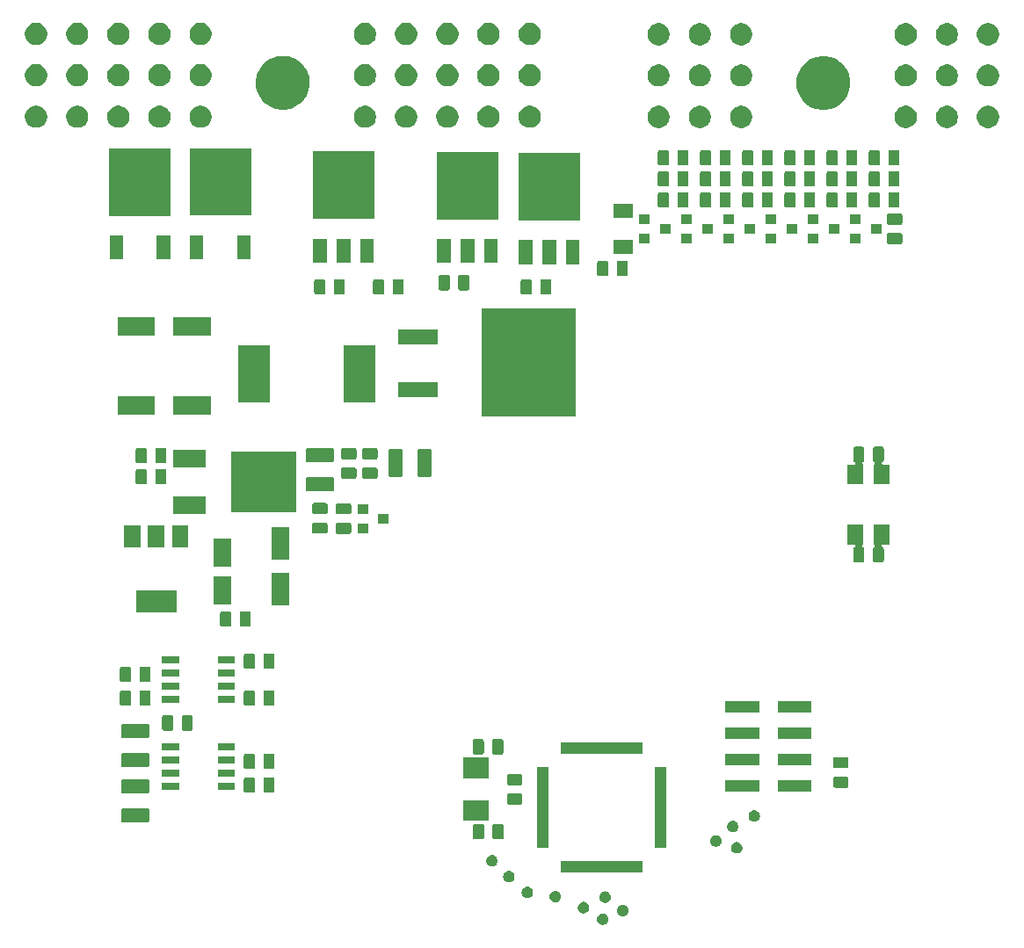
<source format=gbr>
G04 #@! TF.GenerationSoftware,KiCad,Pcbnew,5.1.2-f72e74a~84~ubuntu18.04.1*
G04 #@! TF.CreationDate,2019-08-21T00:14:30+02:00*
G04 #@! TF.ProjectId,Tuareg,54756172-6567-42e6-9b69-6361645f7063,rev?*
G04 #@! TF.SameCoordinates,Original*
G04 #@! TF.FileFunction,Soldermask,Top*
G04 #@! TF.FilePolarity,Negative*
%FSLAX46Y46*%
G04 Gerber Fmt 4.6, Leading zero omitted, Abs format (unit mm)*
G04 Created by KiCad (PCBNEW 5.1.2-f72e74a~84~ubuntu18.04.1) date 2019-08-21 00:14:30*
%MOMM*%
%LPD*%
G04 APERTURE LIST*
%ADD10C,0.100000*%
G04 APERTURE END LIST*
D10*
G36*
X137396921Y-141430774D02*
G01*
X137497195Y-141472309D01*
X137542012Y-141502255D01*
X137587442Y-141532610D01*
X137664190Y-141609358D01*
X137692833Y-141652225D01*
X137724491Y-141699605D01*
X137766026Y-141799879D01*
X137787200Y-141906330D01*
X137787200Y-142014870D01*
X137766026Y-142121321D01*
X137724491Y-142221595D01*
X137724490Y-142221596D01*
X137664190Y-142311842D01*
X137587442Y-142388590D01*
X137542012Y-142418945D01*
X137497195Y-142448891D01*
X137396921Y-142490426D01*
X137290470Y-142511600D01*
X137181930Y-142511600D01*
X137075479Y-142490426D01*
X136975205Y-142448891D01*
X136930388Y-142418945D01*
X136884958Y-142388590D01*
X136808210Y-142311842D01*
X136747910Y-142221596D01*
X136747909Y-142221595D01*
X136706374Y-142121321D01*
X136685200Y-142014870D01*
X136685200Y-141906330D01*
X136706374Y-141799879D01*
X136747909Y-141699605D01*
X136779567Y-141652225D01*
X136808210Y-141609358D01*
X136884958Y-141532610D01*
X136930388Y-141502255D01*
X136975205Y-141472309D01*
X137075479Y-141430774D01*
X137181930Y-141409600D01*
X137290470Y-141409600D01*
X137396921Y-141430774D01*
X137396921Y-141430774D01*
G37*
G36*
X139327321Y-140592574D02*
G01*
X139427595Y-140634109D01*
X139427596Y-140634110D01*
X139517842Y-140694410D01*
X139594590Y-140771158D01*
X139594591Y-140771160D01*
X139654891Y-140861405D01*
X139696426Y-140961679D01*
X139717600Y-141068130D01*
X139717600Y-141176670D01*
X139696426Y-141283121D01*
X139654891Y-141383395D01*
X139654890Y-141383396D01*
X139594590Y-141473642D01*
X139517842Y-141550390D01*
X139472412Y-141580745D01*
X139427595Y-141610691D01*
X139327321Y-141652226D01*
X139220870Y-141673400D01*
X139112330Y-141673400D01*
X139005879Y-141652226D01*
X138905605Y-141610691D01*
X138860788Y-141580745D01*
X138815358Y-141550390D01*
X138738610Y-141473642D01*
X138678310Y-141383396D01*
X138678309Y-141383395D01*
X138636774Y-141283121D01*
X138615600Y-141176670D01*
X138615600Y-141068130D01*
X138636774Y-140961679D01*
X138678309Y-140861405D01*
X138738609Y-140771160D01*
X138738610Y-140771158D01*
X138815358Y-140694410D01*
X138905604Y-140634110D01*
X138905605Y-140634109D01*
X139005879Y-140592574D01*
X139112330Y-140571400D01*
X139220870Y-140571400D01*
X139327321Y-140592574D01*
X139327321Y-140592574D01*
G37*
G36*
X135542721Y-140313174D02*
G01*
X135642995Y-140354709D01*
X135646163Y-140356826D01*
X135733242Y-140415010D01*
X135809990Y-140491758D01*
X135809991Y-140491760D01*
X135870291Y-140582005D01*
X135911826Y-140682279D01*
X135933000Y-140788730D01*
X135933000Y-140897270D01*
X135911826Y-141003721D01*
X135870291Y-141103995D01*
X135870290Y-141103996D01*
X135809990Y-141194242D01*
X135733242Y-141270990D01*
X135687812Y-141301345D01*
X135642995Y-141331291D01*
X135542721Y-141372826D01*
X135436270Y-141394000D01*
X135327730Y-141394000D01*
X135221279Y-141372826D01*
X135121005Y-141331291D01*
X135076188Y-141301345D01*
X135030758Y-141270990D01*
X134954010Y-141194242D01*
X134893710Y-141103996D01*
X134893709Y-141103995D01*
X134852174Y-141003721D01*
X134831000Y-140897270D01*
X134831000Y-140788730D01*
X134852174Y-140682279D01*
X134893709Y-140582005D01*
X134954009Y-140491760D01*
X134954010Y-140491758D01*
X135030758Y-140415010D01*
X135117837Y-140356826D01*
X135121005Y-140354709D01*
X135221279Y-140313174D01*
X135327730Y-140292000D01*
X135436270Y-140292000D01*
X135542721Y-140313174D01*
X135542721Y-140313174D01*
G37*
G36*
X137625521Y-139297174D02*
G01*
X137725795Y-139338709D01*
X137740014Y-139348210D01*
X137816042Y-139399010D01*
X137892790Y-139475758D01*
X137892791Y-139475760D01*
X137953091Y-139566005D01*
X137994626Y-139666279D01*
X138015800Y-139772730D01*
X138015800Y-139881270D01*
X137994626Y-139987721D01*
X137953091Y-140087995D01*
X137953090Y-140087996D01*
X137892790Y-140178242D01*
X137816042Y-140254990D01*
X137770612Y-140285345D01*
X137725795Y-140315291D01*
X137625521Y-140356826D01*
X137519070Y-140378000D01*
X137410530Y-140378000D01*
X137304079Y-140356826D01*
X137203805Y-140315291D01*
X137158988Y-140285345D01*
X137113558Y-140254990D01*
X137036810Y-140178242D01*
X136976510Y-140087996D01*
X136976509Y-140087995D01*
X136934974Y-139987721D01*
X136913800Y-139881270D01*
X136913800Y-139772730D01*
X136934974Y-139666279D01*
X136976509Y-139566005D01*
X137036809Y-139475760D01*
X137036810Y-139475758D01*
X137113558Y-139399010D01*
X137189586Y-139348210D01*
X137203805Y-139338709D01*
X137304079Y-139297174D01*
X137410530Y-139276000D01*
X137519070Y-139276000D01*
X137625521Y-139297174D01*
X137625521Y-139297174D01*
G37*
G36*
X132824921Y-139246374D02*
G01*
X132925195Y-139287909D01*
X132925196Y-139287910D01*
X133015442Y-139348210D01*
X133092190Y-139424958D01*
X133092191Y-139424960D01*
X133152491Y-139515205D01*
X133194026Y-139615479D01*
X133215200Y-139721930D01*
X133215200Y-139830470D01*
X133194026Y-139936921D01*
X133152491Y-140037195D01*
X133152490Y-140037196D01*
X133092190Y-140127442D01*
X133015442Y-140204190D01*
X132970012Y-140234545D01*
X132925195Y-140264491D01*
X132824921Y-140306026D01*
X132718470Y-140327200D01*
X132609930Y-140327200D01*
X132503479Y-140306026D01*
X132403205Y-140264491D01*
X132358388Y-140234545D01*
X132312958Y-140204190D01*
X132236210Y-140127442D01*
X132175910Y-140037196D01*
X132175909Y-140037195D01*
X132134374Y-139936921D01*
X132113200Y-139830470D01*
X132113200Y-139721930D01*
X132134374Y-139615479D01*
X132175909Y-139515205D01*
X132236209Y-139424960D01*
X132236210Y-139424958D01*
X132312958Y-139348210D01*
X132403204Y-139287910D01*
X132403205Y-139287909D01*
X132503479Y-139246374D01*
X132609930Y-139225200D01*
X132718470Y-139225200D01*
X132824921Y-139246374D01*
X132824921Y-139246374D01*
G37*
G36*
X130132521Y-138839974D02*
G01*
X130232795Y-138881509D01*
X130232796Y-138881510D01*
X130323042Y-138941810D01*
X130399790Y-139018558D01*
X130399791Y-139018560D01*
X130460091Y-139108805D01*
X130501626Y-139209079D01*
X130522800Y-139315530D01*
X130522800Y-139424070D01*
X130501626Y-139530521D01*
X130460091Y-139630795D01*
X130460090Y-139630796D01*
X130399790Y-139721042D01*
X130323042Y-139797790D01*
X130277612Y-139828145D01*
X130232795Y-139858091D01*
X130132521Y-139899626D01*
X130026070Y-139920800D01*
X129917530Y-139920800D01*
X129811079Y-139899626D01*
X129710805Y-139858091D01*
X129665988Y-139828145D01*
X129620558Y-139797790D01*
X129543810Y-139721042D01*
X129483510Y-139630796D01*
X129483509Y-139630795D01*
X129441974Y-139530521D01*
X129420800Y-139424070D01*
X129420800Y-139315530D01*
X129441974Y-139209079D01*
X129483509Y-139108805D01*
X129543809Y-139018560D01*
X129543810Y-139018558D01*
X129620558Y-138941810D01*
X129710804Y-138881510D01*
X129710805Y-138881509D01*
X129811079Y-138839974D01*
X129917530Y-138818800D01*
X130026070Y-138818800D01*
X130132521Y-138839974D01*
X130132521Y-138839974D01*
G37*
G36*
X128354521Y-137315974D02*
G01*
X128454795Y-137357509D01*
X128454796Y-137357510D01*
X128545042Y-137417810D01*
X128621790Y-137494558D01*
X128621791Y-137494560D01*
X128682091Y-137584805D01*
X128723626Y-137685079D01*
X128744800Y-137791530D01*
X128744800Y-137900070D01*
X128723626Y-138006521D01*
X128682091Y-138106795D01*
X128682090Y-138106796D01*
X128621790Y-138197042D01*
X128545042Y-138273790D01*
X128499612Y-138304145D01*
X128454795Y-138334091D01*
X128354521Y-138375626D01*
X128248070Y-138396800D01*
X128139530Y-138396800D01*
X128033079Y-138375626D01*
X127932805Y-138334091D01*
X127887988Y-138304145D01*
X127842558Y-138273790D01*
X127765810Y-138197042D01*
X127705510Y-138106796D01*
X127705509Y-138106795D01*
X127663974Y-138006521D01*
X127642800Y-137900070D01*
X127642800Y-137791530D01*
X127663974Y-137685079D01*
X127705509Y-137584805D01*
X127765809Y-137494560D01*
X127765810Y-137494558D01*
X127842558Y-137417810D01*
X127932804Y-137357510D01*
X127932805Y-137357509D01*
X128033079Y-137315974D01*
X128139530Y-137294800D01*
X128248070Y-137294800D01*
X128354521Y-137315974D01*
X128354521Y-137315974D01*
G37*
G36*
X141060600Y-137442000D02*
G01*
X133208600Y-137442000D01*
X133208600Y-136340000D01*
X141060600Y-136340000D01*
X141060600Y-137442000D01*
X141060600Y-137442000D01*
G37*
G36*
X126728921Y-135791974D02*
G01*
X126829195Y-135833509D01*
X126829196Y-135833510D01*
X126919442Y-135893810D01*
X126996190Y-135970558D01*
X126996191Y-135970560D01*
X127056491Y-136060805D01*
X127098026Y-136161079D01*
X127119200Y-136267530D01*
X127119200Y-136376070D01*
X127098026Y-136482521D01*
X127056491Y-136582795D01*
X127056490Y-136582796D01*
X126996190Y-136673042D01*
X126919442Y-136749790D01*
X126874012Y-136780145D01*
X126829195Y-136810091D01*
X126728921Y-136851626D01*
X126622470Y-136872800D01*
X126513930Y-136872800D01*
X126407479Y-136851626D01*
X126307205Y-136810091D01*
X126262388Y-136780145D01*
X126216958Y-136749790D01*
X126140210Y-136673042D01*
X126079910Y-136582796D01*
X126079909Y-136582795D01*
X126038374Y-136482521D01*
X126017200Y-136376070D01*
X126017200Y-136267530D01*
X126038374Y-136161079D01*
X126079909Y-136060805D01*
X126140209Y-135970560D01*
X126140210Y-135970558D01*
X126216958Y-135893810D01*
X126307204Y-135833510D01*
X126307205Y-135833509D01*
X126407479Y-135791974D01*
X126513930Y-135770800D01*
X126622470Y-135770800D01*
X126728921Y-135791974D01*
X126728921Y-135791974D01*
G37*
G36*
X150300121Y-134547374D02*
G01*
X150400395Y-134588909D01*
X150400396Y-134588910D01*
X150490642Y-134649210D01*
X150567390Y-134725958D01*
X150567391Y-134725960D01*
X150627691Y-134816205D01*
X150669226Y-134916479D01*
X150690400Y-135022930D01*
X150690400Y-135131470D01*
X150669226Y-135237921D01*
X150627691Y-135338195D01*
X150627690Y-135338196D01*
X150567390Y-135428442D01*
X150490642Y-135505190D01*
X150445212Y-135535545D01*
X150400395Y-135565491D01*
X150300121Y-135607026D01*
X150193670Y-135628200D01*
X150085130Y-135628200D01*
X149978679Y-135607026D01*
X149878405Y-135565491D01*
X149833588Y-135535545D01*
X149788158Y-135505190D01*
X149711410Y-135428442D01*
X149651110Y-135338196D01*
X149651109Y-135338195D01*
X149609574Y-135237921D01*
X149588400Y-135131470D01*
X149588400Y-135022930D01*
X149609574Y-134916479D01*
X149651109Y-134816205D01*
X149711409Y-134725960D01*
X149711410Y-134725958D01*
X149788158Y-134649210D01*
X149878404Y-134588910D01*
X149878405Y-134588909D01*
X149978679Y-134547374D01*
X150085130Y-134526200D01*
X150193670Y-134526200D01*
X150300121Y-134547374D01*
X150300121Y-134547374D01*
G37*
G36*
X143385600Y-135117000D02*
G01*
X142283600Y-135117000D01*
X142283600Y-127265000D01*
X143385600Y-127265000D01*
X143385600Y-135117000D01*
X143385600Y-135117000D01*
G37*
G36*
X131985600Y-135117000D02*
G01*
X130883600Y-135117000D01*
X130883600Y-127265000D01*
X131985600Y-127265000D01*
X131985600Y-135117000D01*
X131985600Y-135117000D01*
G37*
G36*
X148293521Y-133886974D02*
G01*
X148393795Y-133928509D01*
X148393796Y-133928510D01*
X148484042Y-133988810D01*
X148560790Y-134065558D01*
X148591145Y-134110988D01*
X148621091Y-134155805D01*
X148662626Y-134256079D01*
X148683800Y-134362530D01*
X148683800Y-134471070D01*
X148662626Y-134577521D01*
X148621091Y-134677795D01*
X148621090Y-134677796D01*
X148560790Y-134768042D01*
X148484042Y-134844790D01*
X148438612Y-134875145D01*
X148393795Y-134905091D01*
X148293521Y-134946626D01*
X148187070Y-134967800D01*
X148078530Y-134967800D01*
X147972079Y-134946626D01*
X147871805Y-134905091D01*
X147826988Y-134875145D01*
X147781558Y-134844790D01*
X147704810Y-134768042D01*
X147644510Y-134677796D01*
X147644509Y-134677795D01*
X147602974Y-134577521D01*
X147581800Y-134471070D01*
X147581800Y-134362530D01*
X147602974Y-134256079D01*
X147644509Y-134155805D01*
X147674455Y-134110988D01*
X147704810Y-134065558D01*
X147781558Y-133988810D01*
X147871804Y-133928510D01*
X147871805Y-133928509D01*
X147972079Y-133886974D01*
X148078530Y-133865800D01*
X148187070Y-133865800D01*
X148293521Y-133886974D01*
X148293521Y-133886974D01*
G37*
G36*
X125647068Y-132781365D02*
G01*
X125685738Y-132793096D01*
X125721377Y-132812146D01*
X125752617Y-132837783D01*
X125778254Y-132869023D01*
X125797304Y-132904662D01*
X125809035Y-132943332D01*
X125813600Y-132989688D01*
X125813600Y-134065912D01*
X125809035Y-134112268D01*
X125797304Y-134150938D01*
X125778254Y-134186577D01*
X125752617Y-134217817D01*
X125721377Y-134243454D01*
X125685738Y-134262504D01*
X125647068Y-134274235D01*
X125600712Y-134278800D01*
X124949488Y-134278800D01*
X124903132Y-134274235D01*
X124864462Y-134262504D01*
X124828823Y-134243454D01*
X124797583Y-134217817D01*
X124771946Y-134186577D01*
X124752896Y-134150938D01*
X124741165Y-134112268D01*
X124736600Y-134065912D01*
X124736600Y-132989688D01*
X124741165Y-132943332D01*
X124752896Y-132904662D01*
X124771946Y-132869023D01*
X124797583Y-132837783D01*
X124828823Y-132812146D01*
X124864462Y-132793096D01*
X124903132Y-132781365D01*
X124949488Y-132776800D01*
X125600712Y-132776800D01*
X125647068Y-132781365D01*
X125647068Y-132781365D01*
G37*
G36*
X127522068Y-132781365D02*
G01*
X127560738Y-132793096D01*
X127596377Y-132812146D01*
X127627617Y-132837783D01*
X127653254Y-132869023D01*
X127672304Y-132904662D01*
X127684035Y-132943332D01*
X127688600Y-132989688D01*
X127688600Y-134065912D01*
X127684035Y-134112268D01*
X127672304Y-134150938D01*
X127653254Y-134186577D01*
X127627617Y-134217817D01*
X127596377Y-134243454D01*
X127560738Y-134262504D01*
X127522068Y-134274235D01*
X127475712Y-134278800D01*
X126824488Y-134278800D01*
X126778132Y-134274235D01*
X126739462Y-134262504D01*
X126703823Y-134243454D01*
X126672583Y-134217817D01*
X126646946Y-134186577D01*
X126627896Y-134150938D01*
X126616165Y-134112268D01*
X126611600Y-134065912D01*
X126611600Y-132989688D01*
X126616165Y-132943332D01*
X126627896Y-132904662D01*
X126646946Y-132869023D01*
X126672583Y-132837783D01*
X126703823Y-132812146D01*
X126739462Y-132793096D01*
X126778132Y-132781365D01*
X126824488Y-132776800D01*
X127475712Y-132776800D01*
X127522068Y-132781365D01*
X127522068Y-132781365D01*
G37*
G36*
X149919121Y-132489974D02*
G01*
X150019395Y-132531509D01*
X150051262Y-132552802D01*
X150109642Y-132591810D01*
X150186390Y-132668558D01*
X150186391Y-132668560D01*
X150246691Y-132758805D01*
X150288226Y-132859079D01*
X150309400Y-132965530D01*
X150309400Y-133074070D01*
X150288226Y-133180521D01*
X150246691Y-133280795D01*
X150246690Y-133280796D01*
X150186390Y-133371042D01*
X150109642Y-133447790D01*
X150064212Y-133478145D01*
X150019395Y-133508091D01*
X149919121Y-133549626D01*
X149812670Y-133570800D01*
X149704130Y-133570800D01*
X149597679Y-133549626D01*
X149497405Y-133508091D01*
X149452588Y-133478145D01*
X149407158Y-133447790D01*
X149330410Y-133371042D01*
X149270110Y-133280796D01*
X149270109Y-133280795D01*
X149228574Y-133180521D01*
X149207400Y-133074070D01*
X149207400Y-132965530D01*
X149228574Y-132859079D01*
X149270109Y-132758805D01*
X149330409Y-132668560D01*
X149330410Y-132668558D01*
X149407158Y-132591810D01*
X149465538Y-132552802D01*
X149497405Y-132531509D01*
X149597679Y-132489974D01*
X149704130Y-132468800D01*
X149812670Y-132468800D01*
X149919121Y-132489974D01*
X149919121Y-132489974D01*
G37*
G36*
X93420604Y-131284347D02*
G01*
X93457144Y-131295432D01*
X93490821Y-131313433D01*
X93520341Y-131337659D01*
X93544567Y-131367179D01*
X93562568Y-131400856D01*
X93573653Y-131437396D01*
X93578000Y-131481538D01*
X93578000Y-132430462D01*
X93573653Y-132474604D01*
X93562568Y-132511144D01*
X93544567Y-132544821D01*
X93520341Y-132574341D01*
X93490821Y-132598567D01*
X93457144Y-132616568D01*
X93420604Y-132627653D01*
X93376462Y-132632000D01*
X91027538Y-132632000D01*
X90983396Y-132627653D01*
X90946856Y-132616568D01*
X90913179Y-132598567D01*
X90883659Y-132574341D01*
X90859433Y-132544821D01*
X90841432Y-132511144D01*
X90830347Y-132474604D01*
X90826000Y-132430462D01*
X90826000Y-131481538D01*
X90830347Y-131437396D01*
X90841432Y-131400856D01*
X90859433Y-131367179D01*
X90883659Y-131337659D01*
X90913179Y-131313433D01*
X90946856Y-131295432D01*
X90983396Y-131284347D01*
X91027538Y-131280000D01*
X93376462Y-131280000D01*
X93420604Y-131284347D01*
X93420604Y-131284347D01*
G37*
G36*
X152001921Y-131473974D02*
G01*
X152102195Y-131515509D01*
X152102196Y-131515510D01*
X152192442Y-131575810D01*
X152269190Y-131652558D01*
X152269191Y-131652560D01*
X152329491Y-131742805D01*
X152371026Y-131843079D01*
X152392200Y-131949530D01*
X152392200Y-132058070D01*
X152371026Y-132164521D01*
X152329491Y-132264795D01*
X152329490Y-132264796D01*
X152269190Y-132355042D01*
X152192442Y-132431790D01*
X152147012Y-132462145D01*
X152102195Y-132492091D01*
X152001921Y-132533626D01*
X151895470Y-132554800D01*
X151786930Y-132554800D01*
X151680479Y-132533626D01*
X151580205Y-132492091D01*
X151535388Y-132462145D01*
X151489958Y-132431790D01*
X151413210Y-132355042D01*
X151352910Y-132264796D01*
X151352909Y-132264795D01*
X151311374Y-132164521D01*
X151290200Y-132058070D01*
X151290200Y-131949530D01*
X151311374Y-131843079D01*
X151352909Y-131742805D01*
X151413209Y-131652560D01*
X151413210Y-131652558D01*
X151489958Y-131575810D01*
X151580204Y-131515510D01*
X151580205Y-131515509D01*
X151680479Y-131473974D01*
X151786930Y-131452800D01*
X151895470Y-131452800D01*
X152001921Y-131473974D01*
X152001921Y-131473974D01*
G37*
G36*
X126295200Y-132489400D02*
G01*
X123793200Y-132489400D01*
X123793200Y-130487400D01*
X126295200Y-130487400D01*
X126295200Y-132489400D01*
X126295200Y-132489400D01*
G37*
G36*
X129337068Y-129841965D02*
G01*
X129375738Y-129853696D01*
X129411377Y-129872746D01*
X129442617Y-129898383D01*
X129468254Y-129929623D01*
X129487304Y-129965262D01*
X129499035Y-130003932D01*
X129503600Y-130050288D01*
X129503600Y-130701512D01*
X129499035Y-130747868D01*
X129487304Y-130786538D01*
X129468254Y-130822177D01*
X129442617Y-130853417D01*
X129411377Y-130879054D01*
X129375738Y-130898104D01*
X129337068Y-130909835D01*
X129290712Y-130914400D01*
X128214488Y-130914400D01*
X128168132Y-130909835D01*
X128129462Y-130898104D01*
X128093823Y-130879054D01*
X128062583Y-130853417D01*
X128036946Y-130822177D01*
X128017896Y-130786538D01*
X128006165Y-130747868D01*
X128001600Y-130701512D01*
X128001600Y-130050288D01*
X128006165Y-130003932D01*
X128017896Y-129965262D01*
X128036946Y-129929623D01*
X128062583Y-129898383D01*
X128093823Y-129872746D01*
X128129462Y-129853696D01*
X128168132Y-129841965D01*
X128214488Y-129837400D01*
X129290712Y-129837400D01*
X129337068Y-129841965D01*
X129337068Y-129841965D01*
G37*
G36*
X93420604Y-128484347D02*
G01*
X93457144Y-128495432D01*
X93490821Y-128513433D01*
X93520341Y-128537659D01*
X93544567Y-128567179D01*
X93562568Y-128600856D01*
X93573653Y-128637396D01*
X93578000Y-128681538D01*
X93578000Y-129630462D01*
X93573653Y-129674604D01*
X93562568Y-129711144D01*
X93544567Y-129744821D01*
X93520341Y-129774341D01*
X93490821Y-129798567D01*
X93457144Y-129816568D01*
X93420604Y-129827653D01*
X93376462Y-129832000D01*
X91027538Y-129832000D01*
X90983396Y-129827653D01*
X90946856Y-129816568D01*
X90913179Y-129798567D01*
X90883659Y-129774341D01*
X90859433Y-129744821D01*
X90841432Y-129711144D01*
X90830347Y-129674604D01*
X90826000Y-129630462D01*
X90826000Y-128681538D01*
X90830347Y-128637396D01*
X90841432Y-128600856D01*
X90859433Y-128567179D01*
X90883659Y-128537659D01*
X90913179Y-128513433D01*
X90946856Y-128495432D01*
X90983396Y-128484347D01*
X91027538Y-128480000D01*
X93376462Y-128480000D01*
X93420604Y-128484347D01*
X93420604Y-128484347D01*
G37*
G36*
X105449468Y-128285565D02*
G01*
X105488138Y-128297296D01*
X105523777Y-128316346D01*
X105555017Y-128341983D01*
X105580654Y-128373223D01*
X105599704Y-128408862D01*
X105611435Y-128447532D01*
X105616000Y-128493888D01*
X105616000Y-129570112D01*
X105611435Y-129616468D01*
X105599704Y-129655138D01*
X105580654Y-129690777D01*
X105555017Y-129722017D01*
X105523777Y-129747654D01*
X105488138Y-129766704D01*
X105449468Y-129778435D01*
X105403112Y-129783000D01*
X104751888Y-129783000D01*
X104705532Y-129778435D01*
X104666862Y-129766704D01*
X104631223Y-129747654D01*
X104599983Y-129722017D01*
X104574346Y-129690777D01*
X104555296Y-129655138D01*
X104543565Y-129616468D01*
X104539000Y-129570112D01*
X104539000Y-128493888D01*
X104543565Y-128447532D01*
X104555296Y-128408862D01*
X104574346Y-128373223D01*
X104599983Y-128341983D01*
X104631223Y-128316346D01*
X104666862Y-128297296D01*
X104705532Y-128285565D01*
X104751888Y-128281000D01*
X105403112Y-128281000D01*
X105449468Y-128285565D01*
X105449468Y-128285565D01*
G37*
G36*
X103574468Y-128285565D02*
G01*
X103613138Y-128297296D01*
X103648777Y-128316346D01*
X103680017Y-128341983D01*
X103705654Y-128373223D01*
X103724704Y-128408862D01*
X103736435Y-128447532D01*
X103741000Y-128493888D01*
X103741000Y-129570112D01*
X103736435Y-129616468D01*
X103724704Y-129655138D01*
X103705654Y-129690777D01*
X103680017Y-129722017D01*
X103648777Y-129747654D01*
X103613138Y-129766704D01*
X103574468Y-129778435D01*
X103528112Y-129783000D01*
X102876888Y-129783000D01*
X102830532Y-129778435D01*
X102791862Y-129766704D01*
X102756223Y-129747654D01*
X102724983Y-129722017D01*
X102699346Y-129690777D01*
X102680296Y-129655138D01*
X102668565Y-129616468D01*
X102664000Y-129570112D01*
X102664000Y-128493888D01*
X102668565Y-128447532D01*
X102680296Y-128408862D01*
X102699346Y-128373223D01*
X102724983Y-128341983D01*
X102756223Y-128316346D01*
X102791862Y-128297296D01*
X102830532Y-128285565D01*
X102876888Y-128281000D01*
X103528112Y-128281000D01*
X103574468Y-128285565D01*
X103574468Y-128285565D01*
G37*
G36*
X152313800Y-129633800D02*
G01*
X149061800Y-129633800D01*
X149061800Y-128531800D01*
X152313800Y-128531800D01*
X152313800Y-129633800D01*
X152313800Y-129633800D01*
G37*
G36*
X157363800Y-129633800D02*
G01*
X154111800Y-129633800D01*
X154111800Y-128531800D01*
X157363800Y-128531800D01*
X157363800Y-129633800D01*
X157363800Y-129633800D01*
G37*
G36*
X101824000Y-129510000D02*
G01*
X100172000Y-129510000D01*
X100172000Y-128808000D01*
X101824000Y-128808000D01*
X101824000Y-129510000D01*
X101824000Y-129510000D01*
G37*
G36*
X96424000Y-129510000D02*
G01*
X94772000Y-129510000D01*
X94772000Y-128808000D01*
X96424000Y-128808000D01*
X96424000Y-129510000D01*
X96424000Y-129510000D01*
G37*
G36*
X160756868Y-128216365D02*
G01*
X160795538Y-128228096D01*
X160831177Y-128247146D01*
X160862417Y-128272783D01*
X160888054Y-128304023D01*
X160907104Y-128339662D01*
X160918835Y-128378332D01*
X160923400Y-128424688D01*
X160923400Y-129075912D01*
X160918835Y-129122268D01*
X160907104Y-129160938D01*
X160888054Y-129196577D01*
X160862417Y-129227817D01*
X160831177Y-129253454D01*
X160795538Y-129272504D01*
X160756868Y-129284235D01*
X160710512Y-129288800D01*
X159634288Y-129288800D01*
X159587932Y-129284235D01*
X159549262Y-129272504D01*
X159513623Y-129253454D01*
X159482383Y-129227817D01*
X159456746Y-129196577D01*
X159437696Y-129160938D01*
X159425965Y-129122268D01*
X159421400Y-129075912D01*
X159421400Y-128424688D01*
X159425965Y-128378332D01*
X159437696Y-128339662D01*
X159456746Y-128304023D01*
X159482383Y-128272783D01*
X159513623Y-128247146D01*
X159549262Y-128228096D01*
X159587932Y-128216365D01*
X159634288Y-128211800D01*
X160710512Y-128211800D01*
X160756868Y-128216365D01*
X160756868Y-128216365D01*
G37*
G36*
X129337068Y-127966965D02*
G01*
X129375738Y-127978696D01*
X129411377Y-127997746D01*
X129442617Y-128023383D01*
X129468254Y-128054623D01*
X129487304Y-128090262D01*
X129499035Y-128128932D01*
X129503600Y-128175288D01*
X129503600Y-128826512D01*
X129499035Y-128872868D01*
X129487304Y-128911538D01*
X129468254Y-128947177D01*
X129442617Y-128978417D01*
X129411377Y-129004054D01*
X129375738Y-129023104D01*
X129337068Y-129034835D01*
X129290712Y-129039400D01*
X128214488Y-129039400D01*
X128168132Y-129034835D01*
X128129462Y-129023104D01*
X128093823Y-129004054D01*
X128062583Y-128978417D01*
X128036946Y-128947177D01*
X128017896Y-128911538D01*
X128006165Y-128872868D01*
X128001600Y-128826512D01*
X128001600Y-128175288D01*
X128006165Y-128128932D01*
X128017896Y-128090262D01*
X128036946Y-128054623D01*
X128062583Y-128023383D01*
X128093823Y-127997746D01*
X128129462Y-127978696D01*
X128168132Y-127966965D01*
X128214488Y-127962400D01*
X129290712Y-127962400D01*
X129337068Y-127966965D01*
X129337068Y-127966965D01*
G37*
G36*
X126295200Y-128389400D02*
G01*
X123793200Y-128389400D01*
X123793200Y-126387400D01*
X126295200Y-126387400D01*
X126295200Y-128389400D01*
X126295200Y-128389400D01*
G37*
G36*
X96424000Y-128240000D02*
G01*
X94772000Y-128240000D01*
X94772000Y-127538000D01*
X96424000Y-127538000D01*
X96424000Y-128240000D01*
X96424000Y-128240000D01*
G37*
G36*
X101824000Y-128240000D02*
G01*
X100172000Y-128240000D01*
X100172000Y-127538000D01*
X101824000Y-127538000D01*
X101824000Y-128240000D01*
X101824000Y-128240000D01*
G37*
G36*
X103574468Y-125999565D02*
G01*
X103613138Y-126011296D01*
X103648777Y-126030346D01*
X103680017Y-126055983D01*
X103705654Y-126087223D01*
X103724704Y-126122862D01*
X103736435Y-126161532D01*
X103741000Y-126207888D01*
X103741000Y-127284112D01*
X103736435Y-127330468D01*
X103724704Y-127369138D01*
X103705654Y-127404777D01*
X103680017Y-127436017D01*
X103648777Y-127461654D01*
X103613138Y-127480704D01*
X103574468Y-127492435D01*
X103528112Y-127497000D01*
X102876888Y-127497000D01*
X102830532Y-127492435D01*
X102791862Y-127480704D01*
X102756223Y-127461654D01*
X102724983Y-127436017D01*
X102699346Y-127404777D01*
X102680296Y-127369138D01*
X102668565Y-127330468D01*
X102664000Y-127284112D01*
X102664000Y-126207888D01*
X102668565Y-126161532D01*
X102680296Y-126122862D01*
X102699346Y-126087223D01*
X102724983Y-126055983D01*
X102756223Y-126030346D01*
X102791862Y-126011296D01*
X102830532Y-125999565D01*
X102876888Y-125995000D01*
X103528112Y-125995000D01*
X103574468Y-125999565D01*
X103574468Y-125999565D01*
G37*
G36*
X105449468Y-125999565D02*
G01*
X105488138Y-126011296D01*
X105523777Y-126030346D01*
X105555017Y-126055983D01*
X105580654Y-126087223D01*
X105599704Y-126122862D01*
X105611435Y-126161532D01*
X105616000Y-126207888D01*
X105616000Y-127284112D01*
X105611435Y-127330468D01*
X105599704Y-127369138D01*
X105580654Y-127404777D01*
X105555017Y-127436017D01*
X105523777Y-127461654D01*
X105488138Y-127480704D01*
X105449468Y-127492435D01*
X105403112Y-127497000D01*
X104751888Y-127497000D01*
X104705532Y-127492435D01*
X104666862Y-127480704D01*
X104631223Y-127461654D01*
X104599983Y-127436017D01*
X104574346Y-127404777D01*
X104555296Y-127369138D01*
X104543565Y-127330468D01*
X104539000Y-127284112D01*
X104539000Y-126207888D01*
X104543565Y-126161532D01*
X104555296Y-126122862D01*
X104574346Y-126087223D01*
X104599983Y-126055983D01*
X104631223Y-126030346D01*
X104666862Y-126011296D01*
X104705532Y-125999565D01*
X104751888Y-125995000D01*
X105403112Y-125995000D01*
X105449468Y-125999565D01*
X105449468Y-125999565D01*
G37*
G36*
X160756868Y-126341365D02*
G01*
X160795538Y-126353096D01*
X160831177Y-126372146D01*
X160862417Y-126397783D01*
X160888054Y-126429023D01*
X160907104Y-126464662D01*
X160918835Y-126503332D01*
X160923400Y-126549688D01*
X160923400Y-127200912D01*
X160918835Y-127247268D01*
X160907104Y-127285938D01*
X160888054Y-127321577D01*
X160862417Y-127352817D01*
X160831177Y-127378454D01*
X160795538Y-127397504D01*
X160756868Y-127409235D01*
X160710512Y-127413800D01*
X159634288Y-127413800D01*
X159587932Y-127409235D01*
X159549262Y-127397504D01*
X159513623Y-127378454D01*
X159482383Y-127352817D01*
X159456746Y-127321577D01*
X159437696Y-127285938D01*
X159425965Y-127247268D01*
X159421400Y-127200912D01*
X159421400Y-126549688D01*
X159425965Y-126503332D01*
X159437696Y-126464662D01*
X159456746Y-126429023D01*
X159482383Y-126397783D01*
X159513623Y-126372146D01*
X159549262Y-126353096D01*
X159587932Y-126341365D01*
X159634288Y-126336800D01*
X160710512Y-126336800D01*
X160756868Y-126341365D01*
X160756868Y-126341365D01*
G37*
G36*
X93420604Y-125950347D02*
G01*
X93457144Y-125961432D01*
X93490821Y-125979433D01*
X93520341Y-126003659D01*
X93544567Y-126033179D01*
X93562568Y-126066856D01*
X93573653Y-126103396D01*
X93578000Y-126147538D01*
X93578000Y-127096462D01*
X93573653Y-127140604D01*
X93562568Y-127177144D01*
X93544567Y-127210821D01*
X93520341Y-127240341D01*
X93490821Y-127264567D01*
X93457144Y-127282568D01*
X93420604Y-127293653D01*
X93376462Y-127298000D01*
X91027538Y-127298000D01*
X90983396Y-127293653D01*
X90946856Y-127282568D01*
X90913179Y-127264567D01*
X90883659Y-127240341D01*
X90859433Y-127210821D01*
X90841432Y-127177144D01*
X90830347Y-127140604D01*
X90826000Y-127096462D01*
X90826000Y-126147538D01*
X90830347Y-126103396D01*
X90841432Y-126066856D01*
X90859433Y-126033179D01*
X90883659Y-126003659D01*
X90913179Y-125979433D01*
X90946856Y-125961432D01*
X90983396Y-125950347D01*
X91027538Y-125946000D01*
X93376462Y-125946000D01*
X93420604Y-125950347D01*
X93420604Y-125950347D01*
G37*
G36*
X152313800Y-127093800D02*
G01*
X149061800Y-127093800D01*
X149061800Y-125991800D01*
X152313800Y-125991800D01*
X152313800Y-127093800D01*
X152313800Y-127093800D01*
G37*
G36*
X157363800Y-127093800D02*
G01*
X154111800Y-127093800D01*
X154111800Y-125991800D01*
X157363800Y-125991800D01*
X157363800Y-127093800D01*
X157363800Y-127093800D01*
G37*
G36*
X96424000Y-126970000D02*
G01*
X94772000Y-126970000D01*
X94772000Y-126268000D01*
X96424000Y-126268000D01*
X96424000Y-126970000D01*
X96424000Y-126970000D01*
G37*
G36*
X101824000Y-126970000D02*
G01*
X100172000Y-126970000D01*
X100172000Y-126268000D01*
X101824000Y-126268000D01*
X101824000Y-126970000D01*
X101824000Y-126970000D01*
G37*
G36*
X125621668Y-124602565D02*
G01*
X125660338Y-124614296D01*
X125695977Y-124633346D01*
X125727217Y-124658983D01*
X125752854Y-124690223D01*
X125771904Y-124725862D01*
X125783635Y-124764532D01*
X125788200Y-124810888D01*
X125788200Y-125887112D01*
X125783635Y-125933468D01*
X125771904Y-125972138D01*
X125752854Y-126007777D01*
X125727217Y-126039017D01*
X125695977Y-126064654D01*
X125660338Y-126083704D01*
X125621668Y-126095435D01*
X125575312Y-126100000D01*
X124924088Y-126100000D01*
X124877732Y-126095435D01*
X124839062Y-126083704D01*
X124803423Y-126064654D01*
X124772183Y-126039017D01*
X124746546Y-126007777D01*
X124727496Y-125972138D01*
X124715765Y-125933468D01*
X124711200Y-125887112D01*
X124711200Y-124810888D01*
X124715765Y-124764532D01*
X124727496Y-124725862D01*
X124746546Y-124690223D01*
X124772183Y-124658983D01*
X124803423Y-124633346D01*
X124839062Y-124614296D01*
X124877732Y-124602565D01*
X124924088Y-124598000D01*
X125575312Y-124598000D01*
X125621668Y-124602565D01*
X125621668Y-124602565D01*
G37*
G36*
X127496668Y-124602565D02*
G01*
X127535338Y-124614296D01*
X127570977Y-124633346D01*
X127602217Y-124658983D01*
X127627854Y-124690223D01*
X127646904Y-124725862D01*
X127658635Y-124764532D01*
X127663200Y-124810888D01*
X127663200Y-125887112D01*
X127658635Y-125933468D01*
X127646904Y-125972138D01*
X127627854Y-126007777D01*
X127602217Y-126039017D01*
X127570977Y-126064654D01*
X127535338Y-126083704D01*
X127496668Y-126095435D01*
X127450312Y-126100000D01*
X126799088Y-126100000D01*
X126752732Y-126095435D01*
X126714062Y-126083704D01*
X126678423Y-126064654D01*
X126647183Y-126039017D01*
X126621546Y-126007777D01*
X126602496Y-125972138D01*
X126590765Y-125933468D01*
X126586200Y-125887112D01*
X126586200Y-124810888D01*
X126590765Y-124764532D01*
X126602496Y-124725862D01*
X126621546Y-124690223D01*
X126647183Y-124658983D01*
X126678423Y-124633346D01*
X126714062Y-124614296D01*
X126752732Y-124602565D01*
X126799088Y-124598000D01*
X127450312Y-124598000D01*
X127496668Y-124602565D01*
X127496668Y-124602565D01*
G37*
G36*
X141060600Y-126042000D02*
G01*
X133208600Y-126042000D01*
X133208600Y-124940000D01*
X141060600Y-124940000D01*
X141060600Y-126042000D01*
X141060600Y-126042000D01*
G37*
G36*
X101824000Y-125700000D02*
G01*
X100172000Y-125700000D01*
X100172000Y-124998000D01*
X101824000Y-124998000D01*
X101824000Y-125700000D01*
X101824000Y-125700000D01*
G37*
G36*
X96424000Y-125700000D02*
G01*
X94772000Y-125700000D01*
X94772000Y-124998000D01*
X96424000Y-124998000D01*
X96424000Y-125700000D01*
X96424000Y-125700000D01*
G37*
G36*
X157363800Y-124553800D02*
G01*
X154111800Y-124553800D01*
X154111800Y-123451800D01*
X157363800Y-123451800D01*
X157363800Y-124553800D01*
X157363800Y-124553800D01*
G37*
G36*
X152313800Y-124553800D02*
G01*
X149061800Y-124553800D01*
X149061800Y-123451800D01*
X152313800Y-123451800D01*
X152313800Y-124553800D01*
X152313800Y-124553800D01*
G37*
G36*
X93420604Y-123150347D02*
G01*
X93457144Y-123161432D01*
X93490821Y-123179433D01*
X93520341Y-123203659D01*
X93544567Y-123233179D01*
X93562568Y-123266856D01*
X93573653Y-123303396D01*
X93578000Y-123347538D01*
X93578000Y-124296462D01*
X93573653Y-124340604D01*
X93562568Y-124377144D01*
X93544567Y-124410821D01*
X93520341Y-124440341D01*
X93490821Y-124464567D01*
X93457144Y-124482568D01*
X93420604Y-124493653D01*
X93376462Y-124498000D01*
X91027538Y-124498000D01*
X90983396Y-124493653D01*
X90946856Y-124482568D01*
X90913179Y-124464567D01*
X90883659Y-124440341D01*
X90859433Y-124410821D01*
X90841432Y-124377144D01*
X90830347Y-124340604D01*
X90826000Y-124296462D01*
X90826000Y-123347538D01*
X90830347Y-123303396D01*
X90841432Y-123266856D01*
X90859433Y-123233179D01*
X90883659Y-123203659D01*
X90913179Y-123179433D01*
X90946856Y-123161432D01*
X90983396Y-123150347D01*
X91027538Y-123146000D01*
X93376462Y-123146000D01*
X93420604Y-123150347D01*
X93420604Y-123150347D01*
G37*
G36*
X95700468Y-122291165D02*
G01*
X95739138Y-122302896D01*
X95774777Y-122321946D01*
X95806017Y-122347583D01*
X95831654Y-122378823D01*
X95850704Y-122414462D01*
X95862435Y-122453132D01*
X95867000Y-122499488D01*
X95867000Y-123575712D01*
X95862435Y-123622068D01*
X95850704Y-123660738D01*
X95831654Y-123696377D01*
X95806017Y-123727617D01*
X95774777Y-123753254D01*
X95739138Y-123772304D01*
X95700468Y-123784035D01*
X95654112Y-123788600D01*
X95002888Y-123788600D01*
X94956532Y-123784035D01*
X94917862Y-123772304D01*
X94882223Y-123753254D01*
X94850983Y-123727617D01*
X94825346Y-123696377D01*
X94806296Y-123660738D01*
X94794565Y-123622068D01*
X94790000Y-123575712D01*
X94790000Y-122499488D01*
X94794565Y-122453132D01*
X94806296Y-122414462D01*
X94825346Y-122378823D01*
X94850983Y-122347583D01*
X94882223Y-122321946D01*
X94917862Y-122302896D01*
X94956532Y-122291165D01*
X95002888Y-122286600D01*
X95654112Y-122286600D01*
X95700468Y-122291165D01*
X95700468Y-122291165D01*
G37*
G36*
X97575468Y-122291165D02*
G01*
X97614138Y-122302896D01*
X97649777Y-122321946D01*
X97681017Y-122347583D01*
X97706654Y-122378823D01*
X97725704Y-122414462D01*
X97737435Y-122453132D01*
X97742000Y-122499488D01*
X97742000Y-123575712D01*
X97737435Y-123622068D01*
X97725704Y-123660738D01*
X97706654Y-123696377D01*
X97681017Y-123727617D01*
X97649777Y-123753254D01*
X97614138Y-123772304D01*
X97575468Y-123784035D01*
X97529112Y-123788600D01*
X96877888Y-123788600D01*
X96831532Y-123784035D01*
X96792862Y-123772304D01*
X96757223Y-123753254D01*
X96725983Y-123727617D01*
X96700346Y-123696377D01*
X96681296Y-123660738D01*
X96669565Y-123622068D01*
X96665000Y-123575712D01*
X96665000Y-122499488D01*
X96669565Y-122453132D01*
X96681296Y-122414462D01*
X96700346Y-122378823D01*
X96725983Y-122347583D01*
X96757223Y-122321946D01*
X96792862Y-122302896D01*
X96831532Y-122291165D01*
X96877888Y-122286600D01*
X97529112Y-122286600D01*
X97575468Y-122291165D01*
X97575468Y-122291165D01*
G37*
G36*
X157363800Y-122013800D02*
G01*
X154111800Y-122013800D01*
X154111800Y-120911800D01*
X157363800Y-120911800D01*
X157363800Y-122013800D01*
X157363800Y-122013800D01*
G37*
G36*
X152313800Y-122013800D02*
G01*
X149061800Y-122013800D01*
X149061800Y-120911800D01*
X152313800Y-120911800D01*
X152313800Y-122013800D01*
X152313800Y-122013800D01*
G37*
G36*
X93511468Y-119903565D02*
G01*
X93550138Y-119915296D01*
X93585777Y-119934346D01*
X93617017Y-119959983D01*
X93642654Y-119991223D01*
X93661704Y-120026862D01*
X93673435Y-120065532D01*
X93678000Y-120111888D01*
X93678000Y-121188112D01*
X93673435Y-121234468D01*
X93661704Y-121273138D01*
X93642654Y-121308777D01*
X93617017Y-121340017D01*
X93585777Y-121365654D01*
X93550138Y-121384704D01*
X93511468Y-121396435D01*
X93465112Y-121401000D01*
X92813888Y-121401000D01*
X92767532Y-121396435D01*
X92728862Y-121384704D01*
X92693223Y-121365654D01*
X92661983Y-121340017D01*
X92636346Y-121308777D01*
X92617296Y-121273138D01*
X92605565Y-121234468D01*
X92601000Y-121188112D01*
X92601000Y-120111888D01*
X92605565Y-120065532D01*
X92617296Y-120026862D01*
X92636346Y-119991223D01*
X92661983Y-119959983D01*
X92693223Y-119934346D01*
X92728862Y-119915296D01*
X92767532Y-119903565D01*
X92813888Y-119899000D01*
X93465112Y-119899000D01*
X93511468Y-119903565D01*
X93511468Y-119903565D01*
G37*
G36*
X105449468Y-119903565D02*
G01*
X105488138Y-119915296D01*
X105523777Y-119934346D01*
X105555017Y-119959983D01*
X105580654Y-119991223D01*
X105599704Y-120026862D01*
X105611435Y-120065532D01*
X105616000Y-120111888D01*
X105616000Y-121188112D01*
X105611435Y-121234468D01*
X105599704Y-121273138D01*
X105580654Y-121308777D01*
X105555017Y-121340017D01*
X105523777Y-121365654D01*
X105488138Y-121384704D01*
X105449468Y-121396435D01*
X105403112Y-121401000D01*
X104751888Y-121401000D01*
X104705532Y-121396435D01*
X104666862Y-121384704D01*
X104631223Y-121365654D01*
X104599983Y-121340017D01*
X104574346Y-121308777D01*
X104555296Y-121273138D01*
X104543565Y-121234468D01*
X104539000Y-121188112D01*
X104539000Y-120111888D01*
X104543565Y-120065532D01*
X104555296Y-120026862D01*
X104574346Y-119991223D01*
X104599983Y-119959983D01*
X104631223Y-119934346D01*
X104666862Y-119915296D01*
X104705532Y-119903565D01*
X104751888Y-119899000D01*
X105403112Y-119899000D01*
X105449468Y-119903565D01*
X105449468Y-119903565D01*
G37*
G36*
X103574468Y-119903565D02*
G01*
X103613138Y-119915296D01*
X103648777Y-119934346D01*
X103680017Y-119959983D01*
X103705654Y-119991223D01*
X103724704Y-120026862D01*
X103736435Y-120065532D01*
X103741000Y-120111888D01*
X103741000Y-121188112D01*
X103736435Y-121234468D01*
X103724704Y-121273138D01*
X103705654Y-121308777D01*
X103680017Y-121340017D01*
X103648777Y-121365654D01*
X103613138Y-121384704D01*
X103574468Y-121396435D01*
X103528112Y-121401000D01*
X102876888Y-121401000D01*
X102830532Y-121396435D01*
X102791862Y-121384704D01*
X102756223Y-121365654D01*
X102724983Y-121340017D01*
X102699346Y-121308777D01*
X102680296Y-121273138D01*
X102668565Y-121234468D01*
X102664000Y-121188112D01*
X102664000Y-120111888D01*
X102668565Y-120065532D01*
X102680296Y-120026862D01*
X102699346Y-119991223D01*
X102724983Y-119959983D01*
X102756223Y-119934346D01*
X102791862Y-119915296D01*
X102830532Y-119903565D01*
X102876888Y-119899000D01*
X103528112Y-119899000D01*
X103574468Y-119903565D01*
X103574468Y-119903565D01*
G37*
G36*
X91636468Y-119903565D02*
G01*
X91675138Y-119915296D01*
X91710777Y-119934346D01*
X91742017Y-119959983D01*
X91767654Y-119991223D01*
X91786704Y-120026862D01*
X91798435Y-120065532D01*
X91803000Y-120111888D01*
X91803000Y-121188112D01*
X91798435Y-121234468D01*
X91786704Y-121273138D01*
X91767654Y-121308777D01*
X91742017Y-121340017D01*
X91710777Y-121365654D01*
X91675138Y-121384704D01*
X91636468Y-121396435D01*
X91590112Y-121401000D01*
X90938888Y-121401000D01*
X90892532Y-121396435D01*
X90853862Y-121384704D01*
X90818223Y-121365654D01*
X90786983Y-121340017D01*
X90761346Y-121308777D01*
X90742296Y-121273138D01*
X90730565Y-121234468D01*
X90726000Y-121188112D01*
X90726000Y-120111888D01*
X90730565Y-120065532D01*
X90742296Y-120026862D01*
X90761346Y-119991223D01*
X90786983Y-119959983D01*
X90818223Y-119934346D01*
X90853862Y-119915296D01*
X90892532Y-119903565D01*
X90938888Y-119899000D01*
X91590112Y-119899000D01*
X91636468Y-119903565D01*
X91636468Y-119903565D01*
G37*
G36*
X101824000Y-121128000D02*
G01*
X100172000Y-121128000D01*
X100172000Y-120426000D01*
X101824000Y-120426000D01*
X101824000Y-121128000D01*
X101824000Y-121128000D01*
G37*
G36*
X96424000Y-121128000D02*
G01*
X94772000Y-121128000D01*
X94772000Y-120426000D01*
X96424000Y-120426000D01*
X96424000Y-121128000D01*
X96424000Y-121128000D01*
G37*
G36*
X101824000Y-119858000D02*
G01*
X100172000Y-119858000D01*
X100172000Y-119156000D01*
X101824000Y-119156000D01*
X101824000Y-119858000D01*
X101824000Y-119858000D01*
G37*
G36*
X96424000Y-119858000D02*
G01*
X94772000Y-119858000D01*
X94772000Y-119156000D01*
X96424000Y-119156000D01*
X96424000Y-119858000D01*
X96424000Y-119858000D01*
G37*
G36*
X93511468Y-117617565D02*
G01*
X93550138Y-117629296D01*
X93585777Y-117648346D01*
X93617017Y-117673983D01*
X93642654Y-117705223D01*
X93661704Y-117740862D01*
X93673435Y-117779532D01*
X93678000Y-117825888D01*
X93678000Y-118902112D01*
X93673435Y-118948468D01*
X93661704Y-118987138D01*
X93642654Y-119022777D01*
X93617017Y-119054017D01*
X93585777Y-119079654D01*
X93550138Y-119098704D01*
X93511468Y-119110435D01*
X93465112Y-119115000D01*
X92813888Y-119115000D01*
X92767532Y-119110435D01*
X92728862Y-119098704D01*
X92693223Y-119079654D01*
X92661983Y-119054017D01*
X92636346Y-119022777D01*
X92617296Y-118987138D01*
X92605565Y-118948468D01*
X92601000Y-118902112D01*
X92601000Y-117825888D01*
X92605565Y-117779532D01*
X92617296Y-117740862D01*
X92636346Y-117705223D01*
X92661983Y-117673983D01*
X92693223Y-117648346D01*
X92728862Y-117629296D01*
X92767532Y-117617565D01*
X92813888Y-117613000D01*
X93465112Y-117613000D01*
X93511468Y-117617565D01*
X93511468Y-117617565D01*
G37*
G36*
X91636468Y-117617565D02*
G01*
X91675138Y-117629296D01*
X91710777Y-117648346D01*
X91742017Y-117673983D01*
X91767654Y-117705223D01*
X91786704Y-117740862D01*
X91798435Y-117779532D01*
X91803000Y-117825888D01*
X91803000Y-118902112D01*
X91798435Y-118948468D01*
X91786704Y-118987138D01*
X91767654Y-119022777D01*
X91742017Y-119054017D01*
X91710777Y-119079654D01*
X91675138Y-119098704D01*
X91636468Y-119110435D01*
X91590112Y-119115000D01*
X90938888Y-119115000D01*
X90892532Y-119110435D01*
X90853862Y-119098704D01*
X90818223Y-119079654D01*
X90786983Y-119054017D01*
X90761346Y-119022777D01*
X90742296Y-118987138D01*
X90730565Y-118948468D01*
X90726000Y-118902112D01*
X90726000Y-117825888D01*
X90730565Y-117779532D01*
X90742296Y-117740862D01*
X90761346Y-117705223D01*
X90786983Y-117673983D01*
X90818223Y-117648346D01*
X90853862Y-117629296D01*
X90892532Y-117617565D01*
X90938888Y-117613000D01*
X91590112Y-117613000D01*
X91636468Y-117617565D01*
X91636468Y-117617565D01*
G37*
G36*
X101824000Y-118588000D02*
G01*
X100172000Y-118588000D01*
X100172000Y-117886000D01*
X101824000Y-117886000D01*
X101824000Y-118588000D01*
X101824000Y-118588000D01*
G37*
G36*
X96424000Y-118588000D02*
G01*
X94772000Y-118588000D01*
X94772000Y-117886000D01*
X96424000Y-117886000D01*
X96424000Y-118588000D01*
X96424000Y-118588000D01*
G37*
G36*
X105449468Y-116347565D02*
G01*
X105488138Y-116359296D01*
X105523777Y-116378346D01*
X105555017Y-116403983D01*
X105580654Y-116435223D01*
X105599704Y-116470862D01*
X105611435Y-116509532D01*
X105616000Y-116555888D01*
X105616000Y-117632112D01*
X105611435Y-117678468D01*
X105599704Y-117717138D01*
X105580654Y-117752777D01*
X105555017Y-117784017D01*
X105523777Y-117809654D01*
X105488138Y-117828704D01*
X105449468Y-117840435D01*
X105403112Y-117845000D01*
X104751888Y-117845000D01*
X104705532Y-117840435D01*
X104666862Y-117828704D01*
X104631223Y-117809654D01*
X104599983Y-117784017D01*
X104574346Y-117752777D01*
X104555296Y-117717138D01*
X104543565Y-117678468D01*
X104539000Y-117632112D01*
X104539000Y-116555888D01*
X104543565Y-116509532D01*
X104555296Y-116470862D01*
X104574346Y-116435223D01*
X104599983Y-116403983D01*
X104631223Y-116378346D01*
X104666862Y-116359296D01*
X104705532Y-116347565D01*
X104751888Y-116343000D01*
X105403112Y-116343000D01*
X105449468Y-116347565D01*
X105449468Y-116347565D01*
G37*
G36*
X103574468Y-116347565D02*
G01*
X103613138Y-116359296D01*
X103648777Y-116378346D01*
X103680017Y-116403983D01*
X103705654Y-116435223D01*
X103724704Y-116470862D01*
X103736435Y-116509532D01*
X103741000Y-116555888D01*
X103741000Y-117632112D01*
X103736435Y-117678468D01*
X103724704Y-117717138D01*
X103705654Y-117752777D01*
X103680017Y-117784017D01*
X103648777Y-117809654D01*
X103613138Y-117828704D01*
X103574468Y-117840435D01*
X103528112Y-117845000D01*
X102876888Y-117845000D01*
X102830532Y-117840435D01*
X102791862Y-117828704D01*
X102756223Y-117809654D01*
X102724983Y-117784017D01*
X102699346Y-117752777D01*
X102680296Y-117717138D01*
X102668565Y-117678468D01*
X102664000Y-117632112D01*
X102664000Y-116555888D01*
X102668565Y-116509532D01*
X102680296Y-116470862D01*
X102699346Y-116435223D01*
X102724983Y-116403983D01*
X102756223Y-116378346D01*
X102791862Y-116359296D01*
X102830532Y-116347565D01*
X102876888Y-116343000D01*
X103528112Y-116343000D01*
X103574468Y-116347565D01*
X103574468Y-116347565D01*
G37*
G36*
X96424000Y-117318000D02*
G01*
X94772000Y-117318000D01*
X94772000Y-116616000D01*
X96424000Y-116616000D01*
X96424000Y-117318000D01*
X96424000Y-117318000D01*
G37*
G36*
X101824000Y-117318000D02*
G01*
X100172000Y-117318000D01*
X100172000Y-116616000D01*
X101824000Y-116616000D01*
X101824000Y-117318000D01*
X101824000Y-117318000D01*
G37*
G36*
X103163468Y-112283565D02*
G01*
X103202138Y-112295296D01*
X103237777Y-112314346D01*
X103269017Y-112339983D01*
X103294654Y-112371223D01*
X103313704Y-112406862D01*
X103325435Y-112445532D01*
X103330000Y-112491888D01*
X103330000Y-113568112D01*
X103325435Y-113614468D01*
X103313704Y-113653138D01*
X103294654Y-113688777D01*
X103269017Y-113720017D01*
X103237777Y-113745654D01*
X103202138Y-113764704D01*
X103163468Y-113776435D01*
X103117112Y-113781000D01*
X102465888Y-113781000D01*
X102419532Y-113776435D01*
X102380862Y-113764704D01*
X102345223Y-113745654D01*
X102313983Y-113720017D01*
X102288346Y-113688777D01*
X102269296Y-113653138D01*
X102257565Y-113614468D01*
X102253000Y-113568112D01*
X102253000Y-112491888D01*
X102257565Y-112445532D01*
X102269296Y-112406862D01*
X102288346Y-112371223D01*
X102313983Y-112339983D01*
X102345223Y-112314346D01*
X102380862Y-112295296D01*
X102419532Y-112283565D01*
X102465888Y-112279000D01*
X103117112Y-112279000D01*
X103163468Y-112283565D01*
X103163468Y-112283565D01*
G37*
G36*
X101288468Y-112283565D02*
G01*
X101327138Y-112295296D01*
X101362777Y-112314346D01*
X101394017Y-112339983D01*
X101419654Y-112371223D01*
X101438704Y-112406862D01*
X101450435Y-112445532D01*
X101455000Y-112491888D01*
X101455000Y-113568112D01*
X101450435Y-113614468D01*
X101438704Y-113653138D01*
X101419654Y-113688777D01*
X101394017Y-113720017D01*
X101362777Y-113745654D01*
X101327138Y-113764704D01*
X101288468Y-113776435D01*
X101242112Y-113781000D01*
X100590888Y-113781000D01*
X100544532Y-113776435D01*
X100505862Y-113764704D01*
X100470223Y-113745654D01*
X100438983Y-113720017D01*
X100413346Y-113688777D01*
X100394296Y-113653138D01*
X100382565Y-113614468D01*
X100378000Y-113568112D01*
X100378000Y-112491888D01*
X100382565Y-112445532D01*
X100394296Y-112406862D01*
X100413346Y-112371223D01*
X100438983Y-112339983D01*
X100470223Y-112314346D01*
X100505862Y-112295296D01*
X100544532Y-112283565D01*
X100590888Y-112279000D01*
X101242112Y-112279000D01*
X101288468Y-112283565D01*
X101288468Y-112283565D01*
G37*
G36*
X96185000Y-112405000D02*
G01*
X92283000Y-112405000D01*
X92283000Y-110303000D01*
X96185000Y-110303000D01*
X96185000Y-112405000D01*
X96185000Y-112405000D01*
G37*
G36*
X107023000Y-111701000D02*
G01*
X105321000Y-111701000D01*
X105321000Y-108599000D01*
X107023000Y-108599000D01*
X107023000Y-111701000D01*
X107023000Y-111701000D01*
G37*
G36*
X101435000Y-111609000D02*
G01*
X99733000Y-111609000D01*
X99733000Y-108907000D01*
X101435000Y-108907000D01*
X101435000Y-111609000D01*
X101435000Y-111609000D01*
G37*
G36*
X101435000Y-108009000D02*
G01*
X99733000Y-108009000D01*
X99733000Y-105307000D01*
X101435000Y-105307000D01*
X101435000Y-108009000D01*
X101435000Y-108009000D01*
G37*
G36*
X164860400Y-105857400D02*
G01*
X164236999Y-105857400D01*
X164212613Y-105859802D01*
X164189164Y-105866915D01*
X164167553Y-105878466D01*
X164148611Y-105894011D01*
X164133066Y-105912953D01*
X164121515Y-105934564D01*
X164114402Y-105958013D01*
X164112000Y-105982399D01*
X164114402Y-106006785D01*
X164121515Y-106030234D01*
X164133066Y-106051845D01*
X164148611Y-106070787D01*
X164178075Y-106092638D01*
X164223177Y-106116746D01*
X164254417Y-106142383D01*
X164280054Y-106173623D01*
X164299104Y-106209262D01*
X164310835Y-106247932D01*
X164315400Y-106294288D01*
X164315400Y-107370512D01*
X164310835Y-107416868D01*
X164299104Y-107455538D01*
X164280054Y-107491177D01*
X164254417Y-107522417D01*
X164223177Y-107548054D01*
X164187538Y-107567104D01*
X164148868Y-107578835D01*
X164102512Y-107583400D01*
X163451288Y-107583400D01*
X163404932Y-107578835D01*
X163366262Y-107567104D01*
X163330623Y-107548054D01*
X163299383Y-107522417D01*
X163273746Y-107491177D01*
X163254696Y-107455538D01*
X163242965Y-107416868D01*
X163238400Y-107370512D01*
X163238400Y-106294288D01*
X163242965Y-106247932D01*
X163254696Y-106209262D01*
X163273746Y-106173623D01*
X163299383Y-106142383D01*
X163330623Y-106116746D01*
X163375725Y-106092638D01*
X163396100Y-106079024D01*
X163413427Y-106061697D01*
X163427040Y-106041323D01*
X163436418Y-106018684D01*
X163441198Y-105994651D01*
X163441198Y-105970147D01*
X163436417Y-105946113D01*
X163427040Y-105923475D01*
X163413426Y-105903100D01*
X163396099Y-105885773D01*
X163375725Y-105872160D01*
X163358400Y-105864983D01*
X163358400Y-103955400D01*
X164860400Y-103955400D01*
X164860400Y-105857400D01*
X164860400Y-105857400D01*
G37*
G36*
X162320400Y-105865023D02*
G01*
X162314164Y-105866915D01*
X162292553Y-105878466D01*
X162273611Y-105894011D01*
X162258066Y-105912953D01*
X162246515Y-105934564D01*
X162239402Y-105958013D01*
X162237000Y-105982399D01*
X162239402Y-106006785D01*
X162246515Y-106030234D01*
X162258066Y-106051845D01*
X162273611Y-106070787D01*
X162303075Y-106092638D01*
X162348177Y-106116746D01*
X162379417Y-106142383D01*
X162405054Y-106173623D01*
X162424104Y-106209262D01*
X162435835Y-106247932D01*
X162440400Y-106294288D01*
X162440400Y-107370512D01*
X162435835Y-107416868D01*
X162424104Y-107455538D01*
X162405054Y-107491177D01*
X162379417Y-107522417D01*
X162348177Y-107548054D01*
X162312538Y-107567104D01*
X162273868Y-107578835D01*
X162227512Y-107583400D01*
X161576288Y-107583400D01*
X161529932Y-107578835D01*
X161491262Y-107567104D01*
X161455623Y-107548054D01*
X161424383Y-107522417D01*
X161398746Y-107491177D01*
X161379696Y-107455538D01*
X161367965Y-107416868D01*
X161363400Y-107370512D01*
X161363400Y-106294288D01*
X161367965Y-106247932D01*
X161379696Y-106209262D01*
X161398746Y-106173623D01*
X161424383Y-106142383D01*
X161455623Y-106116746D01*
X161500725Y-106092638D01*
X161521100Y-106079024D01*
X161538427Y-106061697D01*
X161552040Y-106041323D01*
X161561418Y-106018684D01*
X161566198Y-105994651D01*
X161566198Y-105970147D01*
X161561417Y-105946113D01*
X161552040Y-105923475D01*
X161538426Y-105903100D01*
X161521099Y-105885773D01*
X161500725Y-105872160D01*
X161478086Y-105862782D01*
X161441801Y-105857400D01*
X160818400Y-105857400D01*
X160818400Y-103955400D01*
X162320400Y-103955400D01*
X162320400Y-105865023D01*
X162320400Y-105865023D01*
G37*
G36*
X107023000Y-107301000D02*
G01*
X105321000Y-107301000D01*
X105321000Y-104199000D01*
X107023000Y-104199000D01*
X107023000Y-107301000D01*
X107023000Y-107301000D01*
G37*
G36*
X97335000Y-106105000D02*
G01*
X95733000Y-106105000D01*
X95733000Y-104003000D01*
X97335000Y-104003000D01*
X97335000Y-106105000D01*
X97335000Y-106105000D01*
G37*
G36*
X95035000Y-106105000D02*
G01*
X93433000Y-106105000D01*
X93433000Y-104003000D01*
X95035000Y-104003000D01*
X95035000Y-106105000D01*
X95035000Y-106105000D01*
G37*
G36*
X92735000Y-106105000D02*
G01*
X91133000Y-106105000D01*
X91133000Y-104003000D01*
X92735000Y-104003000D01*
X92735000Y-106105000D01*
X92735000Y-106105000D01*
G37*
G36*
X112852468Y-103756165D02*
G01*
X112891138Y-103767896D01*
X112926777Y-103786946D01*
X112958017Y-103812583D01*
X112983654Y-103843823D01*
X113002704Y-103879462D01*
X113014435Y-103918132D01*
X113019000Y-103964488D01*
X113019000Y-104615712D01*
X113014435Y-104662068D01*
X113002704Y-104700738D01*
X112983654Y-104736377D01*
X112958017Y-104767617D01*
X112926777Y-104793254D01*
X112891138Y-104812304D01*
X112852468Y-104824035D01*
X112806112Y-104828600D01*
X111729888Y-104828600D01*
X111683532Y-104824035D01*
X111644862Y-104812304D01*
X111609223Y-104793254D01*
X111577983Y-104767617D01*
X111552346Y-104736377D01*
X111533296Y-104700738D01*
X111521565Y-104662068D01*
X111517000Y-104615712D01*
X111517000Y-103964488D01*
X111521565Y-103918132D01*
X111533296Y-103879462D01*
X111552346Y-103843823D01*
X111577983Y-103812583D01*
X111609223Y-103786946D01*
X111644862Y-103767896D01*
X111683532Y-103756165D01*
X111729888Y-103751600D01*
X112806112Y-103751600D01*
X112852468Y-103756165D01*
X112852468Y-103756165D01*
G37*
G36*
X110566468Y-103730765D02*
G01*
X110605138Y-103742496D01*
X110640777Y-103761546D01*
X110672017Y-103787183D01*
X110697654Y-103818423D01*
X110716704Y-103854062D01*
X110728435Y-103892732D01*
X110733000Y-103939088D01*
X110733000Y-104590312D01*
X110728435Y-104636668D01*
X110716704Y-104675338D01*
X110697654Y-104710977D01*
X110672017Y-104742217D01*
X110640777Y-104767854D01*
X110605138Y-104786904D01*
X110566468Y-104798635D01*
X110520112Y-104803200D01*
X109443888Y-104803200D01*
X109397532Y-104798635D01*
X109358862Y-104786904D01*
X109323223Y-104767854D01*
X109291983Y-104742217D01*
X109266346Y-104710977D01*
X109247296Y-104675338D01*
X109235565Y-104636668D01*
X109231000Y-104590312D01*
X109231000Y-103939088D01*
X109235565Y-103892732D01*
X109247296Y-103854062D01*
X109266346Y-103818423D01*
X109291983Y-103787183D01*
X109323223Y-103761546D01*
X109358862Y-103742496D01*
X109397532Y-103730765D01*
X109443888Y-103726200D01*
X110520112Y-103726200D01*
X110566468Y-103730765D01*
X110566468Y-103730765D01*
G37*
G36*
X114613800Y-104779000D02*
G01*
X113611800Y-104779000D01*
X113611800Y-103877000D01*
X114613800Y-103877000D01*
X114613800Y-104779000D01*
X114613800Y-104779000D01*
G37*
G36*
X116613800Y-103829000D02*
G01*
X115611800Y-103829000D01*
X115611800Y-102927000D01*
X116613800Y-102927000D01*
X116613800Y-103829000D01*
X116613800Y-103829000D01*
G37*
G36*
X112852468Y-101881165D02*
G01*
X112891138Y-101892896D01*
X112926777Y-101911946D01*
X112958017Y-101937583D01*
X112983654Y-101968823D01*
X113002704Y-102004462D01*
X113014435Y-102043132D01*
X113019000Y-102089488D01*
X113019000Y-102740712D01*
X113014435Y-102787068D01*
X113002704Y-102825738D01*
X112983654Y-102861377D01*
X112958017Y-102892617D01*
X112926777Y-102918254D01*
X112891138Y-102937304D01*
X112852468Y-102949035D01*
X112806112Y-102953600D01*
X111729888Y-102953600D01*
X111683532Y-102949035D01*
X111644862Y-102937304D01*
X111609223Y-102918254D01*
X111577983Y-102892617D01*
X111552346Y-102861377D01*
X111533296Y-102825738D01*
X111521565Y-102787068D01*
X111517000Y-102740712D01*
X111517000Y-102089488D01*
X111521565Y-102043132D01*
X111533296Y-102004462D01*
X111552346Y-101968823D01*
X111577983Y-101937583D01*
X111609223Y-101911946D01*
X111644862Y-101892896D01*
X111683532Y-101881165D01*
X111729888Y-101876600D01*
X112806112Y-101876600D01*
X112852468Y-101881165D01*
X112852468Y-101881165D01*
G37*
G36*
X98951000Y-102953000D02*
G01*
X95849000Y-102953000D01*
X95849000Y-101251000D01*
X98951000Y-101251000D01*
X98951000Y-102953000D01*
X98951000Y-102953000D01*
G37*
G36*
X110566468Y-101855765D02*
G01*
X110605138Y-101867496D01*
X110640777Y-101886546D01*
X110672017Y-101912183D01*
X110697654Y-101943423D01*
X110716704Y-101979062D01*
X110728435Y-102017732D01*
X110733000Y-102064088D01*
X110733000Y-102715312D01*
X110728435Y-102761668D01*
X110716704Y-102800338D01*
X110697654Y-102835977D01*
X110672017Y-102867217D01*
X110640777Y-102892854D01*
X110605138Y-102911904D01*
X110566468Y-102923635D01*
X110520112Y-102928200D01*
X109443888Y-102928200D01*
X109397532Y-102923635D01*
X109358862Y-102911904D01*
X109323223Y-102892854D01*
X109291983Y-102867217D01*
X109266346Y-102835977D01*
X109247296Y-102800338D01*
X109235565Y-102761668D01*
X109231000Y-102715312D01*
X109231000Y-102064088D01*
X109235565Y-102017732D01*
X109247296Y-101979062D01*
X109266346Y-101943423D01*
X109291983Y-101912183D01*
X109323223Y-101886546D01*
X109358862Y-101867496D01*
X109397532Y-101855765D01*
X109443888Y-101851200D01*
X110520112Y-101851200D01*
X110566468Y-101855765D01*
X110566468Y-101855765D01*
G37*
G36*
X114613800Y-102879000D02*
G01*
X113611800Y-102879000D01*
X113611800Y-101977000D01*
X114613800Y-101977000D01*
X114613800Y-102879000D01*
X114613800Y-102879000D01*
G37*
G36*
X107722800Y-102773000D02*
G01*
X101420800Y-102773000D01*
X101420800Y-96871000D01*
X107722800Y-96871000D01*
X107722800Y-102773000D01*
X107722800Y-102773000D01*
G37*
G36*
X111200604Y-99381947D02*
G01*
X111237144Y-99393032D01*
X111270821Y-99411033D01*
X111300341Y-99435259D01*
X111324567Y-99464779D01*
X111342568Y-99498456D01*
X111353653Y-99534996D01*
X111358000Y-99579138D01*
X111358000Y-100528062D01*
X111353653Y-100572204D01*
X111342568Y-100608744D01*
X111324567Y-100642421D01*
X111300341Y-100671941D01*
X111270821Y-100696167D01*
X111237144Y-100714168D01*
X111200604Y-100725253D01*
X111156462Y-100729600D01*
X108807538Y-100729600D01*
X108763396Y-100725253D01*
X108726856Y-100714168D01*
X108693179Y-100696167D01*
X108663659Y-100671941D01*
X108639433Y-100642421D01*
X108621432Y-100608744D01*
X108610347Y-100572204D01*
X108606000Y-100528062D01*
X108606000Y-99579138D01*
X108610347Y-99534996D01*
X108621432Y-99498456D01*
X108639433Y-99464779D01*
X108663659Y-99435259D01*
X108693179Y-99411033D01*
X108726856Y-99393032D01*
X108763396Y-99381947D01*
X108807538Y-99377600D01*
X111156462Y-99377600D01*
X111200604Y-99381947D01*
X111200604Y-99381947D01*
G37*
G36*
X93160468Y-98567565D02*
G01*
X93199138Y-98579296D01*
X93234777Y-98598346D01*
X93266017Y-98623983D01*
X93291654Y-98655223D01*
X93310704Y-98690862D01*
X93322435Y-98729532D01*
X93327000Y-98775888D01*
X93327000Y-99852112D01*
X93322435Y-99898468D01*
X93310704Y-99937138D01*
X93291654Y-99972777D01*
X93266017Y-100004017D01*
X93234777Y-100029654D01*
X93199138Y-100048704D01*
X93160468Y-100060435D01*
X93114112Y-100065000D01*
X92462888Y-100065000D01*
X92416532Y-100060435D01*
X92377862Y-100048704D01*
X92342223Y-100029654D01*
X92310983Y-100004017D01*
X92285346Y-99972777D01*
X92266296Y-99937138D01*
X92254565Y-99898468D01*
X92250000Y-99852112D01*
X92250000Y-98775888D01*
X92254565Y-98729532D01*
X92266296Y-98690862D01*
X92285346Y-98655223D01*
X92310983Y-98623983D01*
X92342223Y-98598346D01*
X92377862Y-98579296D01*
X92416532Y-98567565D01*
X92462888Y-98563000D01*
X93114112Y-98563000D01*
X93160468Y-98567565D01*
X93160468Y-98567565D01*
G37*
G36*
X95035468Y-98567565D02*
G01*
X95074138Y-98579296D01*
X95109777Y-98598346D01*
X95141017Y-98623983D01*
X95166654Y-98655223D01*
X95185704Y-98690862D01*
X95197435Y-98729532D01*
X95202000Y-98775888D01*
X95202000Y-99852112D01*
X95197435Y-99898468D01*
X95185704Y-99937138D01*
X95166654Y-99972777D01*
X95141017Y-100004017D01*
X95109777Y-100029654D01*
X95074138Y-100048704D01*
X95035468Y-100060435D01*
X94989112Y-100065000D01*
X94337888Y-100065000D01*
X94291532Y-100060435D01*
X94252862Y-100048704D01*
X94217223Y-100029654D01*
X94185983Y-100004017D01*
X94160346Y-99972777D01*
X94141296Y-99937138D01*
X94129565Y-99898468D01*
X94125000Y-99852112D01*
X94125000Y-98775888D01*
X94129565Y-98729532D01*
X94141296Y-98690862D01*
X94160346Y-98655223D01*
X94185983Y-98623983D01*
X94217223Y-98598346D01*
X94252862Y-98579296D01*
X94291532Y-98567565D01*
X94337888Y-98563000D01*
X94989112Y-98563000D01*
X95035468Y-98567565D01*
X95035468Y-98567565D01*
G37*
G36*
X162273868Y-96433965D02*
G01*
X162312538Y-96445696D01*
X162348177Y-96464746D01*
X162379417Y-96490383D01*
X162405054Y-96521623D01*
X162424104Y-96557262D01*
X162435835Y-96595932D01*
X162440400Y-96642288D01*
X162440400Y-97718512D01*
X162435835Y-97764868D01*
X162424104Y-97803538D01*
X162405054Y-97839177D01*
X162379417Y-97870417D01*
X162348177Y-97896054D01*
X162303075Y-97920162D01*
X162282700Y-97933776D01*
X162265373Y-97951103D01*
X162251760Y-97971477D01*
X162242382Y-97994116D01*
X162237602Y-98018149D01*
X162237602Y-98042653D01*
X162242383Y-98066687D01*
X162251760Y-98089325D01*
X162265374Y-98109700D01*
X162282701Y-98127027D01*
X162303075Y-98140640D01*
X162320400Y-98147817D01*
X162320400Y-100057400D01*
X160818400Y-100057400D01*
X160818400Y-98155400D01*
X161441801Y-98155400D01*
X161466187Y-98152998D01*
X161489636Y-98145885D01*
X161511247Y-98134334D01*
X161530189Y-98118789D01*
X161545734Y-98099847D01*
X161557285Y-98078236D01*
X161564398Y-98054787D01*
X161566800Y-98030401D01*
X161564398Y-98006015D01*
X161557285Y-97982566D01*
X161545734Y-97960955D01*
X161530189Y-97942013D01*
X161500725Y-97920162D01*
X161455623Y-97896054D01*
X161424383Y-97870417D01*
X161398746Y-97839177D01*
X161379696Y-97803538D01*
X161367965Y-97764868D01*
X161363400Y-97718512D01*
X161363400Y-96642288D01*
X161367965Y-96595932D01*
X161379696Y-96557262D01*
X161398746Y-96521623D01*
X161424383Y-96490383D01*
X161455623Y-96464746D01*
X161491262Y-96445696D01*
X161529932Y-96433965D01*
X161576288Y-96429400D01*
X162227512Y-96429400D01*
X162273868Y-96433965D01*
X162273868Y-96433965D01*
G37*
G36*
X164148868Y-96433965D02*
G01*
X164187538Y-96445696D01*
X164223177Y-96464746D01*
X164254417Y-96490383D01*
X164280054Y-96521623D01*
X164299104Y-96557262D01*
X164310835Y-96595932D01*
X164315400Y-96642288D01*
X164315400Y-97718512D01*
X164310835Y-97764868D01*
X164299104Y-97803538D01*
X164280054Y-97839177D01*
X164254417Y-97870417D01*
X164223177Y-97896054D01*
X164178075Y-97920162D01*
X164157700Y-97933776D01*
X164140373Y-97951103D01*
X164126760Y-97971477D01*
X164117382Y-97994116D01*
X164112602Y-98018149D01*
X164112602Y-98042653D01*
X164117383Y-98066687D01*
X164126760Y-98089325D01*
X164140374Y-98109700D01*
X164157701Y-98127027D01*
X164178075Y-98140640D01*
X164200714Y-98150018D01*
X164236999Y-98155400D01*
X164860400Y-98155400D01*
X164860400Y-100057400D01*
X163358400Y-100057400D01*
X163358400Y-98147777D01*
X163364636Y-98145885D01*
X163386247Y-98134334D01*
X163405189Y-98118789D01*
X163420734Y-98099847D01*
X163432285Y-98078236D01*
X163439398Y-98054787D01*
X163441800Y-98030401D01*
X163439398Y-98006015D01*
X163432285Y-97982566D01*
X163420734Y-97960955D01*
X163405189Y-97942013D01*
X163375725Y-97920162D01*
X163330623Y-97896054D01*
X163299383Y-97870417D01*
X163273746Y-97839177D01*
X163254696Y-97803538D01*
X163242965Y-97764868D01*
X163238400Y-97718512D01*
X163238400Y-96642288D01*
X163242965Y-96595932D01*
X163254696Y-96557262D01*
X163273746Y-96521623D01*
X163299383Y-96490383D01*
X163330623Y-96464746D01*
X163366262Y-96445696D01*
X163404932Y-96433965D01*
X163451288Y-96429400D01*
X164102512Y-96429400D01*
X164148868Y-96433965D01*
X164148868Y-96433965D01*
G37*
G36*
X115392468Y-98447565D02*
G01*
X115431138Y-98459296D01*
X115466777Y-98478346D01*
X115498017Y-98503983D01*
X115523654Y-98535223D01*
X115542704Y-98570862D01*
X115554435Y-98609532D01*
X115559000Y-98655888D01*
X115559000Y-99307112D01*
X115554435Y-99353468D01*
X115542704Y-99392138D01*
X115523654Y-99427777D01*
X115498017Y-99459017D01*
X115466777Y-99484654D01*
X115431138Y-99503704D01*
X115392468Y-99515435D01*
X115346112Y-99520000D01*
X114269888Y-99520000D01*
X114223532Y-99515435D01*
X114184862Y-99503704D01*
X114149223Y-99484654D01*
X114117983Y-99459017D01*
X114092346Y-99427777D01*
X114073296Y-99392138D01*
X114061565Y-99353468D01*
X114057000Y-99307112D01*
X114057000Y-98655888D01*
X114061565Y-98609532D01*
X114073296Y-98570862D01*
X114092346Y-98535223D01*
X114117983Y-98503983D01*
X114149223Y-98478346D01*
X114184862Y-98459296D01*
X114223532Y-98447565D01*
X114269888Y-98443000D01*
X115346112Y-98443000D01*
X115392468Y-98447565D01*
X115392468Y-98447565D01*
G37*
G36*
X113360468Y-98447565D02*
G01*
X113399138Y-98459296D01*
X113434777Y-98478346D01*
X113466017Y-98503983D01*
X113491654Y-98535223D01*
X113510704Y-98570862D01*
X113522435Y-98609532D01*
X113527000Y-98655888D01*
X113527000Y-99307112D01*
X113522435Y-99353468D01*
X113510704Y-99392138D01*
X113491654Y-99427777D01*
X113466017Y-99459017D01*
X113434777Y-99484654D01*
X113399138Y-99503704D01*
X113360468Y-99515435D01*
X113314112Y-99520000D01*
X112237888Y-99520000D01*
X112191532Y-99515435D01*
X112152862Y-99503704D01*
X112117223Y-99484654D01*
X112085983Y-99459017D01*
X112060346Y-99427777D01*
X112041296Y-99392138D01*
X112029565Y-99353468D01*
X112025000Y-99307112D01*
X112025000Y-98655888D01*
X112029565Y-98609532D01*
X112041296Y-98570862D01*
X112060346Y-98535223D01*
X112085983Y-98503983D01*
X112117223Y-98478346D01*
X112152862Y-98459296D01*
X112191532Y-98447565D01*
X112237888Y-98443000D01*
X113314112Y-98443000D01*
X113360468Y-98447565D01*
X113360468Y-98447565D01*
G37*
G36*
X117787404Y-96621547D02*
G01*
X117823944Y-96632632D01*
X117857621Y-96650633D01*
X117887141Y-96674859D01*
X117911367Y-96704379D01*
X117929368Y-96738056D01*
X117940453Y-96774596D01*
X117944800Y-96818738D01*
X117944800Y-99167662D01*
X117940453Y-99211804D01*
X117929368Y-99248344D01*
X117911367Y-99282021D01*
X117887141Y-99311541D01*
X117857621Y-99335767D01*
X117823944Y-99353768D01*
X117787404Y-99364853D01*
X117743262Y-99369200D01*
X116794338Y-99369200D01*
X116750196Y-99364853D01*
X116713656Y-99353768D01*
X116679979Y-99335767D01*
X116650459Y-99311541D01*
X116626233Y-99282021D01*
X116608232Y-99248344D01*
X116597147Y-99211804D01*
X116592800Y-99167662D01*
X116592800Y-96818738D01*
X116597147Y-96774596D01*
X116608232Y-96738056D01*
X116626233Y-96704379D01*
X116650459Y-96674859D01*
X116679979Y-96650633D01*
X116713656Y-96632632D01*
X116750196Y-96621547D01*
X116794338Y-96617200D01*
X117743262Y-96617200D01*
X117787404Y-96621547D01*
X117787404Y-96621547D01*
G37*
G36*
X120587404Y-96621547D02*
G01*
X120623944Y-96632632D01*
X120657621Y-96650633D01*
X120687141Y-96674859D01*
X120711367Y-96704379D01*
X120729368Y-96738056D01*
X120740453Y-96774596D01*
X120744800Y-96818738D01*
X120744800Y-99167662D01*
X120740453Y-99211804D01*
X120729368Y-99248344D01*
X120711367Y-99282021D01*
X120687141Y-99311541D01*
X120657621Y-99335767D01*
X120623944Y-99353768D01*
X120587404Y-99364853D01*
X120543262Y-99369200D01*
X119594338Y-99369200D01*
X119550196Y-99364853D01*
X119513656Y-99353768D01*
X119479979Y-99335767D01*
X119450459Y-99311541D01*
X119426233Y-99282021D01*
X119408232Y-99248344D01*
X119397147Y-99211804D01*
X119392800Y-99167662D01*
X119392800Y-96818738D01*
X119397147Y-96774596D01*
X119408232Y-96738056D01*
X119426233Y-96704379D01*
X119450459Y-96674859D01*
X119479979Y-96650633D01*
X119513656Y-96632632D01*
X119550196Y-96621547D01*
X119594338Y-96617200D01*
X120543262Y-96617200D01*
X120587404Y-96621547D01*
X120587404Y-96621547D01*
G37*
G36*
X98951000Y-98393000D02*
G01*
X95849000Y-98393000D01*
X95849000Y-96691000D01*
X98951000Y-96691000D01*
X98951000Y-98393000D01*
X98951000Y-98393000D01*
G37*
G36*
X93160468Y-96535565D02*
G01*
X93199138Y-96547296D01*
X93234777Y-96566346D01*
X93266017Y-96591983D01*
X93291654Y-96623223D01*
X93310704Y-96658862D01*
X93322435Y-96697532D01*
X93327000Y-96743888D01*
X93327000Y-97820112D01*
X93322435Y-97866468D01*
X93310704Y-97905138D01*
X93291654Y-97940777D01*
X93266017Y-97972017D01*
X93234777Y-97997654D01*
X93199138Y-98016704D01*
X93160468Y-98028435D01*
X93114112Y-98033000D01*
X92462888Y-98033000D01*
X92416532Y-98028435D01*
X92377862Y-98016704D01*
X92342223Y-97997654D01*
X92310983Y-97972017D01*
X92285346Y-97940777D01*
X92266296Y-97905138D01*
X92254565Y-97866468D01*
X92250000Y-97820112D01*
X92250000Y-96743888D01*
X92254565Y-96697532D01*
X92266296Y-96658862D01*
X92285346Y-96623223D01*
X92310983Y-96591983D01*
X92342223Y-96566346D01*
X92377862Y-96547296D01*
X92416532Y-96535565D01*
X92462888Y-96531000D01*
X93114112Y-96531000D01*
X93160468Y-96535565D01*
X93160468Y-96535565D01*
G37*
G36*
X95035468Y-96535565D02*
G01*
X95074138Y-96547296D01*
X95109777Y-96566346D01*
X95141017Y-96591983D01*
X95166654Y-96623223D01*
X95185704Y-96658862D01*
X95197435Y-96697532D01*
X95202000Y-96743888D01*
X95202000Y-97820112D01*
X95197435Y-97866468D01*
X95185704Y-97905138D01*
X95166654Y-97940777D01*
X95141017Y-97972017D01*
X95109777Y-97997654D01*
X95074138Y-98016704D01*
X95035468Y-98028435D01*
X94989112Y-98033000D01*
X94337888Y-98033000D01*
X94291532Y-98028435D01*
X94252862Y-98016704D01*
X94217223Y-97997654D01*
X94185983Y-97972017D01*
X94160346Y-97940777D01*
X94141296Y-97905138D01*
X94129565Y-97866468D01*
X94125000Y-97820112D01*
X94125000Y-96743888D01*
X94129565Y-96697532D01*
X94141296Y-96658862D01*
X94160346Y-96623223D01*
X94185983Y-96591983D01*
X94217223Y-96566346D01*
X94252862Y-96547296D01*
X94291532Y-96535565D01*
X94337888Y-96531000D01*
X94989112Y-96531000D01*
X95035468Y-96535565D01*
X95035468Y-96535565D01*
G37*
G36*
X111200604Y-96581947D02*
G01*
X111237144Y-96593032D01*
X111270821Y-96611033D01*
X111300341Y-96635259D01*
X111324567Y-96664779D01*
X111342568Y-96698456D01*
X111353653Y-96734996D01*
X111358000Y-96779138D01*
X111358000Y-97728062D01*
X111353653Y-97772204D01*
X111342568Y-97808744D01*
X111324567Y-97842421D01*
X111300341Y-97871941D01*
X111270821Y-97896167D01*
X111237144Y-97914168D01*
X111200604Y-97925253D01*
X111156462Y-97929600D01*
X108807538Y-97929600D01*
X108763396Y-97925253D01*
X108726856Y-97914168D01*
X108693179Y-97896167D01*
X108663659Y-97871941D01*
X108639433Y-97842421D01*
X108621432Y-97808744D01*
X108610347Y-97772204D01*
X108606000Y-97728062D01*
X108606000Y-96779138D01*
X108610347Y-96734996D01*
X108621432Y-96698456D01*
X108639433Y-96664779D01*
X108663659Y-96635259D01*
X108693179Y-96611033D01*
X108726856Y-96593032D01*
X108763396Y-96581947D01*
X108807538Y-96577600D01*
X111156462Y-96577600D01*
X111200604Y-96581947D01*
X111200604Y-96581947D01*
G37*
G36*
X115392468Y-96572565D02*
G01*
X115431138Y-96584296D01*
X115466777Y-96603346D01*
X115498017Y-96628983D01*
X115523654Y-96660223D01*
X115542704Y-96695862D01*
X115554435Y-96734532D01*
X115559000Y-96780888D01*
X115559000Y-97432112D01*
X115554435Y-97478468D01*
X115542704Y-97517138D01*
X115523654Y-97552777D01*
X115498017Y-97584017D01*
X115466777Y-97609654D01*
X115431138Y-97628704D01*
X115392468Y-97640435D01*
X115346112Y-97645000D01*
X114269888Y-97645000D01*
X114223532Y-97640435D01*
X114184862Y-97628704D01*
X114149223Y-97609654D01*
X114117983Y-97584017D01*
X114092346Y-97552777D01*
X114073296Y-97517138D01*
X114061565Y-97478468D01*
X114057000Y-97432112D01*
X114057000Y-96780888D01*
X114061565Y-96734532D01*
X114073296Y-96695862D01*
X114092346Y-96660223D01*
X114117983Y-96628983D01*
X114149223Y-96603346D01*
X114184862Y-96584296D01*
X114223532Y-96572565D01*
X114269888Y-96568000D01*
X115346112Y-96568000D01*
X115392468Y-96572565D01*
X115392468Y-96572565D01*
G37*
G36*
X113360468Y-96572565D02*
G01*
X113399138Y-96584296D01*
X113434777Y-96603346D01*
X113466017Y-96628983D01*
X113491654Y-96660223D01*
X113510704Y-96695862D01*
X113522435Y-96734532D01*
X113527000Y-96780888D01*
X113527000Y-97432112D01*
X113522435Y-97478468D01*
X113510704Y-97517138D01*
X113491654Y-97552777D01*
X113466017Y-97584017D01*
X113434777Y-97609654D01*
X113399138Y-97628704D01*
X113360468Y-97640435D01*
X113314112Y-97645000D01*
X112237888Y-97645000D01*
X112191532Y-97640435D01*
X112152862Y-97628704D01*
X112117223Y-97609654D01*
X112085983Y-97584017D01*
X112060346Y-97552777D01*
X112041296Y-97517138D01*
X112029565Y-97478468D01*
X112025000Y-97432112D01*
X112025000Y-96780888D01*
X112029565Y-96734532D01*
X112041296Y-96695862D01*
X112060346Y-96660223D01*
X112085983Y-96628983D01*
X112117223Y-96603346D01*
X112152862Y-96584296D01*
X112191532Y-96572565D01*
X112237888Y-96568000D01*
X113314112Y-96568000D01*
X113360468Y-96572565D01*
X113360468Y-96572565D01*
G37*
G36*
X134599800Y-93542200D02*
G01*
X125597800Y-93542200D01*
X125597800Y-83140200D01*
X134599800Y-83140200D01*
X134599800Y-93542200D01*
X134599800Y-93542200D01*
G37*
G36*
X94097000Y-93307000D02*
G01*
X90495000Y-93307000D01*
X90495000Y-91605000D01*
X94097000Y-91605000D01*
X94097000Y-93307000D01*
X94097000Y-93307000D01*
G37*
G36*
X99497000Y-93307000D02*
G01*
X95895000Y-93307000D01*
X95895000Y-91605000D01*
X99497000Y-91605000D01*
X99497000Y-93307000D01*
X99497000Y-93307000D01*
G37*
G36*
X105133000Y-92159000D02*
G01*
X102131000Y-92159000D01*
X102131000Y-86657000D01*
X105133000Y-86657000D01*
X105133000Y-92159000D01*
X105133000Y-92159000D01*
G37*
G36*
X115318400Y-92159000D02*
G01*
X112316400Y-92159000D01*
X112316400Y-86657000D01*
X115318400Y-86657000D01*
X115318400Y-92159000D01*
X115318400Y-92159000D01*
G37*
G36*
X121348000Y-91633000D02*
G01*
X117546000Y-91633000D01*
X117546000Y-90231000D01*
X121348000Y-90231000D01*
X121348000Y-91633000D01*
X121348000Y-91633000D01*
G37*
G36*
X121348000Y-86553000D02*
G01*
X117546000Y-86553000D01*
X117546000Y-85151000D01*
X121348000Y-85151000D01*
X121348000Y-86553000D01*
X121348000Y-86553000D01*
G37*
G36*
X99497000Y-85687000D02*
G01*
X95895000Y-85687000D01*
X95895000Y-83985000D01*
X99497000Y-83985000D01*
X99497000Y-85687000D01*
X99497000Y-85687000D01*
G37*
G36*
X94097000Y-85687000D02*
G01*
X90495000Y-85687000D01*
X90495000Y-83985000D01*
X94097000Y-83985000D01*
X94097000Y-85687000D01*
X94097000Y-85687000D01*
G37*
G36*
X110356268Y-80279565D02*
G01*
X110394938Y-80291296D01*
X110430577Y-80310346D01*
X110461817Y-80335983D01*
X110487454Y-80367223D01*
X110506504Y-80402862D01*
X110518235Y-80441532D01*
X110522800Y-80487888D01*
X110522800Y-81564112D01*
X110518235Y-81610468D01*
X110506504Y-81649138D01*
X110487454Y-81684777D01*
X110461817Y-81716017D01*
X110430577Y-81741654D01*
X110394938Y-81760704D01*
X110356268Y-81772435D01*
X110309912Y-81777000D01*
X109658688Y-81777000D01*
X109612332Y-81772435D01*
X109573662Y-81760704D01*
X109538023Y-81741654D01*
X109506783Y-81716017D01*
X109481146Y-81684777D01*
X109462096Y-81649138D01*
X109450365Y-81610468D01*
X109445800Y-81564112D01*
X109445800Y-80487888D01*
X109450365Y-80441532D01*
X109462096Y-80402862D01*
X109481146Y-80367223D01*
X109506783Y-80335983D01*
X109538023Y-80310346D01*
X109573662Y-80291296D01*
X109612332Y-80279565D01*
X109658688Y-80275000D01*
X110309912Y-80275000D01*
X110356268Y-80279565D01*
X110356268Y-80279565D01*
G37*
G36*
X117895468Y-80279565D02*
G01*
X117934138Y-80291296D01*
X117969777Y-80310346D01*
X118001017Y-80335983D01*
X118026654Y-80367223D01*
X118045704Y-80402862D01*
X118057435Y-80441532D01*
X118062000Y-80487888D01*
X118062000Y-81564112D01*
X118057435Y-81610468D01*
X118045704Y-81649138D01*
X118026654Y-81684777D01*
X118001017Y-81716017D01*
X117969777Y-81741654D01*
X117934138Y-81760704D01*
X117895468Y-81772435D01*
X117849112Y-81777000D01*
X117197888Y-81777000D01*
X117151532Y-81772435D01*
X117112862Y-81760704D01*
X117077223Y-81741654D01*
X117045983Y-81716017D01*
X117020346Y-81684777D01*
X117001296Y-81649138D01*
X116989565Y-81610468D01*
X116985000Y-81564112D01*
X116985000Y-80487888D01*
X116989565Y-80441532D01*
X117001296Y-80402862D01*
X117020346Y-80367223D01*
X117045983Y-80335983D01*
X117077223Y-80310346D01*
X117112862Y-80291296D01*
X117151532Y-80279565D01*
X117197888Y-80275000D01*
X117849112Y-80275000D01*
X117895468Y-80279565D01*
X117895468Y-80279565D01*
G37*
G36*
X112231268Y-80279565D02*
G01*
X112269938Y-80291296D01*
X112305577Y-80310346D01*
X112336817Y-80335983D01*
X112362454Y-80367223D01*
X112381504Y-80402862D01*
X112393235Y-80441532D01*
X112397800Y-80487888D01*
X112397800Y-81564112D01*
X112393235Y-81610468D01*
X112381504Y-81649138D01*
X112362454Y-81684777D01*
X112336817Y-81716017D01*
X112305577Y-81741654D01*
X112269938Y-81760704D01*
X112231268Y-81772435D01*
X112184912Y-81777000D01*
X111533688Y-81777000D01*
X111487332Y-81772435D01*
X111448662Y-81760704D01*
X111413023Y-81741654D01*
X111381783Y-81716017D01*
X111356146Y-81684777D01*
X111337096Y-81649138D01*
X111325365Y-81610468D01*
X111320800Y-81564112D01*
X111320800Y-80487888D01*
X111325365Y-80441532D01*
X111337096Y-80402862D01*
X111356146Y-80367223D01*
X111381783Y-80335983D01*
X111413023Y-80310346D01*
X111448662Y-80291296D01*
X111487332Y-80279565D01*
X111533688Y-80275000D01*
X112184912Y-80275000D01*
X112231268Y-80279565D01*
X112231268Y-80279565D01*
G37*
G36*
X116020468Y-80279565D02*
G01*
X116059138Y-80291296D01*
X116094777Y-80310346D01*
X116126017Y-80335983D01*
X116151654Y-80367223D01*
X116170704Y-80402862D01*
X116182435Y-80441532D01*
X116187000Y-80487888D01*
X116187000Y-81564112D01*
X116182435Y-81610468D01*
X116170704Y-81649138D01*
X116151654Y-81684777D01*
X116126017Y-81716017D01*
X116094777Y-81741654D01*
X116059138Y-81760704D01*
X116020468Y-81772435D01*
X115974112Y-81777000D01*
X115322888Y-81777000D01*
X115276532Y-81772435D01*
X115237862Y-81760704D01*
X115202223Y-81741654D01*
X115170983Y-81716017D01*
X115145346Y-81684777D01*
X115126296Y-81649138D01*
X115114565Y-81610468D01*
X115110000Y-81564112D01*
X115110000Y-80487888D01*
X115114565Y-80441532D01*
X115126296Y-80402862D01*
X115145346Y-80367223D01*
X115170983Y-80335983D01*
X115202223Y-80310346D01*
X115237862Y-80291296D01*
X115276532Y-80279565D01*
X115322888Y-80275000D01*
X115974112Y-80275000D01*
X116020468Y-80279565D01*
X116020468Y-80279565D01*
G37*
G36*
X130244468Y-80279565D02*
G01*
X130283138Y-80291296D01*
X130318777Y-80310346D01*
X130350017Y-80335983D01*
X130375654Y-80367223D01*
X130394704Y-80402862D01*
X130406435Y-80441532D01*
X130411000Y-80487888D01*
X130411000Y-81564112D01*
X130406435Y-81610468D01*
X130394704Y-81649138D01*
X130375654Y-81684777D01*
X130350017Y-81716017D01*
X130318777Y-81741654D01*
X130283138Y-81760704D01*
X130244468Y-81772435D01*
X130198112Y-81777000D01*
X129546888Y-81777000D01*
X129500532Y-81772435D01*
X129461862Y-81760704D01*
X129426223Y-81741654D01*
X129394983Y-81716017D01*
X129369346Y-81684777D01*
X129350296Y-81649138D01*
X129338565Y-81610468D01*
X129334000Y-81564112D01*
X129334000Y-80487888D01*
X129338565Y-80441532D01*
X129350296Y-80402862D01*
X129369346Y-80367223D01*
X129394983Y-80335983D01*
X129426223Y-80310346D01*
X129461862Y-80291296D01*
X129500532Y-80279565D01*
X129546888Y-80275000D01*
X130198112Y-80275000D01*
X130244468Y-80279565D01*
X130244468Y-80279565D01*
G37*
G36*
X132119468Y-80279565D02*
G01*
X132158138Y-80291296D01*
X132193777Y-80310346D01*
X132225017Y-80335983D01*
X132250654Y-80367223D01*
X132269704Y-80402862D01*
X132281435Y-80441532D01*
X132286000Y-80487888D01*
X132286000Y-81564112D01*
X132281435Y-81610468D01*
X132269704Y-81649138D01*
X132250654Y-81684777D01*
X132225017Y-81716017D01*
X132193777Y-81741654D01*
X132158138Y-81760704D01*
X132119468Y-81772435D01*
X132073112Y-81777000D01*
X131421888Y-81777000D01*
X131375532Y-81772435D01*
X131336862Y-81760704D01*
X131301223Y-81741654D01*
X131269983Y-81716017D01*
X131244346Y-81684777D01*
X131225296Y-81649138D01*
X131213565Y-81610468D01*
X131209000Y-81564112D01*
X131209000Y-80487888D01*
X131213565Y-80441532D01*
X131225296Y-80402862D01*
X131244346Y-80367223D01*
X131269983Y-80335983D01*
X131301223Y-80310346D01*
X131336862Y-80291296D01*
X131375532Y-80279565D01*
X131421888Y-80275000D01*
X132073112Y-80275000D01*
X132119468Y-80279565D01*
X132119468Y-80279565D01*
G37*
G36*
X124220068Y-79873165D02*
G01*
X124258738Y-79884896D01*
X124294377Y-79903946D01*
X124325617Y-79929583D01*
X124351254Y-79960823D01*
X124370304Y-79996462D01*
X124382035Y-80035132D01*
X124386600Y-80081488D01*
X124386600Y-81157712D01*
X124382035Y-81204068D01*
X124370304Y-81242738D01*
X124351254Y-81278377D01*
X124325617Y-81309617D01*
X124294377Y-81335254D01*
X124258738Y-81354304D01*
X124220068Y-81366035D01*
X124173712Y-81370600D01*
X123522488Y-81370600D01*
X123476132Y-81366035D01*
X123437462Y-81354304D01*
X123401823Y-81335254D01*
X123370583Y-81309617D01*
X123344946Y-81278377D01*
X123325896Y-81242738D01*
X123314165Y-81204068D01*
X123309600Y-81157712D01*
X123309600Y-80081488D01*
X123314165Y-80035132D01*
X123325896Y-79996462D01*
X123344946Y-79960823D01*
X123370583Y-79929583D01*
X123401823Y-79903946D01*
X123437462Y-79884896D01*
X123476132Y-79873165D01*
X123522488Y-79868600D01*
X124173712Y-79868600D01*
X124220068Y-79873165D01*
X124220068Y-79873165D01*
G37*
G36*
X122345068Y-79873165D02*
G01*
X122383738Y-79884896D01*
X122419377Y-79903946D01*
X122450617Y-79929583D01*
X122476254Y-79960823D01*
X122495304Y-79996462D01*
X122507035Y-80035132D01*
X122511600Y-80081488D01*
X122511600Y-81157712D01*
X122507035Y-81204068D01*
X122495304Y-81242738D01*
X122476254Y-81278377D01*
X122450617Y-81309617D01*
X122419377Y-81335254D01*
X122383738Y-81354304D01*
X122345068Y-81366035D01*
X122298712Y-81370600D01*
X121647488Y-81370600D01*
X121601132Y-81366035D01*
X121562462Y-81354304D01*
X121526823Y-81335254D01*
X121495583Y-81309617D01*
X121469946Y-81278377D01*
X121450896Y-81242738D01*
X121439165Y-81204068D01*
X121434600Y-81157712D01*
X121434600Y-80081488D01*
X121439165Y-80035132D01*
X121450896Y-79996462D01*
X121469946Y-79960823D01*
X121495583Y-79929583D01*
X121526823Y-79903946D01*
X121562462Y-79884896D01*
X121601132Y-79873165D01*
X121647488Y-79868600D01*
X122298712Y-79868600D01*
X122345068Y-79873165D01*
X122345068Y-79873165D01*
G37*
G36*
X139485468Y-78501565D02*
G01*
X139524138Y-78513296D01*
X139559777Y-78532346D01*
X139591017Y-78557983D01*
X139616654Y-78589223D01*
X139635704Y-78624862D01*
X139647435Y-78663532D01*
X139652000Y-78709888D01*
X139652000Y-79786112D01*
X139647435Y-79832468D01*
X139635704Y-79871138D01*
X139616654Y-79906777D01*
X139591017Y-79938017D01*
X139559777Y-79963654D01*
X139524138Y-79982704D01*
X139485468Y-79994435D01*
X139439112Y-79999000D01*
X138787888Y-79999000D01*
X138741532Y-79994435D01*
X138702862Y-79982704D01*
X138667223Y-79963654D01*
X138635983Y-79938017D01*
X138610346Y-79906777D01*
X138591296Y-79871138D01*
X138579565Y-79832468D01*
X138575000Y-79786112D01*
X138575000Y-78709888D01*
X138579565Y-78663532D01*
X138591296Y-78624862D01*
X138610346Y-78589223D01*
X138635983Y-78557983D01*
X138667223Y-78532346D01*
X138702862Y-78513296D01*
X138741532Y-78501565D01*
X138787888Y-78497000D01*
X139439112Y-78497000D01*
X139485468Y-78501565D01*
X139485468Y-78501565D01*
G37*
G36*
X137610468Y-78501565D02*
G01*
X137649138Y-78513296D01*
X137684777Y-78532346D01*
X137716017Y-78557983D01*
X137741654Y-78589223D01*
X137760704Y-78624862D01*
X137772435Y-78663532D01*
X137777000Y-78709888D01*
X137777000Y-79786112D01*
X137772435Y-79832468D01*
X137760704Y-79871138D01*
X137741654Y-79906777D01*
X137716017Y-79938017D01*
X137684777Y-79963654D01*
X137649138Y-79982704D01*
X137610468Y-79994435D01*
X137564112Y-79999000D01*
X136912888Y-79999000D01*
X136866532Y-79994435D01*
X136827862Y-79982704D01*
X136792223Y-79963654D01*
X136760983Y-79938017D01*
X136735346Y-79906777D01*
X136716296Y-79871138D01*
X136704565Y-79832468D01*
X136700000Y-79786112D01*
X136700000Y-78709888D01*
X136704565Y-78663532D01*
X136716296Y-78624862D01*
X136735346Y-78589223D01*
X136760983Y-78557983D01*
X136792223Y-78532346D01*
X136827862Y-78513296D01*
X136866532Y-78501565D01*
X136912888Y-78497000D01*
X137564112Y-78497000D01*
X137610468Y-78501565D01*
X137610468Y-78501565D01*
G37*
G36*
X135011000Y-78825000D02*
G01*
X133709000Y-78825000D01*
X133709000Y-76523000D01*
X135011000Y-76523000D01*
X135011000Y-78825000D01*
X135011000Y-78825000D01*
G37*
G36*
X130451000Y-78825000D02*
G01*
X129149000Y-78825000D01*
X129149000Y-76523000D01*
X130451000Y-76523000D01*
X130451000Y-78825000D01*
X130451000Y-78825000D01*
G37*
G36*
X132731000Y-78825000D02*
G01*
X131429000Y-78825000D01*
X131429000Y-76523000D01*
X132731000Y-76523000D01*
X132731000Y-78825000D01*
X132731000Y-78825000D01*
G37*
G36*
X124858000Y-78722000D02*
G01*
X123556000Y-78722000D01*
X123556000Y-76420000D01*
X124858000Y-76420000D01*
X124858000Y-78722000D01*
X124858000Y-78722000D01*
G37*
G36*
X122578000Y-78722000D02*
G01*
X121276000Y-78722000D01*
X121276000Y-76420000D01*
X122578000Y-76420000D01*
X122578000Y-78722000D01*
X122578000Y-78722000D01*
G37*
G36*
X127138000Y-78722000D02*
G01*
X125836000Y-78722000D01*
X125836000Y-76420000D01*
X127138000Y-76420000D01*
X127138000Y-78722000D01*
X127138000Y-78722000D01*
G37*
G36*
X115200000Y-78674000D02*
G01*
X113898000Y-78674000D01*
X113898000Y-76372000D01*
X115200000Y-76372000D01*
X115200000Y-78674000D01*
X115200000Y-78674000D01*
G37*
G36*
X112920000Y-78674000D02*
G01*
X111618000Y-78674000D01*
X111618000Y-76372000D01*
X112920000Y-76372000D01*
X112920000Y-78674000D01*
X112920000Y-78674000D01*
G37*
G36*
X110640000Y-78674000D02*
G01*
X109338000Y-78674000D01*
X109338000Y-76372000D01*
X110640000Y-76372000D01*
X110640000Y-78674000D01*
X110640000Y-78674000D01*
G37*
G36*
X95590200Y-78394600D02*
G01*
X94288200Y-78394600D01*
X94288200Y-76092600D01*
X95590200Y-76092600D01*
X95590200Y-78394600D01*
X95590200Y-78394600D01*
G37*
G36*
X91030200Y-78394600D02*
G01*
X89728200Y-78394600D01*
X89728200Y-76092600D01*
X91030200Y-76092600D01*
X91030200Y-78394600D01*
X91030200Y-78394600D01*
G37*
G36*
X103337200Y-78366400D02*
G01*
X102035200Y-78366400D01*
X102035200Y-76064400D01*
X103337200Y-76064400D01*
X103337200Y-78366400D01*
X103337200Y-78366400D01*
G37*
G36*
X98777200Y-78366400D02*
G01*
X97475200Y-78366400D01*
X97475200Y-76064400D01*
X98777200Y-76064400D01*
X98777200Y-78366400D01*
X98777200Y-78366400D01*
G37*
G36*
X140109000Y-77889000D02*
G01*
X138307000Y-77889000D01*
X138307000Y-76487000D01*
X140109000Y-76487000D01*
X140109000Y-77889000D01*
X140109000Y-77889000D01*
G37*
G36*
X165938468Y-75841565D02*
G01*
X165977138Y-75853296D01*
X166012777Y-75872346D01*
X166044017Y-75897983D01*
X166069654Y-75929223D01*
X166088704Y-75964862D01*
X166100435Y-76003532D01*
X166105000Y-76049888D01*
X166105000Y-76701112D01*
X166100435Y-76747468D01*
X166088704Y-76786138D01*
X166069654Y-76821777D01*
X166044017Y-76853017D01*
X166012777Y-76878654D01*
X165977138Y-76897704D01*
X165938468Y-76909435D01*
X165892112Y-76914000D01*
X164815888Y-76914000D01*
X164769532Y-76909435D01*
X164730862Y-76897704D01*
X164695223Y-76878654D01*
X164663983Y-76853017D01*
X164638346Y-76821777D01*
X164619296Y-76786138D01*
X164607565Y-76747468D01*
X164603000Y-76701112D01*
X164603000Y-76049888D01*
X164607565Y-76003532D01*
X164619296Y-75964862D01*
X164638346Y-75929223D01*
X164663983Y-75897983D01*
X164695223Y-75872346D01*
X164730862Y-75853296D01*
X164769532Y-75841565D01*
X164815888Y-75837000D01*
X165892112Y-75837000D01*
X165938468Y-75841565D01*
X165938468Y-75841565D01*
G37*
G36*
X162061000Y-76839000D02*
G01*
X161059000Y-76839000D01*
X161059000Y-75937000D01*
X162061000Y-75937000D01*
X162061000Y-76839000D01*
X162061000Y-76839000D01*
G37*
G36*
X149869000Y-76839000D02*
G01*
X148867000Y-76839000D01*
X148867000Y-75937000D01*
X149869000Y-75937000D01*
X149869000Y-76839000D01*
X149869000Y-76839000D01*
G37*
G36*
X145805000Y-76839000D02*
G01*
X144803000Y-76839000D01*
X144803000Y-75937000D01*
X145805000Y-75937000D01*
X145805000Y-76839000D01*
X145805000Y-76839000D01*
G37*
G36*
X153933000Y-76839000D02*
G01*
X152931000Y-76839000D01*
X152931000Y-75937000D01*
X153933000Y-75937000D01*
X153933000Y-76839000D01*
X153933000Y-76839000D01*
G37*
G36*
X141741000Y-76839000D02*
G01*
X140739000Y-76839000D01*
X140739000Y-75937000D01*
X141741000Y-75937000D01*
X141741000Y-76839000D01*
X141741000Y-76839000D01*
G37*
G36*
X157997000Y-76839000D02*
G01*
X156995000Y-76839000D01*
X156995000Y-75937000D01*
X157997000Y-75937000D01*
X157997000Y-76839000D01*
X157997000Y-76839000D01*
G37*
G36*
X147805000Y-75889000D02*
G01*
X146803000Y-75889000D01*
X146803000Y-74987000D01*
X147805000Y-74987000D01*
X147805000Y-75889000D01*
X147805000Y-75889000D01*
G37*
G36*
X143741000Y-75889000D02*
G01*
X142739000Y-75889000D01*
X142739000Y-74987000D01*
X143741000Y-74987000D01*
X143741000Y-75889000D01*
X143741000Y-75889000D01*
G37*
G36*
X159997000Y-75889000D02*
G01*
X158995000Y-75889000D01*
X158995000Y-74987000D01*
X159997000Y-74987000D01*
X159997000Y-75889000D01*
X159997000Y-75889000D01*
G37*
G36*
X164061000Y-75889000D02*
G01*
X163059000Y-75889000D01*
X163059000Y-74987000D01*
X164061000Y-74987000D01*
X164061000Y-75889000D01*
X164061000Y-75889000D01*
G37*
G36*
X151869000Y-75889000D02*
G01*
X150867000Y-75889000D01*
X150867000Y-74987000D01*
X151869000Y-74987000D01*
X151869000Y-75889000D01*
X151869000Y-75889000D01*
G37*
G36*
X155933000Y-75889000D02*
G01*
X154931000Y-75889000D01*
X154931000Y-74987000D01*
X155933000Y-74987000D01*
X155933000Y-75889000D01*
X155933000Y-75889000D01*
G37*
G36*
X165938468Y-73966565D02*
G01*
X165977138Y-73978296D01*
X166012777Y-73997346D01*
X166044017Y-74022983D01*
X166069654Y-74054223D01*
X166088704Y-74089862D01*
X166100435Y-74128532D01*
X166105000Y-74174888D01*
X166105000Y-74826112D01*
X166100435Y-74872468D01*
X166088704Y-74911138D01*
X166069654Y-74946777D01*
X166044017Y-74978017D01*
X166012777Y-75003654D01*
X165977138Y-75022704D01*
X165938468Y-75034435D01*
X165892112Y-75039000D01*
X164815888Y-75039000D01*
X164769532Y-75034435D01*
X164730862Y-75022704D01*
X164695223Y-75003654D01*
X164663983Y-74978017D01*
X164638346Y-74946777D01*
X164619296Y-74911138D01*
X164607565Y-74872468D01*
X164603000Y-74826112D01*
X164603000Y-74174888D01*
X164607565Y-74128532D01*
X164619296Y-74089862D01*
X164638346Y-74054223D01*
X164663983Y-74022983D01*
X164695223Y-73997346D01*
X164730862Y-73978296D01*
X164769532Y-73966565D01*
X164815888Y-73962000D01*
X165892112Y-73962000D01*
X165938468Y-73966565D01*
X165938468Y-73966565D01*
G37*
G36*
X149869000Y-74939000D02*
G01*
X148867000Y-74939000D01*
X148867000Y-74037000D01*
X149869000Y-74037000D01*
X149869000Y-74939000D01*
X149869000Y-74939000D01*
G37*
G36*
X153933000Y-74939000D02*
G01*
X152931000Y-74939000D01*
X152931000Y-74037000D01*
X153933000Y-74037000D01*
X153933000Y-74939000D01*
X153933000Y-74939000D01*
G37*
G36*
X157997000Y-74939000D02*
G01*
X156995000Y-74939000D01*
X156995000Y-74037000D01*
X157997000Y-74037000D01*
X157997000Y-74939000D01*
X157997000Y-74939000D01*
G37*
G36*
X162061000Y-74939000D02*
G01*
X161059000Y-74939000D01*
X161059000Y-74037000D01*
X162061000Y-74037000D01*
X162061000Y-74939000D01*
X162061000Y-74939000D01*
G37*
G36*
X141741000Y-74939000D02*
G01*
X140739000Y-74939000D01*
X140739000Y-74037000D01*
X141741000Y-74037000D01*
X141741000Y-74939000D01*
X141741000Y-74939000D01*
G37*
G36*
X145805000Y-74939000D02*
G01*
X144803000Y-74939000D01*
X144803000Y-74037000D01*
X145805000Y-74037000D01*
X145805000Y-74939000D01*
X145805000Y-74939000D01*
G37*
G36*
X135031000Y-74625000D02*
G01*
X129129000Y-74625000D01*
X129129000Y-68123000D01*
X135031000Y-68123000D01*
X135031000Y-74625000D01*
X135031000Y-74625000D01*
G37*
G36*
X127158000Y-74522000D02*
G01*
X121256000Y-74522000D01*
X121256000Y-68020000D01*
X127158000Y-68020000D01*
X127158000Y-74522000D01*
X127158000Y-74522000D01*
G37*
G36*
X115220000Y-74474000D02*
G01*
X109318000Y-74474000D01*
X109318000Y-67972000D01*
X115220000Y-67972000D01*
X115220000Y-74474000D01*
X115220000Y-74474000D01*
G37*
G36*
X140109000Y-74389000D02*
G01*
X138307000Y-74389000D01*
X138307000Y-72987000D01*
X140109000Y-72987000D01*
X140109000Y-74389000D01*
X140109000Y-74389000D01*
G37*
G36*
X95610200Y-74194600D02*
G01*
X89708200Y-74194600D01*
X89708200Y-67692600D01*
X95610200Y-67692600D01*
X95610200Y-74194600D01*
X95610200Y-74194600D01*
G37*
G36*
X103357200Y-74166400D02*
G01*
X97455200Y-74166400D01*
X97455200Y-67664400D01*
X103357200Y-67664400D01*
X103357200Y-74166400D01*
X103357200Y-74166400D01*
G37*
G36*
X157519468Y-71897565D02*
G01*
X157558138Y-71909296D01*
X157593777Y-71928346D01*
X157625017Y-71953983D01*
X157650654Y-71985223D01*
X157669704Y-72020862D01*
X157681435Y-72059532D01*
X157686000Y-72105888D01*
X157686000Y-73182112D01*
X157681435Y-73228468D01*
X157669704Y-73267138D01*
X157650654Y-73302777D01*
X157625017Y-73334017D01*
X157593777Y-73359654D01*
X157558138Y-73378704D01*
X157519468Y-73390435D01*
X157473112Y-73395000D01*
X156821888Y-73395000D01*
X156775532Y-73390435D01*
X156736862Y-73378704D01*
X156701223Y-73359654D01*
X156669983Y-73334017D01*
X156644346Y-73302777D01*
X156625296Y-73267138D01*
X156613565Y-73228468D01*
X156609000Y-73182112D01*
X156609000Y-72105888D01*
X156613565Y-72059532D01*
X156625296Y-72020862D01*
X156644346Y-71985223D01*
X156669983Y-71953983D01*
X156701223Y-71928346D01*
X156736862Y-71909296D01*
X156775532Y-71897565D01*
X156821888Y-71893000D01*
X157473112Y-71893000D01*
X157519468Y-71897565D01*
X157519468Y-71897565D01*
G37*
G36*
X165647468Y-71897565D02*
G01*
X165686138Y-71909296D01*
X165721777Y-71928346D01*
X165753017Y-71953983D01*
X165778654Y-71985223D01*
X165797704Y-72020862D01*
X165809435Y-72059532D01*
X165814000Y-72105888D01*
X165814000Y-73182112D01*
X165809435Y-73228468D01*
X165797704Y-73267138D01*
X165778654Y-73302777D01*
X165753017Y-73334017D01*
X165721777Y-73359654D01*
X165686138Y-73378704D01*
X165647468Y-73390435D01*
X165601112Y-73395000D01*
X164949888Y-73395000D01*
X164903532Y-73390435D01*
X164864862Y-73378704D01*
X164829223Y-73359654D01*
X164797983Y-73334017D01*
X164772346Y-73302777D01*
X164753296Y-73267138D01*
X164741565Y-73228468D01*
X164737000Y-73182112D01*
X164737000Y-72105888D01*
X164741565Y-72059532D01*
X164753296Y-72020862D01*
X164772346Y-71985223D01*
X164797983Y-71953983D01*
X164829223Y-71928346D01*
X164864862Y-71909296D01*
X164903532Y-71897565D01*
X164949888Y-71893000D01*
X165601112Y-71893000D01*
X165647468Y-71897565D01*
X165647468Y-71897565D01*
G37*
G36*
X163772468Y-71897565D02*
G01*
X163811138Y-71909296D01*
X163846777Y-71928346D01*
X163878017Y-71953983D01*
X163903654Y-71985223D01*
X163922704Y-72020862D01*
X163934435Y-72059532D01*
X163939000Y-72105888D01*
X163939000Y-73182112D01*
X163934435Y-73228468D01*
X163922704Y-73267138D01*
X163903654Y-73302777D01*
X163878017Y-73334017D01*
X163846777Y-73359654D01*
X163811138Y-73378704D01*
X163772468Y-73390435D01*
X163726112Y-73395000D01*
X163074888Y-73395000D01*
X163028532Y-73390435D01*
X162989862Y-73378704D01*
X162954223Y-73359654D01*
X162922983Y-73334017D01*
X162897346Y-73302777D01*
X162878296Y-73267138D01*
X162866565Y-73228468D01*
X162862000Y-73182112D01*
X162862000Y-72105888D01*
X162866565Y-72059532D01*
X162878296Y-72020862D01*
X162897346Y-71985223D01*
X162922983Y-71953983D01*
X162954223Y-71928346D01*
X162989862Y-71909296D01*
X163028532Y-71897565D01*
X163074888Y-71893000D01*
X163726112Y-71893000D01*
X163772468Y-71897565D01*
X163772468Y-71897565D01*
G37*
G36*
X161583468Y-71897565D02*
G01*
X161622138Y-71909296D01*
X161657777Y-71928346D01*
X161689017Y-71953983D01*
X161714654Y-71985223D01*
X161733704Y-72020862D01*
X161745435Y-72059532D01*
X161750000Y-72105888D01*
X161750000Y-73182112D01*
X161745435Y-73228468D01*
X161733704Y-73267138D01*
X161714654Y-73302777D01*
X161689017Y-73334017D01*
X161657777Y-73359654D01*
X161622138Y-73378704D01*
X161583468Y-73390435D01*
X161537112Y-73395000D01*
X160885888Y-73395000D01*
X160839532Y-73390435D01*
X160800862Y-73378704D01*
X160765223Y-73359654D01*
X160733983Y-73334017D01*
X160708346Y-73302777D01*
X160689296Y-73267138D01*
X160677565Y-73228468D01*
X160673000Y-73182112D01*
X160673000Y-72105888D01*
X160677565Y-72059532D01*
X160689296Y-72020862D01*
X160708346Y-71985223D01*
X160733983Y-71953983D01*
X160765223Y-71928346D01*
X160800862Y-71909296D01*
X160839532Y-71897565D01*
X160885888Y-71893000D01*
X161537112Y-71893000D01*
X161583468Y-71897565D01*
X161583468Y-71897565D01*
G37*
G36*
X159708468Y-71897565D02*
G01*
X159747138Y-71909296D01*
X159782777Y-71928346D01*
X159814017Y-71953983D01*
X159839654Y-71985223D01*
X159858704Y-72020862D01*
X159870435Y-72059532D01*
X159875000Y-72105888D01*
X159875000Y-73182112D01*
X159870435Y-73228468D01*
X159858704Y-73267138D01*
X159839654Y-73302777D01*
X159814017Y-73334017D01*
X159782777Y-73359654D01*
X159747138Y-73378704D01*
X159708468Y-73390435D01*
X159662112Y-73395000D01*
X159010888Y-73395000D01*
X158964532Y-73390435D01*
X158925862Y-73378704D01*
X158890223Y-73359654D01*
X158858983Y-73334017D01*
X158833346Y-73302777D01*
X158814296Y-73267138D01*
X158802565Y-73228468D01*
X158798000Y-73182112D01*
X158798000Y-72105888D01*
X158802565Y-72059532D01*
X158814296Y-72020862D01*
X158833346Y-71985223D01*
X158858983Y-71953983D01*
X158890223Y-71928346D01*
X158925862Y-71909296D01*
X158964532Y-71897565D01*
X159010888Y-71893000D01*
X159662112Y-71893000D01*
X159708468Y-71897565D01*
X159708468Y-71897565D01*
G37*
G36*
X153455468Y-71897565D02*
G01*
X153494138Y-71909296D01*
X153529777Y-71928346D01*
X153561017Y-71953983D01*
X153586654Y-71985223D01*
X153605704Y-72020862D01*
X153617435Y-72059532D01*
X153622000Y-72105888D01*
X153622000Y-73182112D01*
X153617435Y-73228468D01*
X153605704Y-73267138D01*
X153586654Y-73302777D01*
X153561017Y-73334017D01*
X153529777Y-73359654D01*
X153494138Y-73378704D01*
X153455468Y-73390435D01*
X153409112Y-73395000D01*
X152757888Y-73395000D01*
X152711532Y-73390435D01*
X152672862Y-73378704D01*
X152637223Y-73359654D01*
X152605983Y-73334017D01*
X152580346Y-73302777D01*
X152561296Y-73267138D01*
X152549565Y-73228468D01*
X152545000Y-73182112D01*
X152545000Y-72105888D01*
X152549565Y-72059532D01*
X152561296Y-72020862D01*
X152580346Y-71985223D01*
X152605983Y-71953983D01*
X152637223Y-71928346D01*
X152672862Y-71909296D01*
X152711532Y-71897565D01*
X152757888Y-71893000D01*
X153409112Y-71893000D01*
X153455468Y-71897565D01*
X153455468Y-71897565D01*
G37*
G36*
X151580468Y-71897565D02*
G01*
X151619138Y-71909296D01*
X151654777Y-71928346D01*
X151686017Y-71953983D01*
X151711654Y-71985223D01*
X151730704Y-72020862D01*
X151742435Y-72059532D01*
X151747000Y-72105888D01*
X151747000Y-73182112D01*
X151742435Y-73228468D01*
X151730704Y-73267138D01*
X151711654Y-73302777D01*
X151686017Y-73334017D01*
X151654777Y-73359654D01*
X151619138Y-73378704D01*
X151580468Y-73390435D01*
X151534112Y-73395000D01*
X150882888Y-73395000D01*
X150836532Y-73390435D01*
X150797862Y-73378704D01*
X150762223Y-73359654D01*
X150730983Y-73334017D01*
X150705346Y-73302777D01*
X150686296Y-73267138D01*
X150674565Y-73228468D01*
X150670000Y-73182112D01*
X150670000Y-72105888D01*
X150674565Y-72059532D01*
X150686296Y-72020862D01*
X150705346Y-71985223D01*
X150730983Y-71953983D01*
X150762223Y-71928346D01*
X150797862Y-71909296D01*
X150836532Y-71897565D01*
X150882888Y-71893000D01*
X151534112Y-71893000D01*
X151580468Y-71897565D01*
X151580468Y-71897565D01*
G37*
G36*
X149391468Y-71897565D02*
G01*
X149430138Y-71909296D01*
X149465777Y-71928346D01*
X149497017Y-71953983D01*
X149522654Y-71985223D01*
X149541704Y-72020862D01*
X149553435Y-72059532D01*
X149558000Y-72105888D01*
X149558000Y-73182112D01*
X149553435Y-73228468D01*
X149541704Y-73267138D01*
X149522654Y-73302777D01*
X149497017Y-73334017D01*
X149465777Y-73359654D01*
X149430138Y-73378704D01*
X149391468Y-73390435D01*
X149345112Y-73395000D01*
X148693888Y-73395000D01*
X148647532Y-73390435D01*
X148608862Y-73378704D01*
X148573223Y-73359654D01*
X148541983Y-73334017D01*
X148516346Y-73302777D01*
X148497296Y-73267138D01*
X148485565Y-73228468D01*
X148481000Y-73182112D01*
X148481000Y-72105888D01*
X148485565Y-72059532D01*
X148497296Y-72020862D01*
X148516346Y-71985223D01*
X148541983Y-71953983D01*
X148573223Y-71928346D01*
X148608862Y-71909296D01*
X148647532Y-71897565D01*
X148693888Y-71893000D01*
X149345112Y-71893000D01*
X149391468Y-71897565D01*
X149391468Y-71897565D01*
G37*
G36*
X147516468Y-71897565D02*
G01*
X147555138Y-71909296D01*
X147590777Y-71928346D01*
X147622017Y-71953983D01*
X147647654Y-71985223D01*
X147666704Y-72020862D01*
X147678435Y-72059532D01*
X147683000Y-72105888D01*
X147683000Y-73182112D01*
X147678435Y-73228468D01*
X147666704Y-73267138D01*
X147647654Y-73302777D01*
X147622017Y-73334017D01*
X147590777Y-73359654D01*
X147555138Y-73378704D01*
X147516468Y-73390435D01*
X147470112Y-73395000D01*
X146818888Y-73395000D01*
X146772532Y-73390435D01*
X146733862Y-73378704D01*
X146698223Y-73359654D01*
X146666983Y-73334017D01*
X146641346Y-73302777D01*
X146622296Y-73267138D01*
X146610565Y-73228468D01*
X146606000Y-73182112D01*
X146606000Y-72105888D01*
X146610565Y-72059532D01*
X146622296Y-72020862D01*
X146641346Y-71985223D01*
X146666983Y-71953983D01*
X146698223Y-71928346D01*
X146733862Y-71909296D01*
X146772532Y-71897565D01*
X146818888Y-71893000D01*
X147470112Y-71893000D01*
X147516468Y-71897565D01*
X147516468Y-71897565D01*
G37*
G36*
X145327468Y-71897565D02*
G01*
X145366138Y-71909296D01*
X145401777Y-71928346D01*
X145433017Y-71953983D01*
X145458654Y-71985223D01*
X145477704Y-72020862D01*
X145489435Y-72059532D01*
X145494000Y-72105888D01*
X145494000Y-73182112D01*
X145489435Y-73228468D01*
X145477704Y-73267138D01*
X145458654Y-73302777D01*
X145433017Y-73334017D01*
X145401777Y-73359654D01*
X145366138Y-73378704D01*
X145327468Y-73390435D01*
X145281112Y-73395000D01*
X144629888Y-73395000D01*
X144583532Y-73390435D01*
X144544862Y-73378704D01*
X144509223Y-73359654D01*
X144477983Y-73334017D01*
X144452346Y-73302777D01*
X144433296Y-73267138D01*
X144421565Y-73228468D01*
X144417000Y-73182112D01*
X144417000Y-72105888D01*
X144421565Y-72059532D01*
X144433296Y-72020862D01*
X144452346Y-71985223D01*
X144477983Y-71953983D01*
X144509223Y-71928346D01*
X144544862Y-71909296D01*
X144583532Y-71897565D01*
X144629888Y-71893000D01*
X145281112Y-71893000D01*
X145327468Y-71897565D01*
X145327468Y-71897565D01*
G37*
G36*
X143452468Y-71897565D02*
G01*
X143491138Y-71909296D01*
X143526777Y-71928346D01*
X143558017Y-71953983D01*
X143583654Y-71985223D01*
X143602704Y-72020862D01*
X143614435Y-72059532D01*
X143619000Y-72105888D01*
X143619000Y-73182112D01*
X143614435Y-73228468D01*
X143602704Y-73267138D01*
X143583654Y-73302777D01*
X143558017Y-73334017D01*
X143526777Y-73359654D01*
X143491138Y-73378704D01*
X143452468Y-73390435D01*
X143406112Y-73395000D01*
X142754888Y-73395000D01*
X142708532Y-73390435D01*
X142669862Y-73378704D01*
X142634223Y-73359654D01*
X142602983Y-73334017D01*
X142577346Y-73302777D01*
X142558296Y-73267138D01*
X142546565Y-73228468D01*
X142542000Y-73182112D01*
X142542000Y-72105888D01*
X142546565Y-72059532D01*
X142558296Y-72020862D01*
X142577346Y-71985223D01*
X142602983Y-71953983D01*
X142634223Y-71928346D01*
X142669862Y-71909296D01*
X142708532Y-71897565D01*
X142754888Y-71893000D01*
X143406112Y-71893000D01*
X143452468Y-71897565D01*
X143452468Y-71897565D01*
G37*
G36*
X155644468Y-71897565D02*
G01*
X155683138Y-71909296D01*
X155718777Y-71928346D01*
X155750017Y-71953983D01*
X155775654Y-71985223D01*
X155794704Y-72020862D01*
X155806435Y-72059532D01*
X155811000Y-72105888D01*
X155811000Y-73182112D01*
X155806435Y-73228468D01*
X155794704Y-73267138D01*
X155775654Y-73302777D01*
X155750017Y-73334017D01*
X155718777Y-73359654D01*
X155683138Y-73378704D01*
X155644468Y-73390435D01*
X155598112Y-73395000D01*
X154946888Y-73395000D01*
X154900532Y-73390435D01*
X154861862Y-73378704D01*
X154826223Y-73359654D01*
X154794983Y-73334017D01*
X154769346Y-73302777D01*
X154750296Y-73267138D01*
X154738565Y-73228468D01*
X154734000Y-73182112D01*
X154734000Y-72105888D01*
X154738565Y-72059532D01*
X154750296Y-72020862D01*
X154769346Y-71985223D01*
X154794983Y-71953983D01*
X154826223Y-71928346D01*
X154861862Y-71909296D01*
X154900532Y-71897565D01*
X154946888Y-71893000D01*
X155598112Y-71893000D01*
X155644468Y-71897565D01*
X155644468Y-71897565D01*
G37*
G36*
X151580468Y-69865565D02*
G01*
X151619138Y-69877296D01*
X151654777Y-69896346D01*
X151686017Y-69921983D01*
X151711654Y-69953223D01*
X151730704Y-69988862D01*
X151742435Y-70027532D01*
X151747000Y-70073888D01*
X151747000Y-71150112D01*
X151742435Y-71196468D01*
X151730704Y-71235138D01*
X151711654Y-71270777D01*
X151686017Y-71302017D01*
X151654777Y-71327654D01*
X151619138Y-71346704D01*
X151580468Y-71358435D01*
X151534112Y-71363000D01*
X150882888Y-71363000D01*
X150836532Y-71358435D01*
X150797862Y-71346704D01*
X150762223Y-71327654D01*
X150730983Y-71302017D01*
X150705346Y-71270777D01*
X150686296Y-71235138D01*
X150674565Y-71196468D01*
X150670000Y-71150112D01*
X150670000Y-70073888D01*
X150674565Y-70027532D01*
X150686296Y-69988862D01*
X150705346Y-69953223D01*
X150730983Y-69921983D01*
X150762223Y-69896346D01*
X150797862Y-69877296D01*
X150836532Y-69865565D01*
X150882888Y-69861000D01*
X151534112Y-69861000D01*
X151580468Y-69865565D01*
X151580468Y-69865565D01*
G37*
G36*
X143452468Y-69865565D02*
G01*
X143491138Y-69877296D01*
X143526777Y-69896346D01*
X143558017Y-69921983D01*
X143583654Y-69953223D01*
X143602704Y-69988862D01*
X143614435Y-70027532D01*
X143619000Y-70073888D01*
X143619000Y-71150112D01*
X143614435Y-71196468D01*
X143602704Y-71235138D01*
X143583654Y-71270777D01*
X143558017Y-71302017D01*
X143526777Y-71327654D01*
X143491138Y-71346704D01*
X143452468Y-71358435D01*
X143406112Y-71363000D01*
X142754888Y-71363000D01*
X142708532Y-71358435D01*
X142669862Y-71346704D01*
X142634223Y-71327654D01*
X142602983Y-71302017D01*
X142577346Y-71270777D01*
X142558296Y-71235138D01*
X142546565Y-71196468D01*
X142542000Y-71150112D01*
X142542000Y-70073888D01*
X142546565Y-70027532D01*
X142558296Y-69988862D01*
X142577346Y-69953223D01*
X142602983Y-69921983D01*
X142634223Y-69896346D01*
X142669862Y-69877296D01*
X142708532Y-69865565D01*
X142754888Y-69861000D01*
X143406112Y-69861000D01*
X143452468Y-69865565D01*
X143452468Y-69865565D01*
G37*
G36*
X145327468Y-69865565D02*
G01*
X145366138Y-69877296D01*
X145401777Y-69896346D01*
X145433017Y-69921983D01*
X145458654Y-69953223D01*
X145477704Y-69988862D01*
X145489435Y-70027532D01*
X145494000Y-70073888D01*
X145494000Y-71150112D01*
X145489435Y-71196468D01*
X145477704Y-71235138D01*
X145458654Y-71270777D01*
X145433017Y-71302017D01*
X145401777Y-71327654D01*
X145366138Y-71346704D01*
X145327468Y-71358435D01*
X145281112Y-71363000D01*
X144629888Y-71363000D01*
X144583532Y-71358435D01*
X144544862Y-71346704D01*
X144509223Y-71327654D01*
X144477983Y-71302017D01*
X144452346Y-71270777D01*
X144433296Y-71235138D01*
X144421565Y-71196468D01*
X144417000Y-71150112D01*
X144417000Y-70073888D01*
X144421565Y-70027532D01*
X144433296Y-69988862D01*
X144452346Y-69953223D01*
X144477983Y-69921983D01*
X144509223Y-69896346D01*
X144544862Y-69877296D01*
X144583532Y-69865565D01*
X144629888Y-69861000D01*
X145281112Y-69861000D01*
X145327468Y-69865565D01*
X145327468Y-69865565D01*
G37*
G36*
X147516468Y-69865565D02*
G01*
X147555138Y-69877296D01*
X147590777Y-69896346D01*
X147622017Y-69921983D01*
X147647654Y-69953223D01*
X147666704Y-69988862D01*
X147678435Y-70027532D01*
X147683000Y-70073888D01*
X147683000Y-71150112D01*
X147678435Y-71196468D01*
X147666704Y-71235138D01*
X147647654Y-71270777D01*
X147622017Y-71302017D01*
X147590777Y-71327654D01*
X147555138Y-71346704D01*
X147516468Y-71358435D01*
X147470112Y-71363000D01*
X146818888Y-71363000D01*
X146772532Y-71358435D01*
X146733862Y-71346704D01*
X146698223Y-71327654D01*
X146666983Y-71302017D01*
X146641346Y-71270777D01*
X146622296Y-71235138D01*
X146610565Y-71196468D01*
X146606000Y-71150112D01*
X146606000Y-70073888D01*
X146610565Y-70027532D01*
X146622296Y-69988862D01*
X146641346Y-69953223D01*
X146666983Y-69921983D01*
X146698223Y-69896346D01*
X146733862Y-69877296D01*
X146772532Y-69865565D01*
X146818888Y-69861000D01*
X147470112Y-69861000D01*
X147516468Y-69865565D01*
X147516468Y-69865565D01*
G37*
G36*
X165647468Y-69865565D02*
G01*
X165686138Y-69877296D01*
X165721777Y-69896346D01*
X165753017Y-69921983D01*
X165778654Y-69953223D01*
X165797704Y-69988862D01*
X165809435Y-70027532D01*
X165814000Y-70073888D01*
X165814000Y-71150112D01*
X165809435Y-71196468D01*
X165797704Y-71235138D01*
X165778654Y-71270777D01*
X165753017Y-71302017D01*
X165721777Y-71327654D01*
X165686138Y-71346704D01*
X165647468Y-71358435D01*
X165601112Y-71363000D01*
X164949888Y-71363000D01*
X164903532Y-71358435D01*
X164864862Y-71346704D01*
X164829223Y-71327654D01*
X164797983Y-71302017D01*
X164772346Y-71270777D01*
X164753296Y-71235138D01*
X164741565Y-71196468D01*
X164737000Y-71150112D01*
X164737000Y-70073888D01*
X164741565Y-70027532D01*
X164753296Y-69988862D01*
X164772346Y-69953223D01*
X164797983Y-69921983D01*
X164829223Y-69896346D01*
X164864862Y-69877296D01*
X164903532Y-69865565D01*
X164949888Y-69861000D01*
X165601112Y-69861000D01*
X165647468Y-69865565D01*
X165647468Y-69865565D01*
G37*
G36*
X163772468Y-69865565D02*
G01*
X163811138Y-69877296D01*
X163846777Y-69896346D01*
X163878017Y-69921983D01*
X163903654Y-69953223D01*
X163922704Y-69988862D01*
X163934435Y-70027532D01*
X163939000Y-70073888D01*
X163939000Y-71150112D01*
X163934435Y-71196468D01*
X163922704Y-71235138D01*
X163903654Y-71270777D01*
X163878017Y-71302017D01*
X163846777Y-71327654D01*
X163811138Y-71346704D01*
X163772468Y-71358435D01*
X163726112Y-71363000D01*
X163074888Y-71363000D01*
X163028532Y-71358435D01*
X162989862Y-71346704D01*
X162954223Y-71327654D01*
X162922983Y-71302017D01*
X162897346Y-71270777D01*
X162878296Y-71235138D01*
X162866565Y-71196468D01*
X162862000Y-71150112D01*
X162862000Y-70073888D01*
X162866565Y-70027532D01*
X162878296Y-69988862D01*
X162897346Y-69953223D01*
X162922983Y-69921983D01*
X162954223Y-69896346D01*
X162989862Y-69877296D01*
X163028532Y-69865565D01*
X163074888Y-69861000D01*
X163726112Y-69861000D01*
X163772468Y-69865565D01*
X163772468Y-69865565D01*
G37*
G36*
X161583468Y-69865565D02*
G01*
X161622138Y-69877296D01*
X161657777Y-69896346D01*
X161689017Y-69921983D01*
X161714654Y-69953223D01*
X161733704Y-69988862D01*
X161745435Y-70027532D01*
X161750000Y-70073888D01*
X161750000Y-71150112D01*
X161745435Y-71196468D01*
X161733704Y-71235138D01*
X161714654Y-71270777D01*
X161689017Y-71302017D01*
X161657777Y-71327654D01*
X161622138Y-71346704D01*
X161583468Y-71358435D01*
X161537112Y-71363000D01*
X160885888Y-71363000D01*
X160839532Y-71358435D01*
X160800862Y-71346704D01*
X160765223Y-71327654D01*
X160733983Y-71302017D01*
X160708346Y-71270777D01*
X160689296Y-71235138D01*
X160677565Y-71196468D01*
X160673000Y-71150112D01*
X160673000Y-70073888D01*
X160677565Y-70027532D01*
X160689296Y-69988862D01*
X160708346Y-69953223D01*
X160733983Y-69921983D01*
X160765223Y-69896346D01*
X160800862Y-69877296D01*
X160839532Y-69865565D01*
X160885888Y-69861000D01*
X161537112Y-69861000D01*
X161583468Y-69865565D01*
X161583468Y-69865565D01*
G37*
G36*
X159708468Y-69865565D02*
G01*
X159747138Y-69877296D01*
X159782777Y-69896346D01*
X159814017Y-69921983D01*
X159839654Y-69953223D01*
X159858704Y-69988862D01*
X159870435Y-70027532D01*
X159875000Y-70073888D01*
X159875000Y-71150112D01*
X159870435Y-71196468D01*
X159858704Y-71235138D01*
X159839654Y-71270777D01*
X159814017Y-71302017D01*
X159782777Y-71327654D01*
X159747138Y-71346704D01*
X159708468Y-71358435D01*
X159662112Y-71363000D01*
X159010888Y-71363000D01*
X158964532Y-71358435D01*
X158925862Y-71346704D01*
X158890223Y-71327654D01*
X158858983Y-71302017D01*
X158833346Y-71270777D01*
X158814296Y-71235138D01*
X158802565Y-71196468D01*
X158798000Y-71150112D01*
X158798000Y-70073888D01*
X158802565Y-70027532D01*
X158814296Y-69988862D01*
X158833346Y-69953223D01*
X158858983Y-69921983D01*
X158890223Y-69896346D01*
X158925862Y-69877296D01*
X158964532Y-69865565D01*
X159010888Y-69861000D01*
X159662112Y-69861000D01*
X159708468Y-69865565D01*
X159708468Y-69865565D01*
G37*
G36*
X157519468Y-69865565D02*
G01*
X157558138Y-69877296D01*
X157593777Y-69896346D01*
X157625017Y-69921983D01*
X157650654Y-69953223D01*
X157669704Y-69988862D01*
X157681435Y-70027532D01*
X157686000Y-70073888D01*
X157686000Y-71150112D01*
X157681435Y-71196468D01*
X157669704Y-71235138D01*
X157650654Y-71270777D01*
X157625017Y-71302017D01*
X157593777Y-71327654D01*
X157558138Y-71346704D01*
X157519468Y-71358435D01*
X157473112Y-71363000D01*
X156821888Y-71363000D01*
X156775532Y-71358435D01*
X156736862Y-71346704D01*
X156701223Y-71327654D01*
X156669983Y-71302017D01*
X156644346Y-71270777D01*
X156625296Y-71235138D01*
X156613565Y-71196468D01*
X156609000Y-71150112D01*
X156609000Y-70073888D01*
X156613565Y-70027532D01*
X156625296Y-69988862D01*
X156644346Y-69953223D01*
X156669983Y-69921983D01*
X156701223Y-69896346D01*
X156736862Y-69877296D01*
X156775532Y-69865565D01*
X156821888Y-69861000D01*
X157473112Y-69861000D01*
X157519468Y-69865565D01*
X157519468Y-69865565D01*
G37*
G36*
X155644468Y-69865565D02*
G01*
X155683138Y-69877296D01*
X155718777Y-69896346D01*
X155750017Y-69921983D01*
X155775654Y-69953223D01*
X155794704Y-69988862D01*
X155806435Y-70027532D01*
X155811000Y-70073888D01*
X155811000Y-71150112D01*
X155806435Y-71196468D01*
X155794704Y-71235138D01*
X155775654Y-71270777D01*
X155750017Y-71302017D01*
X155718777Y-71327654D01*
X155683138Y-71346704D01*
X155644468Y-71358435D01*
X155598112Y-71363000D01*
X154946888Y-71363000D01*
X154900532Y-71358435D01*
X154861862Y-71346704D01*
X154826223Y-71327654D01*
X154794983Y-71302017D01*
X154769346Y-71270777D01*
X154750296Y-71235138D01*
X154738565Y-71196468D01*
X154734000Y-71150112D01*
X154734000Y-70073888D01*
X154738565Y-70027532D01*
X154750296Y-69988862D01*
X154769346Y-69953223D01*
X154794983Y-69921983D01*
X154826223Y-69896346D01*
X154861862Y-69877296D01*
X154900532Y-69865565D01*
X154946888Y-69861000D01*
X155598112Y-69861000D01*
X155644468Y-69865565D01*
X155644468Y-69865565D01*
G37*
G36*
X153455468Y-69865565D02*
G01*
X153494138Y-69877296D01*
X153529777Y-69896346D01*
X153561017Y-69921983D01*
X153586654Y-69953223D01*
X153605704Y-69988862D01*
X153617435Y-70027532D01*
X153622000Y-70073888D01*
X153622000Y-71150112D01*
X153617435Y-71196468D01*
X153605704Y-71235138D01*
X153586654Y-71270777D01*
X153561017Y-71302017D01*
X153529777Y-71327654D01*
X153494138Y-71346704D01*
X153455468Y-71358435D01*
X153409112Y-71363000D01*
X152757888Y-71363000D01*
X152711532Y-71358435D01*
X152672862Y-71346704D01*
X152637223Y-71327654D01*
X152605983Y-71302017D01*
X152580346Y-71270777D01*
X152561296Y-71235138D01*
X152549565Y-71196468D01*
X152545000Y-71150112D01*
X152545000Y-70073888D01*
X152549565Y-70027532D01*
X152561296Y-69988862D01*
X152580346Y-69953223D01*
X152605983Y-69921983D01*
X152637223Y-69896346D01*
X152672862Y-69877296D01*
X152711532Y-69865565D01*
X152757888Y-69861000D01*
X153409112Y-69861000D01*
X153455468Y-69865565D01*
X153455468Y-69865565D01*
G37*
G36*
X149391468Y-69865565D02*
G01*
X149430138Y-69877296D01*
X149465777Y-69896346D01*
X149497017Y-69921983D01*
X149522654Y-69953223D01*
X149541704Y-69988862D01*
X149553435Y-70027532D01*
X149558000Y-70073888D01*
X149558000Y-71150112D01*
X149553435Y-71196468D01*
X149541704Y-71235138D01*
X149522654Y-71270777D01*
X149497017Y-71302017D01*
X149465777Y-71327654D01*
X149430138Y-71346704D01*
X149391468Y-71358435D01*
X149345112Y-71363000D01*
X148693888Y-71363000D01*
X148647532Y-71358435D01*
X148608862Y-71346704D01*
X148573223Y-71327654D01*
X148541983Y-71302017D01*
X148516346Y-71270777D01*
X148497296Y-71235138D01*
X148485565Y-71196468D01*
X148481000Y-71150112D01*
X148481000Y-70073888D01*
X148485565Y-70027532D01*
X148497296Y-69988862D01*
X148516346Y-69953223D01*
X148541983Y-69921983D01*
X148573223Y-69896346D01*
X148608862Y-69877296D01*
X148647532Y-69865565D01*
X148693888Y-69861000D01*
X149345112Y-69861000D01*
X149391468Y-69865565D01*
X149391468Y-69865565D01*
G37*
G36*
X155644468Y-67833565D02*
G01*
X155683138Y-67845296D01*
X155718777Y-67864346D01*
X155750017Y-67889983D01*
X155775654Y-67921223D01*
X155794704Y-67956862D01*
X155806435Y-67995532D01*
X155811000Y-68041888D01*
X155811000Y-69118112D01*
X155806435Y-69164468D01*
X155794704Y-69203138D01*
X155775654Y-69238777D01*
X155750017Y-69270017D01*
X155718777Y-69295654D01*
X155683138Y-69314704D01*
X155644468Y-69326435D01*
X155598112Y-69331000D01*
X154946888Y-69331000D01*
X154900532Y-69326435D01*
X154861862Y-69314704D01*
X154826223Y-69295654D01*
X154794983Y-69270017D01*
X154769346Y-69238777D01*
X154750296Y-69203138D01*
X154738565Y-69164468D01*
X154734000Y-69118112D01*
X154734000Y-68041888D01*
X154738565Y-67995532D01*
X154750296Y-67956862D01*
X154769346Y-67921223D01*
X154794983Y-67889983D01*
X154826223Y-67864346D01*
X154861862Y-67845296D01*
X154900532Y-67833565D01*
X154946888Y-67829000D01*
X155598112Y-67829000D01*
X155644468Y-67833565D01*
X155644468Y-67833565D01*
G37*
G36*
X165647468Y-67833565D02*
G01*
X165686138Y-67845296D01*
X165721777Y-67864346D01*
X165753017Y-67889983D01*
X165778654Y-67921223D01*
X165797704Y-67956862D01*
X165809435Y-67995532D01*
X165814000Y-68041888D01*
X165814000Y-69118112D01*
X165809435Y-69164468D01*
X165797704Y-69203138D01*
X165778654Y-69238777D01*
X165753017Y-69270017D01*
X165721777Y-69295654D01*
X165686138Y-69314704D01*
X165647468Y-69326435D01*
X165601112Y-69331000D01*
X164949888Y-69331000D01*
X164903532Y-69326435D01*
X164864862Y-69314704D01*
X164829223Y-69295654D01*
X164797983Y-69270017D01*
X164772346Y-69238777D01*
X164753296Y-69203138D01*
X164741565Y-69164468D01*
X164737000Y-69118112D01*
X164737000Y-68041888D01*
X164741565Y-67995532D01*
X164753296Y-67956862D01*
X164772346Y-67921223D01*
X164797983Y-67889983D01*
X164829223Y-67864346D01*
X164864862Y-67845296D01*
X164903532Y-67833565D01*
X164949888Y-67829000D01*
X165601112Y-67829000D01*
X165647468Y-67833565D01*
X165647468Y-67833565D01*
G37*
G36*
X161583468Y-67833565D02*
G01*
X161622138Y-67845296D01*
X161657777Y-67864346D01*
X161689017Y-67889983D01*
X161714654Y-67921223D01*
X161733704Y-67956862D01*
X161745435Y-67995532D01*
X161750000Y-68041888D01*
X161750000Y-69118112D01*
X161745435Y-69164468D01*
X161733704Y-69203138D01*
X161714654Y-69238777D01*
X161689017Y-69270017D01*
X161657777Y-69295654D01*
X161622138Y-69314704D01*
X161583468Y-69326435D01*
X161537112Y-69331000D01*
X160885888Y-69331000D01*
X160839532Y-69326435D01*
X160800862Y-69314704D01*
X160765223Y-69295654D01*
X160733983Y-69270017D01*
X160708346Y-69238777D01*
X160689296Y-69203138D01*
X160677565Y-69164468D01*
X160673000Y-69118112D01*
X160673000Y-68041888D01*
X160677565Y-67995532D01*
X160689296Y-67956862D01*
X160708346Y-67921223D01*
X160733983Y-67889983D01*
X160765223Y-67864346D01*
X160800862Y-67845296D01*
X160839532Y-67833565D01*
X160885888Y-67829000D01*
X161537112Y-67829000D01*
X161583468Y-67833565D01*
X161583468Y-67833565D01*
G37*
G36*
X159708468Y-67833565D02*
G01*
X159747138Y-67845296D01*
X159782777Y-67864346D01*
X159814017Y-67889983D01*
X159839654Y-67921223D01*
X159858704Y-67956862D01*
X159870435Y-67995532D01*
X159875000Y-68041888D01*
X159875000Y-69118112D01*
X159870435Y-69164468D01*
X159858704Y-69203138D01*
X159839654Y-69238777D01*
X159814017Y-69270017D01*
X159782777Y-69295654D01*
X159747138Y-69314704D01*
X159708468Y-69326435D01*
X159662112Y-69331000D01*
X159010888Y-69331000D01*
X158964532Y-69326435D01*
X158925862Y-69314704D01*
X158890223Y-69295654D01*
X158858983Y-69270017D01*
X158833346Y-69238777D01*
X158814296Y-69203138D01*
X158802565Y-69164468D01*
X158798000Y-69118112D01*
X158798000Y-68041888D01*
X158802565Y-67995532D01*
X158814296Y-67956862D01*
X158833346Y-67921223D01*
X158858983Y-67889983D01*
X158890223Y-67864346D01*
X158925862Y-67845296D01*
X158964532Y-67833565D01*
X159010888Y-67829000D01*
X159662112Y-67829000D01*
X159708468Y-67833565D01*
X159708468Y-67833565D01*
G37*
G36*
X153455468Y-67833565D02*
G01*
X153494138Y-67845296D01*
X153529777Y-67864346D01*
X153561017Y-67889983D01*
X153586654Y-67921223D01*
X153605704Y-67956862D01*
X153617435Y-67995532D01*
X153622000Y-68041888D01*
X153622000Y-69118112D01*
X153617435Y-69164468D01*
X153605704Y-69203138D01*
X153586654Y-69238777D01*
X153561017Y-69270017D01*
X153529777Y-69295654D01*
X153494138Y-69314704D01*
X153455468Y-69326435D01*
X153409112Y-69331000D01*
X152757888Y-69331000D01*
X152711532Y-69326435D01*
X152672862Y-69314704D01*
X152637223Y-69295654D01*
X152605983Y-69270017D01*
X152580346Y-69238777D01*
X152561296Y-69203138D01*
X152549565Y-69164468D01*
X152545000Y-69118112D01*
X152545000Y-68041888D01*
X152549565Y-67995532D01*
X152561296Y-67956862D01*
X152580346Y-67921223D01*
X152605983Y-67889983D01*
X152637223Y-67864346D01*
X152672862Y-67845296D01*
X152711532Y-67833565D01*
X152757888Y-67829000D01*
X153409112Y-67829000D01*
X153455468Y-67833565D01*
X153455468Y-67833565D01*
G37*
G36*
X151580468Y-67833565D02*
G01*
X151619138Y-67845296D01*
X151654777Y-67864346D01*
X151686017Y-67889983D01*
X151711654Y-67921223D01*
X151730704Y-67956862D01*
X151742435Y-67995532D01*
X151747000Y-68041888D01*
X151747000Y-69118112D01*
X151742435Y-69164468D01*
X151730704Y-69203138D01*
X151711654Y-69238777D01*
X151686017Y-69270017D01*
X151654777Y-69295654D01*
X151619138Y-69314704D01*
X151580468Y-69326435D01*
X151534112Y-69331000D01*
X150882888Y-69331000D01*
X150836532Y-69326435D01*
X150797862Y-69314704D01*
X150762223Y-69295654D01*
X150730983Y-69270017D01*
X150705346Y-69238777D01*
X150686296Y-69203138D01*
X150674565Y-69164468D01*
X150670000Y-69118112D01*
X150670000Y-68041888D01*
X150674565Y-67995532D01*
X150686296Y-67956862D01*
X150705346Y-67921223D01*
X150730983Y-67889983D01*
X150762223Y-67864346D01*
X150797862Y-67845296D01*
X150836532Y-67833565D01*
X150882888Y-67829000D01*
X151534112Y-67829000D01*
X151580468Y-67833565D01*
X151580468Y-67833565D01*
G37*
G36*
X143452468Y-67833565D02*
G01*
X143491138Y-67845296D01*
X143526777Y-67864346D01*
X143558017Y-67889983D01*
X143583654Y-67921223D01*
X143602704Y-67956862D01*
X143614435Y-67995532D01*
X143619000Y-68041888D01*
X143619000Y-69118112D01*
X143614435Y-69164468D01*
X143602704Y-69203138D01*
X143583654Y-69238777D01*
X143558017Y-69270017D01*
X143526777Y-69295654D01*
X143491138Y-69314704D01*
X143452468Y-69326435D01*
X143406112Y-69331000D01*
X142754888Y-69331000D01*
X142708532Y-69326435D01*
X142669862Y-69314704D01*
X142634223Y-69295654D01*
X142602983Y-69270017D01*
X142577346Y-69238777D01*
X142558296Y-69203138D01*
X142546565Y-69164468D01*
X142542000Y-69118112D01*
X142542000Y-68041888D01*
X142546565Y-67995532D01*
X142558296Y-67956862D01*
X142577346Y-67921223D01*
X142602983Y-67889983D01*
X142634223Y-67864346D01*
X142669862Y-67845296D01*
X142708532Y-67833565D01*
X142754888Y-67829000D01*
X143406112Y-67829000D01*
X143452468Y-67833565D01*
X143452468Y-67833565D01*
G37*
G36*
X149391468Y-67833565D02*
G01*
X149430138Y-67845296D01*
X149465777Y-67864346D01*
X149497017Y-67889983D01*
X149522654Y-67921223D01*
X149541704Y-67956862D01*
X149553435Y-67995532D01*
X149558000Y-68041888D01*
X149558000Y-69118112D01*
X149553435Y-69164468D01*
X149541704Y-69203138D01*
X149522654Y-69238777D01*
X149497017Y-69270017D01*
X149465777Y-69295654D01*
X149430138Y-69314704D01*
X149391468Y-69326435D01*
X149345112Y-69331000D01*
X148693888Y-69331000D01*
X148647532Y-69326435D01*
X148608862Y-69314704D01*
X148573223Y-69295654D01*
X148541983Y-69270017D01*
X148516346Y-69238777D01*
X148497296Y-69203138D01*
X148485565Y-69164468D01*
X148481000Y-69118112D01*
X148481000Y-68041888D01*
X148485565Y-67995532D01*
X148497296Y-67956862D01*
X148516346Y-67921223D01*
X148541983Y-67889983D01*
X148573223Y-67864346D01*
X148608862Y-67845296D01*
X148647532Y-67833565D01*
X148693888Y-67829000D01*
X149345112Y-67829000D01*
X149391468Y-67833565D01*
X149391468Y-67833565D01*
G37*
G36*
X163772468Y-67833565D02*
G01*
X163811138Y-67845296D01*
X163846777Y-67864346D01*
X163878017Y-67889983D01*
X163903654Y-67921223D01*
X163922704Y-67956862D01*
X163934435Y-67995532D01*
X163939000Y-68041888D01*
X163939000Y-69118112D01*
X163934435Y-69164468D01*
X163922704Y-69203138D01*
X163903654Y-69238777D01*
X163878017Y-69270017D01*
X163846777Y-69295654D01*
X163811138Y-69314704D01*
X163772468Y-69326435D01*
X163726112Y-69331000D01*
X163074888Y-69331000D01*
X163028532Y-69326435D01*
X162989862Y-69314704D01*
X162954223Y-69295654D01*
X162922983Y-69270017D01*
X162897346Y-69238777D01*
X162878296Y-69203138D01*
X162866565Y-69164468D01*
X162862000Y-69118112D01*
X162862000Y-68041888D01*
X162866565Y-67995532D01*
X162878296Y-67956862D01*
X162897346Y-67921223D01*
X162922983Y-67889983D01*
X162954223Y-67864346D01*
X162989862Y-67845296D01*
X163028532Y-67833565D01*
X163074888Y-67829000D01*
X163726112Y-67829000D01*
X163772468Y-67833565D01*
X163772468Y-67833565D01*
G37*
G36*
X147516468Y-67833565D02*
G01*
X147555138Y-67845296D01*
X147590777Y-67864346D01*
X147622017Y-67889983D01*
X147647654Y-67921223D01*
X147666704Y-67956862D01*
X147678435Y-67995532D01*
X147683000Y-68041888D01*
X147683000Y-69118112D01*
X147678435Y-69164468D01*
X147666704Y-69203138D01*
X147647654Y-69238777D01*
X147622017Y-69270017D01*
X147590777Y-69295654D01*
X147555138Y-69314704D01*
X147516468Y-69326435D01*
X147470112Y-69331000D01*
X146818888Y-69331000D01*
X146772532Y-69326435D01*
X146733862Y-69314704D01*
X146698223Y-69295654D01*
X146666983Y-69270017D01*
X146641346Y-69238777D01*
X146622296Y-69203138D01*
X146610565Y-69164468D01*
X146606000Y-69118112D01*
X146606000Y-68041888D01*
X146610565Y-67995532D01*
X146622296Y-67956862D01*
X146641346Y-67921223D01*
X146666983Y-67889983D01*
X146698223Y-67864346D01*
X146733862Y-67845296D01*
X146772532Y-67833565D01*
X146818888Y-67829000D01*
X147470112Y-67829000D01*
X147516468Y-67833565D01*
X147516468Y-67833565D01*
G37*
G36*
X157519468Y-67833565D02*
G01*
X157558138Y-67845296D01*
X157593777Y-67864346D01*
X157625017Y-67889983D01*
X157650654Y-67921223D01*
X157669704Y-67956862D01*
X157681435Y-67995532D01*
X157686000Y-68041888D01*
X157686000Y-69118112D01*
X157681435Y-69164468D01*
X157669704Y-69203138D01*
X157650654Y-69238777D01*
X157625017Y-69270017D01*
X157593777Y-69295654D01*
X157558138Y-69314704D01*
X157519468Y-69326435D01*
X157473112Y-69331000D01*
X156821888Y-69331000D01*
X156775532Y-69326435D01*
X156736862Y-69314704D01*
X156701223Y-69295654D01*
X156669983Y-69270017D01*
X156644346Y-69238777D01*
X156625296Y-69203138D01*
X156613565Y-69164468D01*
X156609000Y-69118112D01*
X156609000Y-68041888D01*
X156613565Y-67995532D01*
X156625296Y-67956862D01*
X156644346Y-67921223D01*
X156669983Y-67889983D01*
X156701223Y-67864346D01*
X156736862Y-67845296D01*
X156775532Y-67833565D01*
X156821888Y-67829000D01*
X157473112Y-67829000D01*
X157519468Y-67833565D01*
X157519468Y-67833565D01*
G37*
G36*
X145327468Y-67833565D02*
G01*
X145366138Y-67845296D01*
X145401777Y-67864346D01*
X145433017Y-67889983D01*
X145458654Y-67921223D01*
X145477704Y-67956862D01*
X145489435Y-67995532D01*
X145494000Y-68041888D01*
X145494000Y-69118112D01*
X145489435Y-69164468D01*
X145477704Y-69203138D01*
X145458654Y-69238777D01*
X145433017Y-69270017D01*
X145401777Y-69295654D01*
X145366138Y-69314704D01*
X145327468Y-69326435D01*
X145281112Y-69331000D01*
X144629888Y-69331000D01*
X144583532Y-69326435D01*
X144544862Y-69314704D01*
X144509223Y-69295654D01*
X144477983Y-69270017D01*
X144452346Y-69238777D01*
X144433296Y-69203138D01*
X144421565Y-69164468D01*
X144417000Y-69118112D01*
X144417000Y-68041888D01*
X144421565Y-67995532D01*
X144433296Y-67956862D01*
X144452346Y-67921223D01*
X144477983Y-67889983D01*
X144509223Y-67864346D01*
X144544862Y-67845296D01*
X144583532Y-67833565D01*
X144629888Y-67829000D01*
X145281112Y-67829000D01*
X145327468Y-67833565D01*
X145327468Y-67833565D01*
G37*
G36*
X146905871Y-63623464D02*
G01*
X147100052Y-63703897D01*
X147100054Y-63703898D01*
X147274813Y-63820668D01*
X147423433Y-63969288D01*
X147540203Y-64144047D01*
X147540204Y-64144049D01*
X147620637Y-64338230D01*
X147661640Y-64544369D01*
X147661640Y-64754553D01*
X147620637Y-64960692D01*
X147550725Y-65129473D01*
X147540203Y-65154875D01*
X147423433Y-65329634D01*
X147274813Y-65478254D01*
X147100054Y-65595024D01*
X147100053Y-65595025D01*
X147100052Y-65595025D01*
X146905871Y-65675458D01*
X146699732Y-65716461D01*
X146489548Y-65716461D01*
X146283409Y-65675458D01*
X146089228Y-65595025D01*
X146089227Y-65595025D01*
X146089226Y-65595024D01*
X145914467Y-65478254D01*
X145765847Y-65329634D01*
X145649077Y-65154875D01*
X145638555Y-65129473D01*
X145568643Y-64960692D01*
X145527640Y-64754553D01*
X145527640Y-64544369D01*
X145568643Y-64338230D01*
X145649076Y-64144049D01*
X145649077Y-64144047D01*
X145765847Y-63969288D01*
X145914467Y-63820668D01*
X146089226Y-63703898D01*
X146089228Y-63703897D01*
X146283409Y-63623464D01*
X146489548Y-63582461D01*
X146699732Y-63582461D01*
X146905871Y-63623464D01*
X146905871Y-63623464D01*
G37*
G36*
X170705671Y-63623464D02*
G01*
X170899852Y-63703897D01*
X170899854Y-63703898D01*
X171074613Y-63820668D01*
X171223233Y-63969288D01*
X171340003Y-64144047D01*
X171340004Y-64144049D01*
X171420437Y-64338230D01*
X171461440Y-64544369D01*
X171461440Y-64754553D01*
X171420437Y-64960692D01*
X171350525Y-65129473D01*
X171340003Y-65154875D01*
X171223233Y-65329634D01*
X171074613Y-65478254D01*
X170899854Y-65595024D01*
X170899853Y-65595025D01*
X170899852Y-65595025D01*
X170705671Y-65675458D01*
X170499532Y-65716461D01*
X170289348Y-65716461D01*
X170083209Y-65675458D01*
X169889028Y-65595025D01*
X169889027Y-65595025D01*
X169889026Y-65595024D01*
X169714267Y-65478254D01*
X169565647Y-65329634D01*
X169448877Y-65154875D01*
X169438355Y-65129473D01*
X169368443Y-64960692D01*
X169327440Y-64754553D01*
X169327440Y-64544369D01*
X169368443Y-64338230D01*
X169448876Y-64144049D01*
X169448877Y-64144047D01*
X169565647Y-63969288D01*
X169714267Y-63820668D01*
X169889026Y-63703898D01*
X169889028Y-63703897D01*
X170083209Y-63623464D01*
X170289348Y-63582461D01*
X170499532Y-63582461D01*
X170705671Y-63623464D01*
X170705671Y-63623464D01*
G37*
G36*
X166730571Y-63623464D02*
G01*
X166924752Y-63703897D01*
X166924754Y-63703898D01*
X167099513Y-63820668D01*
X167248133Y-63969288D01*
X167364903Y-64144047D01*
X167364904Y-64144049D01*
X167445337Y-64338230D01*
X167486340Y-64544369D01*
X167486340Y-64754553D01*
X167445337Y-64960692D01*
X167375425Y-65129473D01*
X167364903Y-65154875D01*
X167248133Y-65329634D01*
X167099513Y-65478254D01*
X166924754Y-65595024D01*
X166924753Y-65595025D01*
X166924752Y-65595025D01*
X166730571Y-65675458D01*
X166524432Y-65716461D01*
X166314248Y-65716461D01*
X166108109Y-65675458D01*
X165913928Y-65595025D01*
X165913927Y-65595025D01*
X165913926Y-65595024D01*
X165739167Y-65478254D01*
X165590547Y-65329634D01*
X165473777Y-65154875D01*
X165463255Y-65129473D01*
X165393343Y-64960692D01*
X165352340Y-64754553D01*
X165352340Y-64544369D01*
X165393343Y-64338230D01*
X165473776Y-64144049D01*
X165473777Y-64144047D01*
X165590547Y-63969288D01*
X165739167Y-63820668D01*
X165913926Y-63703898D01*
X165913928Y-63703897D01*
X166108109Y-63623464D01*
X166314248Y-63582461D01*
X166524432Y-63582461D01*
X166730571Y-63623464D01*
X166730571Y-63623464D01*
G37*
G36*
X142930771Y-63623464D02*
G01*
X143124952Y-63703897D01*
X143124954Y-63703898D01*
X143299713Y-63820668D01*
X143448333Y-63969288D01*
X143565103Y-64144047D01*
X143565104Y-64144049D01*
X143645537Y-64338230D01*
X143686540Y-64544369D01*
X143686540Y-64754553D01*
X143645537Y-64960692D01*
X143575625Y-65129473D01*
X143565103Y-65154875D01*
X143448333Y-65329634D01*
X143299713Y-65478254D01*
X143124954Y-65595024D01*
X143124953Y-65595025D01*
X143124952Y-65595025D01*
X142930771Y-65675458D01*
X142724632Y-65716461D01*
X142514448Y-65716461D01*
X142308309Y-65675458D01*
X142114128Y-65595025D01*
X142114127Y-65595025D01*
X142114126Y-65595024D01*
X141939367Y-65478254D01*
X141790747Y-65329634D01*
X141673977Y-65154875D01*
X141663455Y-65129473D01*
X141593543Y-64960692D01*
X141552540Y-64754553D01*
X141552540Y-64544369D01*
X141593543Y-64338230D01*
X141673976Y-64144049D01*
X141673977Y-64144047D01*
X141790747Y-63969288D01*
X141939367Y-63820668D01*
X142114126Y-63703898D01*
X142114128Y-63703897D01*
X142308309Y-63623464D01*
X142514448Y-63582461D01*
X142724632Y-63582461D01*
X142930771Y-63623464D01*
X142930771Y-63623464D01*
G37*
G36*
X174655371Y-63623464D02*
G01*
X174849552Y-63703897D01*
X174849554Y-63703898D01*
X175024313Y-63820668D01*
X175172933Y-63969288D01*
X175289703Y-64144047D01*
X175289704Y-64144049D01*
X175370137Y-64338230D01*
X175411140Y-64544369D01*
X175411140Y-64754553D01*
X175370137Y-64960692D01*
X175300225Y-65129473D01*
X175289703Y-65154875D01*
X175172933Y-65329634D01*
X175024313Y-65478254D01*
X174849554Y-65595024D01*
X174849553Y-65595025D01*
X174849552Y-65595025D01*
X174655371Y-65675458D01*
X174449232Y-65716461D01*
X174239048Y-65716461D01*
X174032909Y-65675458D01*
X173838728Y-65595025D01*
X173838727Y-65595025D01*
X173838726Y-65595024D01*
X173663967Y-65478254D01*
X173515347Y-65329634D01*
X173398577Y-65154875D01*
X173388055Y-65129473D01*
X173318143Y-64960692D01*
X173277140Y-64754553D01*
X173277140Y-64544369D01*
X173318143Y-64338230D01*
X173398576Y-64144049D01*
X173398577Y-64144047D01*
X173515347Y-63969288D01*
X173663967Y-63820668D01*
X173838726Y-63703898D01*
X173838728Y-63703897D01*
X174032909Y-63623464D01*
X174239048Y-63582461D01*
X174449232Y-63582461D01*
X174655371Y-63623464D01*
X174655371Y-63623464D01*
G37*
G36*
X150880971Y-63623464D02*
G01*
X151075152Y-63703897D01*
X151075154Y-63703898D01*
X151249913Y-63820668D01*
X151398533Y-63969288D01*
X151515303Y-64144047D01*
X151515304Y-64144049D01*
X151595737Y-64338230D01*
X151636740Y-64544369D01*
X151636740Y-64754553D01*
X151595737Y-64960692D01*
X151525825Y-65129473D01*
X151515303Y-65154875D01*
X151398533Y-65329634D01*
X151249913Y-65478254D01*
X151075154Y-65595024D01*
X151075153Y-65595025D01*
X151075152Y-65595025D01*
X150880971Y-65675458D01*
X150674832Y-65716461D01*
X150464648Y-65716461D01*
X150258509Y-65675458D01*
X150064328Y-65595025D01*
X150064327Y-65595025D01*
X150064326Y-65595024D01*
X149889567Y-65478254D01*
X149740947Y-65329634D01*
X149624177Y-65154875D01*
X149613655Y-65129473D01*
X149543743Y-64960692D01*
X149502740Y-64754553D01*
X149502740Y-64544369D01*
X149543743Y-64338230D01*
X149624176Y-64144049D01*
X149624177Y-64144047D01*
X149740947Y-63969288D01*
X149889567Y-63820668D01*
X150064326Y-63703898D01*
X150064328Y-63703897D01*
X150258509Y-63623464D01*
X150464648Y-63582461D01*
X150674832Y-63582461D01*
X150880971Y-63623464D01*
X150880971Y-63623464D01*
G37*
G36*
X82956291Y-63598064D02*
G01*
X83150472Y-63678497D01*
X83150474Y-63678498D01*
X83325233Y-63795268D01*
X83473853Y-63943888D01*
X83490825Y-63969289D01*
X83590624Y-64118649D01*
X83671057Y-64312830D01*
X83712060Y-64518969D01*
X83712060Y-64729153D01*
X83671057Y-64935292D01*
X83660535Y-64960693D01*
X83590623Y-65129475D01*
X83473853Y-65304234D01*
X83325233Y-65452854D01*
X83150474Y-65569624D01*
X83150473Y-65569625D01*
X83150472Y-65569625D01*
X82956291Y-65650058D01*
X82750152Y-65691061D01*
X82539968Y-65691061D01*
X82333829Y-65650058D01*
X82139648Y-65569625D01*
X82139647Y-65569625D01*
X82139646Y-65569624D01*
X81964887Y-65452854D01*
X81816267Y-65304234D01*
X81699497Y-65129475D01*
X81629585Y-64960693D01*
X81619063Y-64935292D01*
X81578060Y-64729153D01*
X81578060Y-64518969D01*
X81619063Y-64312830D01*
X81699496Y-64118649D01*
X81799295Y-63969289D01*
X81816267Y-63943888D01*
X81964887Y-63795268D01*
X82139646Y-63678498D01*
X82139648Y-63678497D01*
X82333829Y-63598064D01*
X82539968Y-63557061D01*
X82750152Y-63557061D01*
X82956291Y-63598064D01*
X82956291Y-63598064D01*
G37*
G36*
X126529991Y-63598064D02*
G01*
X126724172Y-63678497D01*
X126724174Y-63678498D01*
X126898933Y-63795268D01*
X127047553Y-63943888D01*
X127064525Y-63969289D01*
X127164324Y-64118649D01*
X127244757Y-64312830D01*
X127285760Y-64518969D01*
X127285760Y-64729153D01*
X127244757Y-64935292D01*
X127234235Y-64960693D01*
X127164323Y-65129475D01*
X127047553Y-65304234D01*
X126898933Y-65452854D01*
X126724174Y-65569624D01*
X126724173Y-65569625D01*
X126724172Y-65569625D01*
X126529991Y-65650058D01*
X126323852Y-65691061D01*
X126113668Y-65691061D01*
X125907529Y-65650058D01*
X125713348Y-65569625D01*
X125713347Y-65569625D01*
X125713346Y-65569624D01*
X125538587Y-65452854D01*
X125389967Y-65304234D01*
X125273197Y-65129475D01*
X125203285Y-64960693D01*
X125192763Y-64935292D01*
X125151760Y-64729153D01*
X125151760Y-64518969D01*
X125192763Y-64312830D01*
X125273196Y-64118649D01*
X125372995Y-63969289D01*
X125389967Y-63943888D01*
X125538587Y-63795268D01*
X125713346Y-63678498D01*
X125713348Y-63678497D01*
X125907529Y-63598064D01*
X126113668Y-63557061D01*
X126323852Y-63557061D01*
X126529991Y-63598064D01*
X126529991Y-63598064D01*
G37*
G36*
X130505091Y-63598064D02*
G01*
X130699272Y-63678497D01*
X130699274Y-63678498D01*
X130874033Y-63795268D01*
X131022653Y-63943888D01*
X131039625Y-63969289D01*
X131139424Y-64118649D01*
X131219857Y-64312830D01*
X131260860Y-64518969D01*
X131260860Y-64729153D01*
X131219857Y-64935292D01*
X131209335Y-64960693D01*
X131139423Y-65129475D01*
X131022653Y-65304234D01*
X130874033Y-65452854D01*
X130699274Y-65569624D01*
X130699273Y-65569625D01*
X130699272Y-65569625D01*
X130505091Y-65650058D01*
X130298952Y-65691061D01*
X130088768Y-65691061D01*
X129882629Y-65650058D01*
X129688448Y-65569625D01*
X129688447Y-65569625D01*
X129688446Y-65569624D01*
X129513687Y-65452854D01*
X129365067Y-65304234D01*
X129248297Y-65129475D01*
X129178385Y-64960693D01*
X129167863Y-64935292D01*
X129126860Y-64729153D01*
X129126860Y-64518969D01*
X129167863Y-64312830D01*
X129248296Y-64118649D01*
X129348095Y-63969289D01*
X129365067Y-63943888D01*
X129513687Y-63795268D01*
X129688446Y-63678498D01*
X129688448Y-63678497D01*
X129882629Y-63598064D01*
X130088768Y-63557061D01*
X130298952Y-63557061D01*
X130505091Y-63598064D01*
X130505091Y-63598064D01*
G37*
G36*
X122580291Y-63598064D02*
G01*
X122774472Y-63678497D01*
X122774474Y-63678498D01*
X122949233Y-63795268D01*
X123097853Y-63943888D01*
X123114825Y-63969289D01*
X123214624Y-64118649D01*
X123295057Y-64312830D01*
X123336060Y-64518969D01*
X123336060Y-64729153D01*
X123295057Y-64935292D01*
X123284535Y-64960693D01*
X123214623Y-65129475D01*
X123097853Y-65304234D01*
X122949233Y-65452854D01*
X122774474Y-65569624D01*
X122774473Y-65569625D01*
X122774472Y-65569625D01*
X122580291Y-65650058D01*
X122374152Y-65691061D01*
X122163968Y-65691061D01*
X121957829Y-65650058D01*
X121763648Y-65569625D01*
X121763647Y-65569625D01*
X121763646Y-65569624D01*
X121588887Y-65452854D01*
X121440267Y-65304234D01*
X121323497Y-65129475D01*
X121253585Y-64960693D01*
X121243063Y-64935292D01*
X121202060Y-64729153D01*
X121202060Y-64518969D01*
X121243063Y-64312830D01*
X121323496Y-64118649D01*
X121423295Y-63969289D01*
X121440267Y-63943888D01*
X121588887Y-63795268D01*
X121763646Y-63678498D01*
X121763648Y-63678497D01*
X121957829Y-63598064D01*
X122163968Y-63557061D01*
X122374152Y-63557061D01*
X122580291Y-63598064D01*
X122580291Y-63598064D01*
G37*
G36*
X118605191Y-63598064D02*
G01*
X118799372Y-63678497D01*
X118799374Y-63678498D01*
X118974133Y-63795268D01*
X119122753Y-63943888D01*
X119139725Y-63969289D01*
X119239524Y-64118649D01*
X119319957Y-64312830D01*
X119360960Y-64518969D01*
X119360960Y-64729153D01*
X119319957Y-64935292D01*
X119309435Y-64960693D01*
X119239523Y-65129475D01*
X119122753Y-65304234D01*
X118974133Y-65452854D01*
X118799374Y-65569624D01*
X118799373Y-65569625D01*
X118799372Y-65569625D01*
X118605191Y-65650058D01*
X118399052Y-65691061D01*
X118188868Y-65691061D01*
X117982729Y-65650058D01*
X117788548Y-65569625D01*
X117788547Y-65569625D01*
X117788546Y-65569624D01*
X117613787Y-65452854D01*
X117465167Y-65304234D01*
X117348397Y-65129475D01*
X117278485Y-64960693D01*
X117267963Y-64935292D01*
X117226960Y-64729153D01*
X117226960Y-64518969D01*
X117267963Y-64312830D01*
X117348396Y-64118649D01*
X117448195Y-63969289D01*
X117465167Y-63943888D01*
X117613787Y-63795268D01*
X117788546Y-63678498D01*
X117788548Y-63678497D01*
X117982729Y-63598064D01*
X118188868Y-63557061D01*
X118399052Y-63557061D01*
X118605191Y-63598064D01*
X118605191Y-63598064D01*
G37*
G36*
X114655491Y-63598064D02*
G01*
X114849672Y-63678497D01*
X114849674Y-63678498D01*
X115024433Y-63795268D01*
X115173053Y-63943888D01*
X115190025Y-63969289D01*
X115289824Y-64118649D01*
X115370257Y-64312830D01*
X115411260Y-64518969D01*
X115411260Y-64729153D01*
X115370257Y-64935292D01*
X115359735Y-64960693D01*
X115289823Y-65129475D01*
X115173053Y-65304234D01*
X115024433Y-65452854D01*
X114849674Y-65569624D01*
X114849673Y-65569625D01*
X114849672Y-65569625D01*
X114655491Y-65650058D01*
X114449352Y-65691061D01*
X114239168Y-65691061D01*
X114033029Y-65650058D01*
X113838848Y-65569625D01*
X113838847Y-65569625D01*
X113838846Y-65569624D01*
X113664087Y-65452854D01*
X113515467Y-65304234D01*
X113398697Y-65129475D01*
X113328785Y-64960693D01*
X113318263Y-64935292D01*
X113277260Y-64729153D01*
X113277260Y-64518969D01*
X113318263Y-64312830D01*
X113398696Y-64118649D01*
X113498495Y-63969289D01*
X113515467Y-63943888D01*
X113664087Y-63795268D01*
X113838846Y-63678498D01*
X113838848Y-63678497D01*
X114033029Y-63598064D01*
X114239168Y-63557061D01*
X114449352Y-63557061D01*
X114655491Y-63598064D01*
X114655491Y-63598064D01*
G37*
G36*
X98805891Y-63598064D02*
G01*
X99000072Y-63678497D01*
X99000074Y-63678498D01*
X99174833Y-63795268D01*
X99323453Y-63943888D01*
X99340425Y-63969289D01*
X99440224Y-64118649D01*
X99520657Y-64312830D01*
X99561660Y-64518969D01*
X99561660Y-64729153D01*
X99520657Y-64935292D01*
X99510135Y-64960693D01*
X99440223Y-65129475D01*
X99323453Y-65304234D01*
X99174833Y-65452854D01*
X99000074Y-65569624D01*
X99000073Y-65569625D01*
X99000072Y-65569625D01*
X98805891Y-65650058D01*
X98599752Y-65691061D01*
X98389568Y-65691061D01*
X98183429Y-65650058D01*
X97989248Y-65569625D01*
X97989247Y-65569625D01*
X97989246Y-65569624D01*
X97814487Y-65452854D01*
X97665867Y-65304234D01*
X97549097Y-65129475D01*
X97479185Y-64960693D01*
X97468663Y-64935292D01*
X97427660Y-64729153D01*
X97427660Y-64518969D01*
X97468663Y-64312830D01*
X97549096Y-64118649D01*
X97648895Y-63969289D01*
X97665867Y-63943888D01*
X97814487Y-63795268D01*
X97989246Y-63678498D01*
X97989248Y-63678497D01*
X98183429Y-63598064D01*
X98389568Y-63557061D01*
X98599752Y-63557061D01*
X98805891Y-63598064D01*
X98805891Y-63598064D01*
G37*
G36*
X94856191Y-63598064D02*
G01*
X95050372Y-63678497D01*
X95050374Y-63678498D01*
X95225133Y-63795268D01*
X95373753Y-63943888D01*
X95390725Y-63969289D01*
X95490524Y-64118649D01*
X95570957Y-64312830D01*
X95611960Y-64518969D01*
X95611960Y-64729153D01*
X95570957Y-64935292D01*
X95560435Y-64960693D01*
X95490523Y-65129475D01*
X95373753Y-65304234D01*
X95225133Y-65452854D01*
X95050374Y-65569624D01*
X95050373Y-65569625D01*
X95050372Y-65569625D01*
X94856191Y-65650058D01*
X94650052Y-65691061D01*
X94439868Y-65691061D01*
X94233729Y-65650058D01*
X94039548Y-65569625D01*
X94039547Y-65569625D01*
X94039546Y-65569624D01*
X93864787Y-65452854D01*
X93716167Y-65304234D01*
X93599397Y-65129475D01*
X93529485Y-64960693D01*
X93518963Y-64935292D01*
X93477960Y-64729153D01*
X93477960Y-64518969D01*
X93518963Y-64312830D01*
X93599396Y-64118649D01*
X93699195Y-63969289D01*
X93716167Y-63943888D01*
X93864787Y-63795268D01*
X94039546Y-63678498D01*
X94039548Y-63678497D01*
X94233729Y-63598064D01*
X94439868Y-63557061D01*
X94650052Y-63557061D01*
X94856191Y-63598064D01*
X94856191Y-63598064D01*
G37*
G36*
X90881091Y-63598064D02*
G01*
X91075272Y-63678497D01*
X91075274Y-63678498D01*
X91250033Y-63795268D01*
X91398653Y-63943888D01*
X91415625Y-63969289D01*
X91515424Y-64118649D01*
X91595857Y-64312830D01*
X91636860Y-64518969D01*
X91636860Y-64729153D01*
X91595857Y-64935292D01*
X91585335Y-64960693D01*
X91515423Y-65129475D01*
X91398653Y-65304234D01*
X91250033Y-65452854D01*
X91075274Y-65569624D01*
X91075273Y-65569625D01*
X91075272Y-65569625D01*
X90881091Y-65650058D01*
X90674952Y-65691061D01*
X90464768Y-65691061D01*
X90258629Y-65650058D01*
X90064448Y-65569625D01*
X90064447Y-65569625D01*
X90064446Y-65569624D01*
X89889687Y-65452854D01*
X89741067Y-65304234D01*
X89624297Y-65129475D01*
X89554385Y-64960693D01*
X89543863Y-64935292D01*
X89502860Y-64729153D01*
X89502860Y-64518969D01*
X89543863Y-64312830D01*
X89624296Y-64118649D01*
X89724095Y-63969289D01*
X89741067Y-63943888D01*
X89889687Y-63795268D01*
X90064446Y-63678498D01*
X90064448Y-63678497D01*
X90258629Y-63598064D01*
X90464768Y-63557061D01*
X90674952Y-63557061D01*
X90881091Y-63598064D01*
X90881091Y-63598064D01*
G37*
G36*
X86931391Y-63598064D02*
G01*
X87125572Y-63678497D01*
X87125574Y-63678498D01*
X87300333Y-63795268D01*
X87448953Y-63943888D01*
X87465925Y-63969289D01*
X87565724Y-64118649D01*
X87646157Y-64312830D01*
X87687160Y-64518969D01*
X87687160Y-64729153D01*
X87646157Y-64935292D01*
X87635635Y-64960693D01*
X87565723Y-65129475D01*
X87448953Y-65304234D01*
X87300333Y-65452854D01*
X87125574Y-65569624D01*
X87125573Y-65569625D01*
X87125572Y-65569625D01*
X86931391Y-65650058D01*
X86725252Y-65691061D01*
X86515068Y-65691061D01*
X86308929Y-65650058D01*
X86114748Y-65569625D01*
X86114747Y-65569625D01*
X86114746Y-65569624D01*
X85939987Y-65452854D01*
X85791367Y-65304234D01*
X85674597Y-65129475D01*
X85604685Y-64960693D01*
X85594163Y-64935292D01*
X85553160Y-64729153D01*
X85553160Y-64518969D01*
X85594163Y-64312830D01*
X85674596Y-64118649D01*
X85774395Y-63969289D01*
X85791367Y-63943888D01*
X85939987Y-63795268D01*
X86114746Y-63678498D01*
X86114748Y-63678497D01*
X86308929Y-63598064D01*
X86515068Y-63557061D01*
X86725252Y-63557061D01*
X86931391Y-63598064D01*
X86931391Y-63598064D01*
G37*
G36*
X159080908Y-58850781D02*
G01*
X159247767Y-58883971D01*
X159719299Y-59079286D01*
X159962029Y-59241474D01*
X160143666Y-59362839D01*
X160504562Y-59723735D01*
X160570693Y-59822708D01*
X160788115Y-60148102D01*
X160942578Y-60521009D01*
X160983430Y-60619635D01*
X161083000Y-61120208D01*
X161083000Y-61630594D01*
X161065514Y-61718501D01*
X160983430Y-62131168D01*
X160788115Y-62602700D01*
X160625927Y-62845430D01*
X160504562Y-63027067D01*
X160143666Y-63387963D01*
X159962029Y-63509328D01*
X159719299Y-63671516D01*
X159247767Y-63866831D01*
X159080908Y-63900021D01*
X158747193Y-63966401D01*
X158236807Y-63966401D01*
X157903092Y-63900021D01*
X157736233Y-63866831D01*
X157264701Y-63671516D01*
X157021971Y-63509328D01*
X156840334Y-63387963D01*
X156479438Y-63027067D01*
X156358073Y-62845430D01*
X156195885Y-62602700D01*
X156000570Y-62131168D01*
X155918486Y-61718501D01*
X155901000Y-61630594D01*
X155901000Y-61120208D01*
X156000570Y-60619635D01*
X156041422Y-60521009D01*
X156195885Y-60148102D01*
X156413307Y-59822708D01*
X156479438Y-59723735D01*
X156840334Y-59362839D01*
X157021971Y-59241474D01*
X157264701Y-59079286D01*
X157736233Y-58883971D01*
X157903092Y-58850781D01*
X158236807Y-58784401D01*
X158747193Y-58784401D01*
X159080908Y-58850781D01*
X159080908Y-58850781D01*
G37*
G36*
X107010908Y-58825381D02*
G01*
X107177767Y-58858571D01*
X107649299Y-59053886D01*
X107892029Y-59216074D01*
X108073666Y-59337439D01*
X108434562Y-59698335D01*
X108500693Y-59797308D01*
X108718115Y-60122702D01*
X108913430Y-60594234D01*
X108940672Y-60731191D01*
X109013000Y-61094808D01*
X109013000Y-61605194D01*
X109003670Y-61652097D01*
X108913430Y-62105768D01*
X108718115Y-62577300D01*
X108555927Y-62820030D01*
X108434562Y-63001667D01*
X108073666Y-63362563D01*
X107892029Y-63483928D01*
X107649299Y-63646116D01*
X107177767Y-63841431D01*
X107010908Y-63874621D01*
X106677193Y-63941001D01*
X106166807Y-63941001D01*
X105833092Y-63874621D01*
X105666233Y-63841431D01*
X105194701Y-63646116D01*
X104951971Y-63483928D01*
X104770334Y-63362563D01*
X104409438Y-63001667D01*
X104288073Y-62820030D01*
X104125885Y-62577300D01*
X103930570Y-62105768D01*
X103840330Y-61652097D01*
X103831000Y-61605194D01*
X103831000Y-61094808D01*
X103903328Y-60731191D01*
X103930570Y-60594234D01*
X104125885Y-60122702D01*
X104343307Y-59797308D01*
X104409438Y-59698335D01*
X104770334Y-59337439D01*
X104951971Y-59216074D01*
X105194701Y-59053886D01*
X105666233Y-58858571D01*
X105833092Y-58825381D01*
X106166807Y-58759001D01*
X106677193Y-58759001D01*
X107010908Y-58825381D01*
X107010908Y-58825381D01*
G37*
G36*
X146905871Y-59625504D02*
G01*
X147081699Y-59698335D01*
X147100054Y-59705938D01*
X147274813Y-59822708D01*
X147423433Y-59971328D01*
X147524579Y-60122704D01*
X147540204Y-60146089D01*
X147620637Y-60340270D01*
X147661640Y-60546409D01*
X147661640Y-60756593D01*
X147620637Y-60962732D01*
X147565929Y-61094808D01*
X147540203Y-61156915D01*
X147423433Y-61331674D01*
X147274813Y-61480294D01*
X147100054Y-61597064D01*
X147100053Y-61597065D01*
X147100052Y-61597065D01*
X146905871Y-61677498D01*
X146699732Y-61718501D01*
X146489548Y-61718501D01*
X146283409Y-61677498D01*
X146089228Y-61597065D01*
X146089227Y-61597065D01*
X146089226Y-61597064D01*
X145914467Y-61480294D01*
X145765847Y-61331674D01*
X145649077Y-61156915D01*
X145623351Y-61094808D01*
X145568643Y-60962732D01*
X145527640Y-60756593D01*
X145527640Y-60546409D01*
X145568643Y-60340270D01*
X145649076Y-60146089D01*
X145664701Y-60122704D01*
X145765847Y-59971328D01*
X145914467Y-59822708D01*
X146089226Y-59705938D01*
X146107581Y-59698335D01*
X146283409Y-59625504D01*
X146489548Y-59584501D01*
X146699732Y-59584501D01*
X146905871Y-59625504D01*
X146905871Y-59625504D01*
G37*
G36*
X142930771Y-59625504D02*
G01*
X143106599Y-59698335D01*
X143124954Y-59705938D01*
X143299713Y-59822708D01*
X143448333Y-59971328D01*
X143549479Y-60122704D01*
X143565104Y-60146089D01*
X143645537Y-60340270D01*
X143686540Y-60546409D01*
X143686540Y-60756593D01*
X143645537Y-60962732D01*
X143590829Y-61094808D01*
X143565103Y-61156915D01*
X143448333Y-61331674D01*
X143299713Y-61480294D01*
X143124954Y-61597064D01*
X143124953Y-61597065D01*
X143124952Y-61597065D01*
X142930771Y-61677498D01*
X142724632Y-61718501D01*
X142514448Y-61718501D01*
X142308309Y-61677498D01*
X142114128Y-61597065D01*
X142114127Y-61597065D01*
X142114126Y-61597064D01*
X141939367Y-61480294D01*
X141790747Y-61331674D01*
X141673977Y-61156915D01*
X141648251Y-61094808D01*
X141593543Y-60962732D01*
X141552540Y-60756593D01*
X141552540Y-60546409D01*
X141593543Y-60340270D01*
X141673976Y-60146089D01*
X141689601Y-60122704D01*
X141790747Y-59971328D01*
X141939367Y-59822708D01*
X142114126Y-59705938D01*
X142132481Y-59698335D01*
X142308309Y-59625504D01*
X142514448Y-59584501D01*
X142724632Y-59584501D01*
X142930771Y-59625504D01*
X142930771Y-59625504D01*
G37*
G36*
X150880971Y-59625504D02*
G01*
X151056799Y-59698335D01*
X151075154Y-59705938D01*
X151249913Y-59822708D01*
X151398533Y-59971328D01*
X151499679Y-60122704D01*
X151515304Y-60146089D01*
X151595737Y-60340270D01*
X151636740Y-60546409D01*
X151636740Y-60756593D01*
X151595737Y-60962732D01*
X151541029Y-61094808D01*
X151515303Y-61156915D01*
X151398533Y-61331674D01*
X151249913Y-61480294D01*
X151075154Y-61597064D01*
X151075153Y-61597065D01*
X151075152Y-61597065D01*
X150880971Y-61677498D01*
X150674832Y-61718501D01*
X150464648Y-61718501D01*
X150258509Y-61677498D01*
X150064328Y-61597065D01*
X150064327Y-61597065D01*
X150064326Y-61597064D01*
X149889567Y-61480294D01*
X149740947Y-61331674D01*
X149624177Y-61156915D01*
X149598451Y-61094808D01*
X149543743Y-60962732D01*
X149502740Y-60756593D01*
X149502740Y-60546409D01*
X149543743Y-60340270D01*
X149624176Y-60146089D01*
X149639801Y-60122704D01*
X149740947Y-59971328D01*
X149889567Y-59822708D01*
X150064326Y-59705938D01*
X150082681Y-59698335D01*
X150258509Y-59625504D01*
X150464648Y-59584501D01*
X150674832Y-59584501D01*
X150880971Y-59625504D01*
X150880971Y-59625504D01*
G37*
G36*
X174655371Y-59625504D02*
G01*
X174831199Y-59698335D01*
X174849554Y-59705938D01*
X175024313Y-59822708D01*
X175172933Y-59971328D01*
X175274079Y-60122704D01*
X175289704Y-60146089D01*
X175370137Y-60340270D01*
X175411140Y-60546409D01*
X175411140Y-60756593D01*
X175370137Y-60962732D01*
X175315429Y-61094808D01*
X175289703Y-61156915D01*
X175172933Y-61331674D01*
X175024313Y-61480294D01*
X174849554Y-61597064D01*
X174849553Y-61597065D01*
X174849552Y-61597065D01*
X174655371Y-61677498D01*
X174449232Y-61718501D01*
X174239048Y-61718501D01*
X174032909Y-61677498D01*
X173838728Y-61597065D01*
X173838727Y-61597065D01*
X173838726Y-61597064D01*
X173663967Y-61480294D01*
X173515347Y-61331674D01*
X173398577Y-61156915D01*
X173372851Y-61094808D01*
X173318143Y-60962732D01*
X173277140Y-60756593D01*
X173277140Y-60546409D01*
X173318143Y-60340270D01*
X173398576Y-60146089D01*
X173414201Y-60122704D01*
X173515347Y-59971328D01*
X173663967Y-59822708D01*
X173838726Y-59705938D01*
X173857081Y-59698335D01*
X174032909Y-59625504D01*
X174239048Y-59584501D01*
X174449232Y-59584501D01*
X174655371Y-59625504D01*
X174655371Y-59625504D01*
G37*
G36*
X166730571Y-59625504D02*
G01*
X166906399Y-59698335D01*
X166924754Y-59705938D01*
X167099513Y-59822708D01*
X167248133Y-59971328D01*
X167349279Y-60122704D01*
X167364904Y-60146089D01*
X167445337Y-60340270D01*
X167486340Y-60546409D01*
X167486340Y-60756593D01*
X167445337Y-60962732D01*
X167390629Y-61094808D01*
X167364903Y-61156915D01*
X167248133Y-61331674D01*
X167099513Y-61480294D01*
X166924754Y-61597064D01*
X166924753Y-61597065D01*
X166924752Y-61597065D01*
X166730571Y-61677498D01*
X166524432Y-61718501D01*
X166314248Y-61718501D01*
X166108109Y-61677498D01*
X165913928Y-61597065D01*
X165913927Y-61597065D01*
X165913926Y-61597064D01*
X165739167Y-61480294D01*
X165590547Y-61331674D01*
X165473777Y-61156915D01*
X165448051Y-61094808D01*
X165393343Y-60962732D01*
X165352340Y-60756593D01*
X165352340Y-60546409D01*
X165393343Y-60340270D01*
X165473776Y-60146089D01*
X165489401Y-60122704D01*
X165590547Y-59971328D01*
X165739167Y-59822708D01*
X165913926Y-59705938D01*
X165932281Y-59698335D01*
X166108109Y-59625504D01*
X166314248Y-59584501D01*
X166524432Y-59584501D01*
X166730571Y-59625504D01*
X166730571Y-59625504D01*
G37*
G36*
X170705671Y-59625504D02*
G01*
X170881499Y-59698335D01*
X170899854Y-59705938D01*
X171074613Y-59822708D01*
X171223233Y-59971328D01*
X171324379Y-60122704D01*
X171340004Y-60146089D01*
X171420437Y-60340270D01*
X171461440Y-60546409D01*
X171461440Y-60756593D01*
X171420437Y-60962732D01*
X171365729Y-61094808D01*
X171340003Y-61156915D01*
X171223233Y-61331674D01*
X171074613Y-61480294D01*
X170899854Y-61597064D01*
X170899853Y-61597065D01*
X170899852Y-61597065D01*
X170705671Y-61677498D01*
X170499532Y-61718501D01*
X170289348Y-61718501D01*
X170083209Y-61677498D01*
X169889028Y-61597065D01*
X169889027Y-61597065D01*
X169889026Y-61597064D01*
X169714267Y-61480294D01*
X169565647Y-61331674D01*
X169448877Y-61156915D01*
X169423151Y-61094808D01*
X169368443Y-60962732D01*
X169327440Y-60756593D01*
X169327440Y-60546409D01*
X169368443Y-60340270D01*
X169448876Y-60146089D01*
X169464501Y-60122704D01*
X169565647Y-59971328D01*
X169714267Y-59822708D01*
X169889026Y-59705938D01*
X169907381Y-59698335D01*
X170083209Y-59625504D01*
X170289348Y-59584501D01*
X170499532Y-59584501D01*
X170705671Y-59625504D01*
X170705671Y-59625504D01*
G37*
G36*
X118605191Y-59600104D02*
G01*
X118799372Y-59680537D01*
X118799374Y-59680538D01*
X118974133Y-59797308D01*
X119122753Y-59945928D01*
X119139725Y-59971329D01*
X119239524Y-60120689D01*
X119319957Y-60314870D01*
X119360960Y-60521009D01*
X119360960Y-60731193D01*
X119319957Y-60937332D01*
X119309435Y-60962733D01*
X119239523Y-61131515D01*
X119122753Y-61306274D01*
X118974133Y-61454894D01*
X118799374Y-61571664D01*
X118799373Y-61571665D01*
X118799372Y-61571665D01*
X118605191Y-61652098D01*
X118399052Y-61693101D01*
X118188868Y-61693101D01*
X117982729Y-61652098D01*
X117788548Y-61571665D01*
X117788547Y-61571665D01*
X117788546Y-61571664D01*
X117613787Y-61454894D01*
X117465167Y-61306274D01*
X117348397Y-61131515D01*
X117278485Y-60962733D01*
X117267963Y-60937332D01*
X117226960Y-60731193D01*
X117226960Y-60521009D01*
X117267963Y-60314870D01*
X117348396Y-60120689D01*
X117448195Y-59971329D01*
X117465167Y-59945928D01*
X117613787Y-59797308D01*
X117788546Y-59680538D01*
X117788548Y-59680537D01*
X117982729Y-59600104D01*
X118188868Y-59559101D01*
X118399052Y-59559101D01*
X118605191Y-59600104D01*
X118605191Y-59600104D01*
G37*
G36*
X114655491Y-59600104D02*
G01*
X114849672Y-59680537D01*
X114849674Y-59680538D01*
X115024433Y-59797308D01*
X115173053Y-59945928D01*
X115190025Y-59971329D01*
X115289824Y-60120689D01*
X115370257Y-60314870D01*
X115411260Y-60521009D01*
X115411260Y-60731193D01*
X115370257Y-60937332D01*
X115359735Y-60962733D01*
X115289823Y-61131515D01*
X115173053Y-61306274D01*
X115024433Y-61454894D01*
X114849674Y-61571664D01*
X114849673Y-61571665D01*
X114849672Y-61571665D01*
X114655491Y-61652098D01*
X114449352Y-61693101D01*
X114239168Y-61693101D01*
X114033029Y-61652098D01*
X113838848Y-61571665D01*
X113838847Y-61571665D01*
X113838846Y-61571664D01*
X113664087Y-61454894D01*
X113515467Y-61306274D01*
X113398697Y-61131515D01*
X113328785Y-60962733D01*
X113318263Y-60937332D01*
X113277260Y-60731193D01*
X113277260Y-60521009D01*
X113318263Y-60314870D01*
X113398696Y-60120689D01*
X113498495Y-59971329D01*
X113515467Y-59945928D01*
X113664087Y-59797308D01*
X113838846Y-59680538D01*
X113838848Y-59680537D01*
X114033029Y-59600104D01*
X114239168Y-59559101D01*
X114449352Y-59559101D01*
X114655491Y-59600104D01*
X114655491Y-59600104D01*
G37*
G36*
X122580291Y-59600104D02*
G01*
X122774472Y-59680537D01*
X122774474Y-59680538D01*
X122949233Y-59797308D01*
X123097853Y-59945928D01*
X123114825Y-59971329D01*
X123214624Y-60120689D01*
X123295057Y-60314870D01*
X123336060Y-60521009D01*
X123336060Y-60731193D01*
X123295057Y-60937332D01*
X123284535Y-60962733D01*
X123214623Y-61131515D01*
X123097853Y-61306274D01*
X122949233Y-61454894D01*
X122774474Y-61571664D01*
X122774473Y-61571665D01*
X122774472Y-61571665D01*
X122580291Y-61652098D01*
X122374152Y-61693101D01*
X122163968Y-61693101D01*
X121957829Y-61652098D01*
X121763648Y-61571665D01*
X121763647Y-61571665D01*
X121763646Y-61571664D01*
X121588887Y-61454894D01*
X121440267Y-61306274D01*
X121323497Y-61131515D01*
X121253585Y-60962733D01*
X121243063Y-60937332D01*
X121202060Y-60731193D01*
X121202060Y-60521009D01*
X121243063Y-60314870D01*
X121323496Y-60120689D01*
X121423295Y-59971329D01*
X121440267Y-59945928D01*
X121588887Y-59797308D01*
X121763646Y-59680538D01*
X121763648Y-59680537D01*
X121957829Y-59600104D01*
X122163968Y-59559101D01*
X122374152Y-59559101D01*
X122580291Y-59600104D01*
X122580291Y-59600104D01*
G37*
G36*
X98805891Y-59600104D02*
G01*
X99000072Y-59680537D01*
X99000074Y-59680538D01*
X99174833Y-59797308D01*
X99323453Y-59945928D01*
X99340425Y-59971329D01*
X99440224Y-60120689D01*
X99520657Y-60314870D01*
X99561660Y-60521009D01*
X99561660Y-60731193D01*
X99520657Y-60937332D01*
X99510135Y-60962733D01*
X99440223Y-61131515D01*
X99323453Y-61306274D01*
X99174833Y-61454894D01*
X99000074Y-61571664D01*
X99000073Y-61571665D01*
X99000072Y-61571665D01*
X98805891Y-61652098D01*
X98599752Y-61693101D01*
X98389568Y-61693101D01*
X98183429Y-61652098D01*
X97989248Y-61571665D01*
X97989247Y-61571665D01*
X97989246Y-61571664D01*
X97814487Y-61454894D01*
X97665867Y-61306274D01*
X97549097Y-61131515D01*
X97479185Y-60962733D01*
X97468663Y-60937332D01*
X97427660Y-60731193D01*
X97427660Y-60521009D01*
X97468663Y-60314870D01*
X97549096Y-60120689D01*
X97648895Y-59971329D01*
X97665867Y-59945928D01*
X97814487Y-59797308D01*
X97989246Y-59680538D01*
X97989248Y-59680537D01*
X98183429Y-59600104D01*
X98389568Y-59559101D01*
X98599752Y-59559101D01*
X98805891Y-59600104D01*
X98805891Y-59600104D01*
G37*
G36*
X94856191Y-59600104D02*
G01*
X95050372Y-59680537D01*
X95050374Y-59680538D01*
X95225133Y-59797308D01*
X95373753Y-59945928D01*
X95390725Y-59971329D01*
X95490524Y-60120689D01*
X95570957Y-60314870D01*
X95611960Y-60521009D01*
X95611960Y-60731193D01*
X95570957Y-60937332D01*
X95560435Y-60962733D01*
X95490523Y-61131515D01*
X95373753Y-61306274D01*
X95225133Y-61454894D01*
X95050374Y-61571664D01*
X95050373Y-61571665D01*
X95050372Y-61571665D01*
X94856191Y-61652098D01*
X94650052Y-61693101D01*
X94439868Y-61693101D01*
X94233729Y-61652098D01*
X94039548Y-61571665D01*
X94039547Y-61571665D01*
X94039546Y-61571664D01*
X93864787Y-61454894D01*
X93716167Y-61306274D01*
X93599397Y-61131515D01*
X93529485Y-60962733D01*
X93518963Y-60937332D01*
X93477960Y-60731193D01*
X93477960Y-60521009D01*
X93518963Y-60314870D01*
X93599396Y-60120689D01*
X93699195Y-59971329D01*
X93716167Y-59945928D01*
X93864787Y-59797308D01*
X94039546Y-59680538D01*
X94039548Y-59680537D01*
X94233729Y-59600104D01*
X94439868Y-59559101D01*
X94650052Y-59559101D01*
X94856191Y-59600104D01*
X94856191Y-59600104D01*
G37*
G36*
X126529991Y-59600104D02*
G01*
X126724172Y-59680537D01*
X126724174Y-59680538D01*
X126898933Y-59797308D01*
X127047553Y-59945928D01*
X127064525Y-59971329D01*
X127164324Y-60120689D01*
X127244757Y-60314870D01*
X127285760Y-60521009D01*
X127285760Y-60731193D01*
X127244757Y-60937332D01*
X127234235Y-60962733D01*
X127164323Y-61131515D01*
X127047553Y-61306274D01*
X126898933Y-61454894D01*
X126724174Y-61571664D01*
X126724173Y-61571665D01*
X126724172Y-61571665D01*
X126529991Y-61652098D01*
X126323852Y-61693101D01*
X126113668Y-61693101D01*
X125907529Y-61652098D01*
X125713348Y-61571665D01*
X125713347Y-61571665D01*
X125713346Y-61571664D01*
X125538587Y-61454894D01*
X125389967Y-61306274D01*
X125273197Y-61131515D01*
X125203285Y-60962733D01*
X125192763Y-60937332D01*
X125151760Y-60731193D01*
X125151760Y-60521009D01*
X125192763Y-60314870D01*
X125273196Y-60120689D01*
X125372995Y-59971329D01*
X125389967Y-59945928D01*
X125538587Y-59797308D01*
X125713346Y-59680538D01*
X125713348Y-59680537D01*
X125907529Y-59600104D01*
X126113668Y-59559101D01*
X126323852Y-59559101D01*
X126529991Y-59600104D01*
X126529991Y-59600104D01*
G37*
G36*
X130505091Y-59600104D02*
G01*
X130699272Y-59680537D01*
X130699274Y-59680538D01*
X130874033Y-59797308D01*
X131022653Y-59945928D01*
X131039625Y-59971329D01*
X131139424Y-60120689D01*
X131219857Y-60314870D01*
X131260860Y-60521009D01*
X131260860Y-60731193D01*
X131219857Y-60937332D01*
X131209335Y-60962733D01*
X131139423Y-61131515D01*
X131022653Y-61306274D01*
X130874033Y-61454894D01*
X130699274Y-61571664D01*
X130699273Y-61571665D01*
X130699272Y-61571665D01*
X130505091Y-61652098D01*
X130298952Y-61693101D01*
X130088768Y-61693101D01*
X129882629Y-61652098D01*
X129688448Y-61571665D01*
X129688447Y-61571665D01*
X129688446Y-61571664D01*
X129513687Y-61454894D01*
X129365067Y-61306274D01*
X129248297Y-61131515D01*
X129178385Y-60962733D01*
X129167863Y-60937332D01*
X129126860Y-60731193D01*
X129126860Y-60521009D01*
X129167863Y-60314870D01*
X129248296Y-60120689D01*
X129348095Y-59971329D01*
X129365067Y-59945928D01*
X129513687Y-59797308D01*
X129688446Y-59680538D01*
X129688448Y-59680537D01*
X129882629Y-59600104D01*
X130088768Y-59559101D01*
X130298952Y-59559101D01*
X130505091Y-59600104D01*
X130505091Y-59600104D01*
G37*
G36*
X86931391Y-59600104D02*
G01*
X87125572Y-59680537D01*
X87125574Y-59680538D01*
X87300333Y-59797308D01*
X87448953Y-59945928D01*
X87465925Y-59971329D01*
X87565724Y-60120689D01*
X87646157Y-60314870D01*
X87687160Y-60521009D01*
X87687160Y-60731193D01*
X87646157Y-60937332D01*
X87635635Y-60962733D01*
X87565723Y-61131515D01*
X87448953Y-61306274D01*
X87300333Y-61454894D01*
X87125574Y-61571664D01*
X87125573Y-61571665D01*
X87125572Y-61571665D01*
X86931391Y-61652098D01*
X86725252Y-61693101D01*
X86515068Y-61693101D01*
X86308929Y-61652098D01*
X86114748Y-61571665D01*
X86114747Y-61571665D01*
X86114746Y-61571664D01*
X85939987Y-61454894D01*
X85791367Y-61306274D01*
X85674597Y-61131515D01*
X85604685Y-60962733D01*
X85594163Y-60937332D01*
X85553160Y-60731193D01*
X85553160Y-60521009D01*
X85594163Y-60314870D01*
X85674596Y-60120689D01*
X85774395Y-59971329D01*
X85791367Y-59945928D01*
X85939987Y-59797308D01*
X86114746Y-59680538D01*
X86114748Y-59680537D01*
X86308929Y-59600104D01*
X86515068Y-59559101D01*
X86725252Y-59559101D01*
X86931391Y-59600104D01*
X86931391Y-59600104D01*
G37*
G36*
X90881091Y-59600104D02*
G01*
X91075272Y-59680537D01*
X91075274Y-59680538D01*
X91250033Y-59797308D01*
X91398653Y-59945928D01*
X91415625Y-59971329D01*
X91515424Y-60120689D01*
X91595857Y-60314870D01*
X91636860Y-60521009D01*
X91636860Y-60731193D01*
X91595857Y-60937332D01*
X91585335Y-60962733D01*
X91515423Y-61131515D01*
X91398653Y-61306274D01*
X91250033Y-61454894D01*
X91075274Y-61571664D01*
X91075273Y-61571665D01*
X91075272Y-61571665D01*
X90881091Y-61652098D01*
X90674952Y-61693101D01*
X90464768Y-61693101D01*
X90258629Y-61652098D01*
X90064448Y-61571665D01*
X90064447Y-61571665D01*
X90064446Y-61571664D01*
X89889687Y-61454894D01*
X89741067Y-61306274D01*
X89624297Y-61131515D01*
X89554385Y-60962733D01*
X89543863Y-60937332D01*
X89502860Y-60731193D01*
X89502860Y-60521009D01*
X89543863Y-60314870D01*
X89624296Y-60120689D01*
X89724095Y-59971329D01*
X89741067Y-59945928D01*
X89889687Y-59797308D01*
X90064446Y-59680538D01*
X90064448Y-59680537D01*
X90258629Y-59600104D01*
X90464768Y-59559101D01*
X90674952Y-59559101D01*
X90881091Y-59600104D01*
X90881091Y-59600104D01*
G37*
G36*
X82956291Y-59600104D02*
G01*
X83150472Y-59680537D01*
X83150474Y-59680538D01*
X83325233Y-59797308D01*
X83473853Y-59945928D01*
X83490825Y-59971329D01*
X83590624Y-60120689D01*
X83671057Y-60314870D01*
X83712060Y-60521009D01*
X83712060Y-60731193D01*
X83671057Y-60937332D01*
X83660535Y-60962733D01*
X83590623Y-61131515D01*
X83473853Y-61306274D01*
X83325233Y-61454894D01*
X83150474Y-61571664D01*
X83150473Y-61571665D01*
X83150472Y-61571665D01*
X82956291Y-61652098D01*
X82750152Y-61693101D01*
X82539968Y-61693101D01*
X82333829Y-61652098D01*
X82139648Y-61571665D01*
X82139647Y-61571665D01*
X82139646Y-61571664D01*
X81964887Y-61454894D01*
X81816267Y-61306274D01*
X81699497Y-61131515D01*
X81629585Y-60962733D01*
X81619063Y-60937332D01*
X81578060Y-60731193D01*
X81578060Y-60521009D01*
X81619063Y-60314870D01*
X81699496Y-60120689D01*
X81799295Y-59971329D01*
X81816267Y-59945928D01*
X81964887Y-59797308D01*
X82139646Y-59680538D01*
X82139648Y-59680537D01*
X82333829Y-59600104D01*
X82539968Y-59559101D01*
X82750152Y-59559101D01*
X82956291Y-59600104D01*
X82956291Y-59600104D01*
G37*
G36*
X170705671Y-55650404D02*
G01*
X170899852Y-55730837D01*
X170899854Y-55730838D01*
X171074613Y-55847608D01*
X171223233Y-55996228D01*
X171340003Y-56170987D01*
X171340004Y-56170989D01*
X171420437Y-56365170D01*
X171461440Y-56571309D01*
X171461440Y-56781493D01*
X171420437Y-56987632D01*
X171350525Y-57156413D01*
X171340003Y-57181815D01*
X171223233Y-57356574D01*
X171074613Y-57505194D01*
X170899854Y-57621964D01*
X170899853Y-57621965D01*
X170899852Y-57621965D01*
X170705671Y-57702398D01*
X170499532Y-57743401D01*
X170289348Y-57743401D01*
X170083209Y-57702398D01*
X169889028Y-57621965D01*
X169889027Y-57621965D01*
X169889026Y-57621964D01*
X169714267Y-57505194D01*
X169565647Y-57356574D01*
X169448877Y-57181815D01*
X169438355Y-57156413D01*
X169368443Y-56987632D01*
X169327440Y-56781493D01*
X169327440Y-56571309D01*
X169368443Y-56365170D01*
X169448876Y-56170989D01*
X169448877Y-56170987D01*
X169565647Y-55996228D01*
X169714267Y-55847608D01*
X169889026Y-55730838D01*
X169889028Y-55730837D01*
X170083209Y-55650404D01*
X170289348Y-55609401D01*
X170499532Y-55609401D01*
X170705671Y-55650404D01*
X170705671Y-55650404D01*
G37*
G36*
X150880971Y-55650404D02*
G01*
X151075152Y-55730837D01*
X151075154Y-55730838D01*
X151249913Y-55847608D01*
X151398533Y-55996228D01*
X151515303Y-56170987D01*
X151515304Y-56170989D01*
X151595737Y-56365170D01*
X151636740Y-56571309D01*
X151636740Y-56781493D01*
X151595737Y-56987632D01*
X151525825Y-57156413D01*
X151515303Y-57181815D01*
X151398533Y-57356574D01*
X151249913Y-57505194D01*
X151075154Y-57621964D01*
X151075153Y-57621965D01*
X151075152Y-57621965D01*
X150880971Y-57702398D01*
X150674832Y-57743401D01*
X150464648Y-57743401D01*
X150258509Y-57702398D01*
X150064328Y-57621965D01*
X150064327Y-57621965D01*
X150064326Y-57621964D01*
X149889567Y-57505194D01*
X149740947Y-57356574D01*
X149624177Y-57181815D01*
X149613655Y-57156413D01*
X149543743Y-56987632D01*
X149502740Y-56781493D01*
X149502740Y-56571309D01*
X149543743Y-56365170D01*
X149624176Y-56170989D01*
X149624177Y-56170987D01*
X149740947Y-55996228D01*
X149889567Y-55847608D01*
X150064326Y-55730838D01*
X150064328Y-55730837D01*
X150258509Y-55650404D01*
X150464648Y-55609401D01*
X150674832Y-55609401D01*
X150880971Y-55650404D01*
X150880971Y-55650404D01*
G37*
G36*
X146905871Y-55650404D02*
G01*
X147100052Y-55730837D01*
X147100054Y-55730838D01*
X147274813Y-55847608D01*
X147423433Y-55996228D01*
X147540203Y-56170987D01*
X147540204Y-56170989D01*
X147620637Y-56365170D01*
X147661640Y-56571309D01*
X147661640Y-56781493D01*
X147620637Y-56987632D01*
X147550725Y-57156413D01*
X147540203Y-57181815D01*
X147423433Y-57356574D01*
X147274813Y-57505194D01*
X147100054Y-57621964D01*
X147100053Y-57621965D01*
X147100052Y-57621965D01*
X146905871Y-57702398D01*
X146699732Y-57743401D01*
X146489548Y-57743401D01*
X146283409Y-57702398D01*
X146089228Y-57621965D01*
X146089227Y-57621965D01*
X146089226Y-57621964D01*
X145914467Y-57505194D01*
X145765847Y-57356574D01*
X145649077Y-57181815D01*
X145638555Y-57156413D01*
X145568643Y-56987632D01*
X145527640Y-56781493D01*
X145527640Y-56571309D01*
X145568643Y-56365170D01*
X145649076Y-56170989D01*
X145649077Y-56170987D01*
X145765847Y-55996228D01*
X145914467Y-55847608D01*
X146089226Y-55730838D01*
X146089228Y-55730837D01*
X146283409Y-55650404D01*
X146489548Y-55609401D01*
X146699732Y-55609401D01*
X146905871Y-55650404D01*
X146905871Y-55650404D01*
G37*
G36*
X142930771Y-55650404D02*
G01*
X143124952Y-55730837D01*
X143124954Y-55730838D01*
X143299713Y-55847608D01*
X143448333Y-55996228D01*
X143565103Y-56170987D01*
X143565104Y-56170989D01*
X143645537Y-56365170D01*
X143686540Y-56571309D01*
X143686540Y-56781493D01*
X143645537Y-56987632D01*
X143575625Y-57156413D01*
X143565103Y-57181815D01*
X143448333Y-57356574D01*
X143299713Y-57505194D01*
X143124954Y-57621964D01*
X143124953Y-57621965D01*
X143124952Y-57621965D01*
X142930771Y-57702398D01*
X142724632Y-57743401D01*
X142514448Y-57743401D01*
X142308309Y-57702398D01*
X142114128Y-57621965D01*
X142114127Y-57621965D01*
X142114126Y-57621964D01*
X141939367Y-57505194D01*
X141790747Y-57356574D01*
X141673977Y-57181815D01*
X141663455Y-57156413D01*
X141593543Y-56987632D01*
X141552540Y-56781493D01*
X141552540Y-56571309D01*
X141593543Y-56365170D01*
X141673976Y-56170989D01*
X141673977Y-56170987D01*
X141790747Y-55996228D01*
X141939367Y-55847608D01*
X142114126Y-55730838D01*
X142114128Y-55730837D01*
X142308309Y-55650404D01*
X142514448Y-55609401D01*
X142724632Y-55609401D01*
X142930771Y-55650404D01*
X142930771Y-55650404D01*
G37*
G36*
X166730571Y-55650404D02*
G01*
X166924752Y-55730837D01*
X166924754Y-55730838D01*
X167099513Y-55847608D01*
X167248133Y-55996228D01*
X167364903Y-56170987D01*
X167364904Y-56170989D01*
X167445337Y-56365170D01*
X167486340Y-56571309D01*
X167486340Y-56781493D01*
X167445337Y-56987632D01*
X167375425Y-57156413D01*
X167364903Y-57181815D01*
X167248133Y-57356574D01*
X167099513Y-57505194D01*
X166924754Y-57621964D01*
X166924753Y-57621965D01*
X166924752Y-57621965D01*
X166730571Y-57702398D01*
X166524432Y-57743401D01*
X166314248Y-57743401D01*
X166108109Y-57702398D01*
X165913928Y-57621965D01*
X165913927Y-57621965D01*
X165913926Y-57621964D01*
X165739167Y-57505194D01*
X165590547Y-57356574D01*
X165473777Y-57181815D01*
X165463255Y-57156413D01*
X165393343Y-56987632D01*
X165352340Y-56781493D01*
X165352340Y-56571309D01*
X165393343Y-56365170D01*
X165473776Y-56170989D01*
X165473777Y-56170987D01*
X165590547Y-55996228D01*
X165739167Y-55847608D01*
X165913926Y-55730838D01*
X165913928Y-55730837D01*
X166108109Y-55650404D01*
X166314248Y-55609401D01*
X166524432Y-55609401D01*
X166730571Y-55650404D01*
X166730571Y-55650404D01*
G37*
G36*
X174655371Y-55650404D02*
G01*
X174849552Y-55730837D01*
X174849554Y-55730838D01*
X175024313Y-55847608D01*
X175172933Y-55996228D01*
X175289703Y-56170987D01*
X175289704Y-56170989D01*
X175370137Y-56365170D01*
X175411140Y-56571309D01*
X175411140Y-56781493D01*
X175370137Y-56987632D01*
X175300225Y-57156413D01*
X175289703Y-57181815D01*
X175172933Y-57356574D01*
X175024313Y-57505194D01*
X174849554Y-57621964D01*
X174849553Y-57621965D01*
X174849552Y-57621965D01*
X174655371Y-57702398D01*
X174449232Y-57743401D01*
X174239048Y-57743401D01*
X174032909Y-57702398D01*
X173838728Y-57621965D01*
X173838727Y-57621965D01*
X173838726Y-57621964D01*
X173663967Y-57505194D01*
X173515347Y-57356574D01*
X173398577Y-57181815D01*
X173388055Y-57156413D01*
X173318143Y-56987632D01*
X173277140Y-56781493D01*
X173277140Y-56571309D01*
X173318143Y-56365170D01*
X173398576Y-56170989D01*
X173398577Y-56170987D01*
X173515347Y-55996228D01*
X173663967Y-55847608D01*
X173838726Y-55730838D01*
X173838728Y-55730837D01*
X174032909Y-55650404D01*
X174239048Y-55609401D01*
X174449232Y-55609401D01*
X174655371Y-55650404D01*
X174655371Y-55650404D01*
G37*
G36*
X122580291Y-55625004D02*
G01*
X122774472Y-55705437D01*
X122774474Y-55705438D01*
X122949233Y-55822208D01*
X123097853Y-55970828D01*
X123114825Y-55996229D01*
X123214624Y-56145589D01*
X123295057Y-56339770D01*
X123336060Y-56545909D01*
X123336060Y-56756093D01*
X123295057Y-56962232D01*
X123284535Y-56987633D01*
X123214623Y-57156415D01*
X123097853Y-57331174D01*
X122949233Y-57479794D01*
X122774474Y-57596564D01*
X122774473Y-57596565D01*
X122774472Y-57596565D01*
X122580291Y-57676998D01*
X122374152Y-57718001D01*
X122163968Y-57718001D01*
X121957829Y-57676998D01*
X121763648Y-57596565D01*
X121763647Y-57596565D01*
X121763646Y-57596564D01*
X121588887Y-57479794D01*
X121440267Y-57331174D01*
X121323497Y-57156415D01*
X121253585Y-56987633D01*
X121243063Y-56962232D01*
X121202060Y-56756093D01*
X121202060Y-56545909D01*
X121243063Y-56339770D01*
X121323496Y-56145589D01*
X121423295Y-55996229D01*
X121440267Y-55970828D01*
X121588887Y-55822208D01*
X121763646Y-55705438D01*
X121763648Y-55705437D01*
X121957829Y-55625004D01*
X122163968Y-55584001D01*
X122374152Y-55584001D01*
X122580291Y-55625004D01*
X122580291Y-55625004D01*
G37*
G36*
X94856191Y-55625004D02*
G01*
X95050372Y-55705437D01*
X95050374Y-55705438D01*
X95225133Y-55822208D01*
X95373753Y-55970828D01*
X95390725Y-55996229D01*
X95490524Y-56145589D01*
X95570957Y-56339770D01*
X95611960Y-56545909D01*
X95611960Y-56756093D01*
X95570957Y-56962232D01*
X95560435Y-56987633D01*
X95490523Y-57156415D01*
X95373753Y-57331174D01*
X95225133Y-57479794D01*
X95050374Y-57596564D01*
X95050373Y-57596565D01*
X95050372Y-57596565D01*
X94856191Y-57676998D01*
X94650052Y-57718001D01*
X94439868Y-57718001D01*
X94233729Y-57676998D01*
X94039548Y-57596565D01*
X94039547Y-57596565D01*
X94039546Y-57596564D01*
X93864787Y-57479794D01*
X93716167Y-57331174D01*
X93599397Y-57156415D01*
X93529485Y-56987633D01*
X93518963Y-56962232D01*
X93477960Y-56756093D01*
X93477960Y-56545909D01*
X93518963Y-56339770D01*
X93599396Y-56145589D01*
X93699195Y-55996229D01*
X93716167Y-55970828D01*
X93864787Y-55822208D01*
X94039546Y-55705438D01*
X94039548Y-55705437D01*
X94233729Y-55625004D01*
X94439868Y-55584001D01*
X94650052Y-55584001D01*
X94856191Y-55625004D01*
X94856191Y-55625004D01*
G37*
G36*
X114655491Y-55625004D02*
G01*
X114849672Y-55705437D01*
X114849674Y-55705438D01*
X115024433Y-55822208D01*
X115173053Y-55970828D01*
X115190025Y-55996229D01*
X115289824Y-56145589D01*
X115370257Y-56339770D01*
X115411260Y-56545909D01*
X115411260Y-56756093D01*
X115370257Y-56962232D01*
X115359735Y-56987633D01*
X115289823Y-57156415D01*
X115173053Y-57331174D01*
X115024433Y-57479794D01*
X114849674Y-57596564D01*
X114849673Y-57596565D01*
X114849672Y-57596565D01*
X114655491Y-57676998D01*
X114449352Y-57718001D01*
X114239168Y-57718001D01*
X114033029Y-57676998D01*
X113838848Y-57596565D01*
X113838847Y-57596565D01*
X113838846Y-57596564D01*
X113664087Y-57479794D01*
X113515467Y-57331174D01*
X113398697Y-57156415D01*
X113328785Y-56987633D01*
X113318263Y-56962232D01*
X113277260Y-56756093D01*
X113277260Y-56545909D01*
X113318263Y-56339770D01*
X113398696Y-56145589D01*
X113498495Y-55996229D01*
X113515467Y-55970828D01*
X113664087Y-55822208D01*
X113838846Y-55705438D01*
X113838848Y-55705437D01*
X114033029Y-55625004D01*
X114239168Y-55584001D01*
X114449352Y-55584001D01*
X114655491Y-55625004D01*
X114655491Y-55625004D01*
G37*
G36*
X90881091Y-55625004D02*
G01*
X91075272Y-55705437D01*
X91075274Y-55705438D01*
X91250033Y-55822208D01*
X91398653Y-55970828D01*
X91415625Y-55996229D01*
X91515424Y-56145589D01*
X91595857Y-56339770D01*
X91636860Y-56545909D01*
X91636860Y-56756093D01*
X91595857Y-56962232D01*
X91585335Y-56987633D01*
X91515423Y-57156415D01*
X91398653Y-57331174D01*
X91250033Y-57479794D01*
X91075274Y-57596564D01*
X91075273Y-57596565D01*
X91075272Y-57596565D01*
X90881091Y-57676998D01*
X90674952Y-57718001D01*
X90464768Y-57718001D01*
X90258629Y-57676998D01*
X90064448Y-57596565D01*
X90064447Y-57596565D01*
X90064446Y-57596564D01*
X89889687Y-57479794D01*
X89741067Y-57331174D01*
X89624297Y-57156415D01*
X89554385Y-56987633D01*
X89543863Y-56962232D01*
X89502860Y-56756093D01*
X89502860Y-56545909D01*
X89543863Y-56339770D01*
X89624296Y-56145589D01*
X89724095Y-55996229D01*
X89741067Y-55970828D01*
X89889687Y-55822208D01*
X90064446Y-55705438D01*
X90064448Y-55705437D01*
X90258629Y-55625004D01*
X90464768Y-55584001D01*
X90674952Y-55584001D01*
X90881091Y-55625004D01*
X90881091Y-55625004D01*
G37*
G36*
X126529991Y-55625004D02*
G01*
X126724172Y-55705437D01*
X126724174Y-55705438D01*
X126898933Y-55822208D01*
X127047553Y-55970828D01*
X127064525Y-55996229D01*
X127164324Y-56145589D01*
X127244757Y-56339770D01*
X127285760Y-56545909D01*
X127285760Y-56756093D01*
X127244757Y-56962232D01*
X127234235Y-56987633D01*
X127164323Y-57156415D01*
X127047553Y-57331174D01*
X126898933Y-57479794D01*
X126724174Y-57596564D01*
X126724173Y-57596565D01*
X126724172Y-57596565D01*
X126529991Y-57676998D01*
X126323852Y-57718001D01*
X126113668Y-57718001D01*
X125907529Y-57676998D01*
X125713348Y-57596565D01*
X125713347Y-57596565D01*
X125713346Y-57596564D01*
X125538587Y-57479794D01*
X125389967Y-57331174D01*
X125273197Y-57156415D01*
X125203285Y-56987633D01*
X125192763Y-56962232D01*
X125151760Y-56756093D01*
X125151760Y-56545909D01*
X125192763Y-56339770D01*
X125273196Y-56145589D01*
X125372995Y-55996229D01*
X125389967Y-55970828D01*
X125538587Y-55822208D01*
X125713346Y-55705438D01*
X125713348Y-55705437D01*
X125907529Y-55625004D01*
X126113668Y-55584001D01*
X126323852Y-55584001D01*
X126529991Y-55625004D01*
X126529991Y-55625004D01*
G37*
G36*
X86931391Y-55625004D02*
G01*
X87125572Y-55705437D01*
X87125574Y-55705438D01*
X87300333Y-55822208D01*
X87448953Y-55970828D01*
X87465925Y-55996229D01*
X87565724Y-56145589D01*
X87646157Y-56339770D01*
X87687160Y-56545909D01*
X87687160Y-56756093D01*
X87646157Y-56962232D01*
X87635635Y-56987633D01*
X87565723Y-57156415D01*
X87448953Y-57331174D01*
X87300333Y-57479794D01*
X87125574Y-57596564D01*
X87125573Y-57596565D01*
X87125572Y-57596565D01*
X86931391Y-57676998D01*
X86725252Y-57718001D01*
X86515068Y-57718001D01*
X86308929Y-57676998D01*
X86114748Y-57596565D01*
X86114747Y-57596565D01*
X86114746Y-57596564D01*
X85939987Y-57479794D01*
X85791367Y-57331174D01*
X85674597Y-57156415D01*
X85604685Y-56987633D01*
X85594163Y-56962232D01*
X85553160Y-56756093D01*
X85553160Y-56545909D01*
X85594163Y-56339770D01*
X85674596Y-56145589D01*
X85774395Y-55996229D01*
X85791367Y-55970828D01*
X85939987Y-55822208D01*
X86114746Y-55705438D01*
X86114748Y-55705437D01*
X86308929Y-55625004D01*
X86515068Y-55584001D01*
X86725252Y-55584001D01*
X86931391Y-55625004D01*
X86931391Y-55625004D01*
G37*
G36*
X82956291Y-55625004D02*
G01*
X83150472Y-55705437D01*
X83150474Y-55705438D01*
X83325233Y-55822208D01*
X83473853Y-55970828D01*
X83490825Y-55996229D01*
X83590624Y-56145589D01*
X83671057Y-56339770D01*
X83712060Y-56545909D01*
X83712060Y-56756093D01*
X83671057Y-56962232D01*
X83660535Y-56987633D01*
X83590623Y-57156415D01*
X83473853Y-57331174D01*
X83325233Y-57479794D01*
X83150474Y-57596564D01*
X83150473Y-57596565D01*
X83150472Y-57596565D01*
X82956291Y-57676998D01*
X82750152Y-57718001D01*
X82539968Y-57718001D01*
X82333829Y-57676998D01*
X82139648Y-57596565D01*
X82139647Y-57596565D01*
X82139646Y-57596564D01*
X81964887Y-57479794D01*
X81816267Y-57331174D01*
X81699497Y-57156415D01*
X81629585Y-56987633D01*
X81619063Y-56962232D01*
X81578060Y-56756093D01*
X81578060Y-56545909D01*
X81619063Y-56339770D01*
X81699496Y-56145589D01*
X81799295Y-55996229D01*
X81816267Y-55970828D01*
X81964887Y-55822208D01*
X82139646Y-55705438D01*
X82139648Y-55705437D01*
X82333829Y-55625004D01*
X82539968Y-55584001D01*
X82750152Y-55584001D01*
X82956291Y-55625004D01*
X82956291Y-55625004D01*
G37*
G36*
X98805891Y-55625004D02*
G01*
X99000072Y-55705437D01*
X99000074Y-55705438D01*
X99174833Y-55822208D01*
X99323453Y-55970828D01*
X99340425Y-55996229D01*
X99440224Y-56145589D01*
X99520657Y-56339770D01*
X99561660Y-56545909D01*
X99561660Y-56756093D01*
X99520657Y-56962232D01*
X99510135Y-56987633D01*
X99440223Y-57156415D01*
X99323453Y-57331174D01*
X99174833Y-57479794D01*
X99000074Y-57596564D01*
X99000073Y-57596565D01*
X99000072Y-57596565D01*
X98805891Y-57676998D01*
X98599752Y-57718001D01*
X98389568Y-57718001D01*
X98183429Y-57676998D01*
X97989248Y-57596565D01*
X97989247Y-57596565D01*
X97989246Y-57596564D01*
X97814487Y-57479794D01*
X97665867Y-57331174D01*
X97549097Y-57156415D01*
X97479185Y-56987633D01*
X97468663Y-56962232D01*
X97427660Y-56756093D01*
X97427660Y-56545909D01*
X97468663Y-56339770D01*
X97549096Y-56145589D01*
X97648895Y-55996229D01*
X97665867Y-55970828D01*
X97814487Y-55822208D01*
X97989246Y-55705438D01*
X97989248Y-55705437D01*
X98183429Y-55625004D01*
X98389568Y-55584001D01*
X98599752Y-55584001D01*
X98805891Y-55625004D01*
X98805891Y-55625004D01*
G37*
G36*
X118605191Y-55625004D02*
G01*
X118799372Y-55705437D01*
X118799374Y-55705438D01*
X118974133Y-55822208D01*
X119122753Y-55970828D01*
X119139725Y-55996229D01*
X119239524Y-56145589D01*
X119319957Y-56339770D01*
X119360960Y-56545909D01*
X119360960Y-56756093D01*
X119319957Y-56962232D01*
X119309435Y-56987633D01*
X119239523Y-57156415D01*
X119122753Y-57331174D01*
X118974133Y-57479794D01*
X118799374Y-57596564D01*
X118799373Y-57596565D01*
X118799372Y-57596565D01*
X118605191Y-57676998D01*
X118399052Y-57718001D01*
X118188868Y-57718001D01*
X117982729Y-57676998D01*
X117788548Y-57596565D01*
X117788547Y-57596565D01*
X117788546Y-57596564D01*
X117613787Y-57479794D01*
X117465167Y-57331174D01*
X117348397Y-57156415D01*
X117278485Y-56987633D01*
X117267963Y-56962232D01*
X117226960Y-56756093D01*
X117226960Y-56545909D01*
X117267963Y-56339770D01*
X117348396Y-56145589D01*
X117448195Y-55996229D01*
X117465167Y-55970828D01*
X117613787Y-55822208D01*
X117788546Y-55705438D01*
X117788548Y-55705437D01*
X117982729Y-55625004D01*
X118188868Y-55584001D01*
X118399052Y-55584001D01*
X118605191Y-55625004D01*
X118605191Y-55625004D01*
G37*
G36*
X130505091Y-55625004D02*
G01*
X130699272Y-55705437D01*
X130699274Y-55705438D01*
X130874033Y-55822208D01*
X131022653Y-55970828D01*
X131039625Y-55996229D01*
X131139424Y-56145589D01*
X131219857Y-56339770D01*
X131260860Y-56545909D01*
X131260860Y-56756093D01*
X131219857Y-56962232D01*
X131209335Y-56987633D01*
X131139423Y-57156415D01*
X131022653Y-57331174D01*
X130874033Y-57479794D01*
X130699274Y-57596564D01*
X130699273Y-57596565D01*
X130699272Y-57596565D01*
X130505091Y-57676998D01*
X130298952Y-57718001D01*
X130088768Y-57718001D01*
X129882629Y-57676998D01*
X129688448Y-57596565D01*
X129688447Y-57596565D01*
X129688446Y-57596564D01*
X129513687Y-57479794D01*
X129365067Y-57331174D01*
X129248297Y-57156415D01*
X129178385Y-56987633D01*
X129167863Y-56962232D01*
X129126860Y-56756093D01*
X129126860Y-56545909D01*
X129167863Y-56339770D01*
X129248296Y-56145589D01*
X129348095Y-55996229D01*
X129365067Y-55970828D01*
X129513687Y-55822208D01*
X129688446Y-55705438D01*
X129688448Y-55705437D01*
X129882629Y-55625004D01*
X130088768Y-55584001D01*
X130298952Y-55584001D01*
X130505091Y-55625004D01*
X130505091Y-55625004D01*
G37*
M02*

</source>
